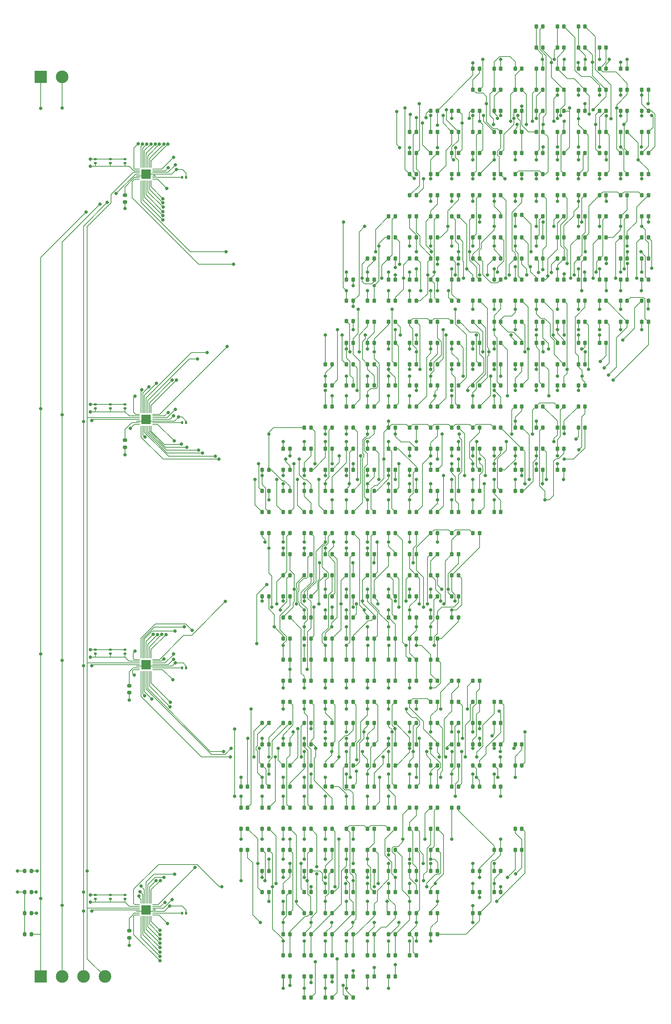
<source format=gtl>
G04 #@! TF.GenerationSoftware,KiCad,Pcbnew,7.0.9*
G04 #@! TF.CreationDate,2025-01-02T12:42:28+01:00*
G04 #@! TF.ProjectId,lightning-map,6c696768-746e-4696-9e67-2d6d61702e6b,rev?*
G04 #@! TF.SameCoordinates,Original*
G04 #@! TF.FileFunction,Copper,L1,Top*
G04 #@! TF.FilePolarity,Positive*
%FSLAX46Y46*%
G04 Gerber Fmt 4.6, Leading zero omitted, Abs format (unit mm)*
G04 Created by KiCad (PCBNEW 7.0.9) date 2025-01-02 12:42:28*
%MOMM*%
%LPD*%
G01*
G04 APERTURE LIST*
G04 Aperture macros list*
%AMRoundRect*
0 Rectangle with rounded corners*
0 $1 Rounding radius*
0 $2 $3 $4 $5 $6 $7 $8 $9 X,Y pos of 4 corners*
0 Add a 4 corners polygon primitive as box body*
4,1,4,$2,$3,$4,$5,$6,$7,$8,$9,$2,$3,0*
0 Add four circle primitives for the rounded corners*
1,1,$1+$1,$2,$3*
1,1,$1+$1,$4,$5*
1,1,$1+$1,$6,$7*
1,1,$1+$1,$8,$9*
0 Add four rect primitives between the rounded corners*
20,1,$1+$1,$2,$3,$4,$5,0*
20,1,$1+$1,$4,$5,$6,$7,0*
20,1,$1+$1,$6,$7,$8,$9,0*
20,1,$1+$1,$8,$9,$2,$3,0*%
G04 Aperture macros list end*
G04 #@! TA.AperFunction,SMDPad,CuDef*
%ADD10RoundRect,0.218750X-0.218750X-0.256250X0.218750X-0.256250X0.218750X0.256250X-0.218750X0.256250X0*%
G04 #@! TD*
G04 #@! TA.AperFunction,SMDPad,CuDef*
%ADD11RoundRect,0.140000X-0.140000X-0.170000X0.140000X-0.170000X0.140000X0.170000X-0.140000X0.170000X0*%
G04 #@! TD*
G04 #@! TA.AperFunction,ComponentPad*
%ADD12R,3.000000X3.000000*%
G04 #@! TD*
G04 #@! TA.AperFunction,ComponentPad*
%ADD13C,3.000000*%
G04 #@! TD*
G04 #@! TA.AperFunction,SMDPad,CuDef*
%ADD14RoundRect,0.200000X-0.200000X-0.275000X0.200000X-0.275000X0.200000X0.275000X-0.200000X0.275000X0*%
G04 #@! TD*
G04 #@! TA.AperFunction,SMDPad,CuDef*
%ADD15RoundRect,0.200000X0.275000X-0.200000X0.275000X0.200000X-0.275000X0.200000X-0.275000X-0.200000X0*%
G04 #@! TD*
G04 #@! TA.AperFunction,SMDPad,CuDef*
%ADD16RoundRect,0.140000X-0.170000X0.140000X-0.170000X-0.140000X0.170000X-0.140000X0.170000X0.140000X0*%
G04 #@! TD*
G04 #@! TA.AperFunction,SMDPad,CuDef*
%ADD17RoundRect,0.050000X-0.362500X-0.050000X0.362500X-0.050000X0.362500X0.050000X-0.362500X0.050000X0*%
G04 #@! TD*
G04 #@! TA.AperFunction,SMDPad,CuDef*
%ADD18RoundRect,0.050000X-0.050000X-0.362500X0.050000X-0.362500X0.050000X0.362500X-0.050000X0.362500X0*%
G04 #@! TD*
G04 #@! TA.AperFunction,SMDPad,CuDef*
%ADD19R,2.300000X2.300000*%
G04 #@! TD*
G04 #@! TA.AperFunction,SMDPad,CuDef*
%ADD20RoundRect,0.200000X0.200000X0.275000X-0.200000X0.275000X-0.200000X-0.275000X0.200000X-0.275000X0*%
G04 #@! TD*
G04 #@! TA.AperFunction,ViaPad*
%ADD21C,0.800000*%
G04 #@! TD*
G04 #@! TA.AperFunction,Conductor*
%ADD22C,0.200000*%
G04 #@! TD*
G04 #@! TA.AperFunction,Conductor*
%ADD23C,0.250000*%
G04 #@! TD*
G04 APERTURE END LIST*
D10*
X337500000Y-145000000D03*
X339075000Y-145000000D03*
X312500000Y-175000000D03*
X314075000Y-175000000D03*
X287500000Y-255000000D03*
X289075000Y-255000000D03*
X307500000Y-155000000D03*
X309075000Y-155000000D03*
X362500000Y-140000000D03*
X364075000Y-140000000D03*
X317500000Y-130000000D03*
X319075000Y-130000000D03*
X332500000Y-300000000D03*
X334075000Y-300000000D03*
D11*
X258520000Y-246950000D03*
X259480000Y-246950000D03*
D10*
X302500000Y-285000000D03*
X304075000Y-285000000D03*
X297500000Y-155000000D03*
X299075000Y-155000000D03*
X307500000Y-265000000D03*
X309075000Y-265000000D03*
X322500000Y-265000000D03*
X324075000Y-265000000D03*
X322500000Y-130000000D03*
X324075000Y-130000000D03*
X297500000Y-280000000D03*
X299075000Y-280000000D03*
X292500000Y-290000000D03*
X294075000Y-290000000D03*
X282500000Y-285000000D03*
X284075000Y-285000000D03*
X332500000Y-205000000D03*
X334075000Y-205000000D03*
X297500000Y-250000000D03*
X299075000Y-250000000D03*
X292500000Y-305000000D03*
X294075000Y-305000000D03*
X337500000Y-290000000D03*
X339075000Y-290000000D03*
X307500000Y-300000000D03*
X309075000Y-300000000D03*
X332500000Y-130000000D03*
X334075000Y-130000000D03*
X347500000Y-135000000D03*
X349075000Y-135000000D03*
X347500000Y-180000000D03*
X349075000Y-180000000D03*
D12*
X225000000Y-107000000D03*
D13*
X230080000Y-107000000D03*
D10*
X287500000Y-285000000D03*
X289075000Y-285000000D03*
X337500000Y-190000000D03*
X339075000Y-190000000D03*
X342500000Y-95000000D03*
X344075000Y-95000000D03*
X322500000Y-155000000D03*
X324075000Y-155000000D03*
X287500000Y-265000000D03*
X289075000Y-265000000D03*
X327500000Y-275000000D03*
X329075000Y-275000000D03*
X302500000Y-165000000D03*
X304075000Y-165000000D03*
X302500000Y-205000000D03*
X304075000Y-205000000D03*
X347500000Y-185000000D03*
X349075000Y-185000000D03*
X342500000Y-150000000D03*
X344075000Y-150000000D03*
X297500000Y-215000000D03*
X299075000Y-215000000D03*
X332500000Y-270000000D03*
X334075000Y-270000000D03*
X282500000Y-220000000D03*
X284075000Y-220000000D03*
X347500000Y-155000000D03*
X349075000Y-155000000D03*
X312500000Y-185000000D03*
X314075000Y-185000000D03*
X347500000Y-140000000D03*
X349075000Y-140000000D03*
X287500000Y-310000000D03*
X289075000Y-310000000D03*
X312500000Y-270000000D03*
X314075000Y-270000000D03*
X292500000Y-230000000D03*
X294075000Y-230000000D03*
X337500000Y-265000000D03*
X339075000Y-265000000D03*
D14*
X221175000Y-305000000D03*
X222825000Y-305000000D03*
D10*
X367500000Y-115000000D03*
X369075000Y-115000000D03*
X272500000Y-285000000D03*
X274075000Y-285000000D03*
X292500000Y-285000000D03*
X294075000Y-285000000D03*
X327500000Y-300000000D03*
X329075000Y-300000000D03*
X342500000Y-110000000D03*
X344075000Y-110000000D03*
X287500000Y-240000000D03*
X289075000Y-240000000D03*
D11*
X258520000Y-188850000D03*
X259480000Y-188850000D03*
D10*
X327500000Y-205000000D03*
X329075000Y-205000000D03*
X307500000Y-180000000D03*
X309075000Y-180000000D03*
X282500000Y-305000000D03*
X284075000Y-305000000D03*
X312500000Y-255000000D03*
X314075000Y-255000000D03*
X302500000Y-280000000D03*
X304075000Y-280000000D03*
X347500000Y-115000000D03*
X349075000Y-115000000D03*
X317500000Y-280000000D03*
X319075000Y-280000000D03*
X357500000Y-145000000D03*
X359075000Y-145000000D03*
X317500000Y-290000000D03*
X319075000Y-290000000D03*
X292500000Y-325000000D03*
X294075000Y-325000000D03*
X357500000Y-135000000D03*
X359075000Y-135000000D03*
X317500000Y-305000000D03*
X319075000Y-305000000D03*
X322500000Y-200000000D03*
X324075000Y-200000000D03*
X302500000Y-195000000D03*
X304075000Y-195000000D03*
X312500000Y-245000000D03*
X314075000Y-245000000D03*
X287500000Y-195000000D03*
X289075000Y-195000000D03*
X292500000Y-215000000D03*
X294075000Y-215000000D03*
X342500000Y-130000000D03*
X344075000Y-130000000D03*
X307500000Y-305000000D03*
X309075000Y-305000000D03*
X347500000Y-160000000D03*
X349075000Y-160000000D03*
X317500000Y-235000000D03*
X319075000Y-235000000D03*
X337500000Y-139640000D03*
X339075000Y-139640000D03*
X297500000Y-300000000D03*
X299075000Y-300000000D03*
X367500000Y-160000000D03*
X369075000Y-160000000D03*
X292500000Y-240000000D03*
X294075000Y-240000000D03*
X327500000Y-210000000D03*
X329075000Y-210000000D03*
X322500000Y-170000000D03*
X324075000Y-170000000D03*
X307500000Y-210000000D03*
X309075000Y-210000000D03*
X317500000Y-265000000D03*
X319075000Y-265000000D03*
X282500000Y-250000000D03*
X284075000Y-250000000D03*
X287500000Y-280000000D03*
X289075000Y-280000000D03*
X337500000Y-180000000D03*
X339075000Y-180000000D03*
X307500000Y-160000000D03*
X309075000Y-160000000D03*
X337500000Y-175000000D03*
X339075000Y-175000000D03*
X322500000Y-160000000D03*
X324075000Y-160000000D03*
X347500000Y-170000000D03*
X349075000Y-170000000D03*
X322500000Y-175000000D03*
X324075000Y-175000000D03*
X277500000Y-285000000D03*
X279075000Y-285000000D03*
X307500000Y-215000000D03*
X309075000Y-215000000D03*
X307500000Y-235000000D03*
X309075000Y-235000000D03*
X277500000Y-260000000D03*
X279075000Y-260000000D03*
X312500000Y-295000000D03*
X314075000Y-295000000D03*
X322500000Y-255000000D03*
X324075000Y-255000000D03*
X307500000Y-230000000D03*
X309075000Y-230000000D03*
X362500000Y-130000000D03*
X364075000Y-130000000D03*
X317500000Y-170000000D03*
X319075000Y-170000000D03*
X302500000Y-150000000D03*
X304075000Y-150000000D03*
X352500000Y-125000000D03*
X354075000Y-125000000D03*
X332500000Y-165000000D03*
X334075000Y-165000000D03*
X332500000Y-210000000D03*
X334075000Y-210000000D03*
X312500000Y-260000000D03*
X314075000Y-260000000D03*
X297500000Y-315000000D03*
X299075000Y-315000000D03*
X292500000Y-265000000D03*
X294075000Y-265000000D03*
X282500000Y-310000000D03*
X284075000Y-310000000D03*
X332500000Y-120000000D03*
X334075000Y-120000000D03*
X357500000Y-105000000D03*
X359075000Y-105000000D03*
X332500000Y-190000000D03*
X334075000Y-190000000D03*
X292500000Y-235000000D03*
X294075000Y-235000000D03*
X307500000Y-275000000D03*
X309075000Y-275000000D03*
X307500000Y-225000000D03*
X309075000Y-225000000D03*
X352500000Y-160000000D03*
X354075000Y-160000000D03*
X347500000Y-145000000D03*
X349075000Y-145000000D03*
X302500000Y-300000000D03*
X304075000Y-300000000D03*
X307500000Y-140000000D03*
X309075000Y-140000000D03*
X362500000Y-105000000D03*
X364075000Y-105000000D03*
X312500000Y-290000000D03*
X314075000Y-290000000D03*
X327500000Y-140000000D03*
X329075000Y-140000000D03*
X287500000Y-295000000D03*
X289075000Y-295000000D03*
X357500000Y-140000000D03*
X359075000Y-140000000D03*
X342500000Y-190000000D03*
X344075000Y-190000000D03*
X312500000Y-170000000D03*
X314075000Y-170000000D03*
X307500000Y-260000000D03*
X309075000Y-260000000D03*
X282500000Y-280000000D03*
X284075000Y-280000000D03*
X297500000Y-225000000D03*
X299075000Y-225000000D03*
X302500000Y-305000000D03*
X304075000Y-305000000D03*
D15*
X246000000Y-310825000D03*
X246000000Y-309175000D03*
X245000000Y-194675000D03*
X245000000Y-193025000D03*
D10*
X342500000Y-155000000D03*
X344075000Y-155000000D03*
X317500000Y-145000000D03*
X319075000Y-145000000D03*
X322500000Y-260000000D03*
X324075000Y-260000000D03*
X347500000Y-130000000D03*
X349075000Y-130000000D03*
X317500000Y-175000000D03*
X319075000Y-175000000D03*
X317500000Y-180000000D03*
X319075000Y-180000000D03*
X317500000Y-205000000D03*
X319075000Y-205000000D03*
X317500000Y-120000000D03*
X319075000Y-120000000D03*
X342500000Y-180000000D03*
X344075000Y-180000000D03*
X277500000Y-265000000D03*
X279075000Y-265000000D03*
X307500000Y-250000000D03*
X309075000Y-250000000D03*
X362500000Y-155000000D03*
X364075000Y-155000000D03*
X342500000Y-105000000D03*
X344075000Y-105000000D03*
X312500000Y-280000000D03*
X314075000Y-280000000D03*
X312500000Y-235000000D03*
X314075000Y-235000000D03*
X327500000Y-145000000D03*
X329075000Y-145000000D03*
X352500000Y-175000000D03*
X354075000Y-175000000D03*
X357500000Y-110000000D03*
X359075000Y-110000000D03*
X277500000Y-200000000D03*
X279075000Y-200000000D03*
X317500000Y-150000000D03*
X319075000Y-150000000D03*
X347500000Y-190000000D03*
X349075000Y-190000000D03*
X322500000Y-205000000D03*
X324075000Y-205000000D03*
X312500000Y-145000000D03*
X314075000Y-145000000D03*
X292500000Y-210000000D03*
X294075000Y-210000000D03*
X322500000Y-120000000D03*
X324075000Y-120000000D03*
X307500000Y-240000000D03*
X309075000Y-240000000D03*
X327500000Y-185000000D03*
X329075000Y-185000000D03*
X302500000Y-225000000D03*
X304075000Y-225000000D03*
X327500000Y-260000000D03*
X329075000Y-260000000D03*
X287500000Y-320000000D03*
X289075000Y-320000000D03*
X282500000Y-265000000D03*
X284075000Y-265000000D03*
X302500000Y-315000000D03*
X304075000Y-315000000D03*
X337500000Y-160000000D03*
X339075000Y-160000000D03*
X312500000Y-165000000D03*
X314075000Y-165000000D03*
X282500000Y-205000000D03*
X284075000Y-205000000D03*
X332500000Y-260000000D03*
X334075000Y-260000000D03*
X332500000Y-110000000D03*
X334075000Y-110000000D03*
X322500000Y-275000000D03*
X324075000Y-275000000D03*
D16*
X241500000Y-300653334D03*
X241500000Y-301613334D03*
D10*
X297500000Y-310000000D03*
X299075000Y-310000000D03*
X352500000Y-100000000D03*
X354075000Y-100000000D03*
X302500000Y-160000000D03*
X304075000Y-160000000D03*
X297500000Y-235000000D03*
X299075000Y-235000000D03*
X317500000Y-240000000D03*
X319075000Y-240000000D03*
X282500000Y-270000000D03*
X284075000Y-270000000D03*
X312500000Y-215000000D03*
X314075000Y-215000000D03*
X307500000Y-270000000D03*
X309075000Y-270000000D03*
X307500000Y-245000000D03*
X309075000Y-245000000D03*
X322500000Y-115000000D03*
X324075000Y-115000000D03*
X322500000Y-215000000D03*
X324075000Y-215000000D03*
X337500000Y-110000000D03*
X339075000Y-110000000D03*
X292500000Y-250000000D03*
X294075000Y-250000000D03*
D15*
X246000000Y-252775000D03*
X246000000Y-251125000D03*
D10*
X322500000Y-180000000D03*
X324075000Y-180000000D03*
D16*
X238000000Y-126453334D03*
X238000000Y-127413334D03*
D10*
X292500000Y-180000000D03*
X294075000Y-180000000D03*
X327500000Y-150000000D03*
X329075000Y-150000000D03*
X312500000Y-130000000D03*
X314075000Y-130000000D03*
X297500000Y-325000000D03*
X299075000Y-325000000D03*
X297500000Y-175000000D03*
X299075000Y-175000000D03*
X327500000Y-130000000D03*
X329075000Y-130000000D03*
X332500000Y-125000000D03*
X334075000Y-125000000D03*
X327500000Y-265000000D03*
X329075000Y-265000000D03*
X327500000Y-270000000D03*
X329075000Y-270000000D03*
X347500000Y-110000000D03*
X349075000Y-110000000D03*
X352500000Y-140000000D03*
X354075000Y-140000000D03*
X347500000Y-100000000D03*
X349075000Y-100000000D03*
X282500000Y-245000000D03*
X284075000Y-245000000D03*
X352500000Y-170000000D03*
X354075000Y-170000000D03*
X322500000Y-210000000D03*
X324075000Y-210000000D03*
X357500000Y-165000000D03*
X359075000Y-165000000D03*
D11*
X258520000Y-130800000D03*
X259480000Y-130800000D03*
D10*
X287500000Y-300000000D03*
X289075000Y-300000000D03*
X307500000Y-255000000D03*
X309075000Y-255000000D03*
X342500000Y-200000000D03*
X344075000Y-200000000D03*
X272500000Y-290000000D03*
X274075000Y-290000000D03*
X317500000Y-245000000D03*
X319075000Y-245000000D03*
X282500000Y-320000000D03*
X284075000Y-320000000D03*
X322500000Y-165000000D03*
X324075000Y-165000000D03*
X302500000Y-175000000D03*
X304075000Y-175000000D03*
X282500000Y-200000000D03*
X284075000Y-200000000D03*
X367500000Y-110000000D03*
X369075000Y-110000000D03*
X292500000Y-175000000D03*
X294075000Y-175000000D03*
X287500000Y-230000000D03*
X289075000Y-230000000D03*
X297500000Y-270000000D03*
X299075000Y-270000000D03*
X357500000Y-130000000D03*
X359075000Y-130000000D03*
X362500000Y-150000000D03*
X364075000Y-150000000D03*
X332500000Y-105000000D03*
X334075000Y-105000000D03*
X327500000Y-200000000D03*
X329075000Y-200000000D03*
X302500000Y-270000000D03*
X304075000Y-270000000D03*
X317500000Y-300000000D03*
X319075000Y-300000000D03*
X282500000Y-290000000D03*
X284075000Y-290000000D03*
X362500000Y-115000000D03*
X364075000Y-115000000D03*
X327500000Y-180000000D03*
X329075000Y-180000000D03*
X332500000Y-275000000D03*
X334075000Y-275000000D03*
X327500000Y-165000000D03*
X329075000Y-165000000D03*
X337500000Y-130000000D03*
X339075000Y-130000000D03*
X292500000Y-245000000D03*
X294075000Y-245000000D03*
X297500000Y-285000000D03*
X299075000Y-285000000D03*
X297500000Y-164820000D03*
X299075000Y-164820000D03*
X327500000Y-175000000D03*
X329075000Y-175000000D03*
X332500000Y-200000000D03*
X334075000Y-200000000D03*
X312500000Y-150000000D03*
X314075000Y-150000000D03*
X317500000Y-135000000D03*
X319075000Y-135000000D03*
X312500000Y-135000000D03*
X314075000Y-135000000D03*
X342500000Y-120000000D03*
X344075000Y-120000000D03*
D11*
X258520000Y-305000000D03*
X259480000Y-305000000D03*
D10*
X332500000Y-160000000D03*
X334075000Y-160000000D03*
X277500000Y-280000000D03*
X279075000Y-280000000D03*
X292500000Y-255000000D03*
X294075000Y-255000000D03*
X347500000Y-175000000D03*
X349075000Y-175000000D03*
X367500000Y-155000000D03*
X369075000Y-155000000D03*
X342500000Y-170000000D03*
X344075000Y-170000000D03*
X282500000Y-260000000D03*
X284075000Y-260000000D03*
X302500000Y-240000000D03*
X304075000Y-240000000D03*
X332500000Y-175000000D03*
X334075000Y-175000000D03*
X317500000Y-250000000D03*
X319075000Y-250000000D03*
X292500000Y-270000000D03*
X294075000Y-270000000D03*
X302500000Y-260000000D03*
X304075000Y-260000000D03*
X327500000Y-190000000D03*
X329075000Y-190000000D03*
X337500000Y-135000000D03*
X339075000Y-135000000D03*
D16*
X245000000Y-300653334D03*
X245000000Y-301613334D03*
D10*
X337500000Y-165000000D03*
X339075000Y-165000000D03*
D17*
X248062500Y-128800000D03*
X248062500Y-129200000D03*
X248062500Y-129600000D03*
X248062500Y-130000000D03*
X248062500Y-130400000D03*
X248062500Y-130800000D03*
X248062500Y-131200000D03*
D18*
X248800000Y-131937500D03*
X249200000Y-131937500D03*
X249600000Y-131937500D03*
X250000000Y-131937500D03*
X250400000Y-131937500D03*
X250800000Y-131937500D03*
X251200000Y-131937500D03*
D17*
X251937500Y-131200000D03*
X251937500Y-130800000D03*
X251937500Y-130400000D03*
X251937500Y-130000000D03*
X251937500Y-129600000D03*
X251937500Y-129200000D03*
X251937500Y-128800000D03*
D18*
X251200000Y-128062500D03*
X250800000Y-128062500D03*
X250400000Y-128062500D03*
X250000000Y-128062500D03*
X249600000Y-128062500D03*
X249200000Y-128062500D03*
X248800000Y-128062500D03*
D19*
X250000000Y-130000000D03*
D10*
X287500000Y-200000000D03*
X289075000Y-200000000D03*
X322500000Y-145000000D03*
X324075000Y-145000000D03*
X312500000Y-210000000D03*
X314075000Y-210000000D03*
X312500000Y-310000000D03*
X314075000Y-310000000D03*
X332500000Y-290000000D03*
X334075000Y-290000000D03*
X302500000Y-310000000D03*
X304075000Y-310000000D03*
X292500000Y-260000000D03*
X294075000Y-260000000D03*
X292500000Y-275000000D03*
X294075000Y-275000000D03*
X337500000Y-200000000D03*
X339075000Y-200000000D03*
X287500000Y-220000000D03*
X289075000Y-220000000D03*
X337500000Y-185000000D03*
X339075000Y-185000000D03*
X287500000Y-270000000D03*
X289075000Y-270000000D03*
X277500000Y-210000000D03*
X279075000Y-210000000D03*
X322500000Y-230000000D03*
X324075000Y-230000000D03*
X317500000Y-260000000D03*
X319075000Y-260000000D03*
X362500000Y-135000000D03*
X364075000Y-135000000D03*
X367500000Y-165000000D03*
X369075000Y-165000000D03*
X317500000Y-155000000D03*
X319075000Y-155000000D03*
X352500000Y-145000000D03*
X354075000Y-145000000D03*
X297500000Y-230000000D03*
X299075000Y-230000000D03*
X292500000Y-300000000D03*
X294075000Y-300000000D03*
X292500000Y-220000000D03*
X294075000Y-220000000D03*
X337500000Y-170000000D03*
X339075000Y-170000000D03*
X297500000Y-255000000D03*
X299075000Y-255000000D03*
X332500000Y-115000000D03*
X334075000Y-115000000D03*
X317500000Y-270000000D03*
X319075000Y-270000000D03*
X292500000Y-280000000D03*
X294075000Y-280000000D03*
X327500000Y-215000000D03*
X329075000Y-215000000D03*
X352500000Y-190000000D03*
X354075000Y-190000000D03*
X327500000Y-250000000D03*
X329075000Y-250000000D03*
D14*
X221175000Y-310000000D03*
X222825000Y-310000000D03*
D10*
X282500000Y-300000000D03*
X284075000Y-300000000D03*
X357500000Y-155000000D03*
X359075000Y-155000000D03*
X342500000Y-140000000D03*
X344075000Y-140000000D03*
X307500000Y-290000000D03*
X309075000Y-290000000D03*
X287500000Y-215000000D03*
X289075000Y-215000000D03*
X352500000Y-150000000D03*
X354075000Y-150000000D03*
X307500000Y-295000000D03*
X309075000Y-295000000D03*
X297500000Y-200000000D03*
X299075000Y-200000000D03*
X312500000Y-140000000D03*
X314075000Y-140000000D03*
X322500000Y-235000000D03*
X324075000Y-235000000D03*
X322500000Y-250000000D03*
X324075000Y-250000000D03*
X337500000Y-155000000D03*
X339075000Y-155000000D03*
X292500000Y-195000000D03*
X294075000Y-195000000D03*
X297500000Y-265000000D03*
X299075000Y-265000000D03*
X367500000Y-135000000D03*
X369075000Y-135000000D03*
X297500000Y-160000000D03*
X299075000Y-160000000D03*
X307500000Y-150000000D03*
X309075000Y-150000000D03*
X292500000Y-315000000D03*
X294075000Y-315000000D03*
D16*
X241500000Y-242586666D03*
X241500000Y-243546666D03*
D15*
X245000000Y-136625000D03*
X245000000Y-134975000D03*
D10*
X302500000Y-235000000D03*
X304075000Y-235000000D03*
D14*
X221175000Y-300000000D03*
X222825000Y-300000000D03*
D16*
X245000000Y-126453334D03*
X245000000Y-127413334D03*
D10*
X317500000Y-285000000D03*
X319075000Y-285000000D03*
X362500000Y-110000000D03*
X364075000Y-110000000D03*
X352500000Y-185000000D03*
X354075000Y-185000000D03*
X307500000Y-170000000D03*
X309075000Y-170000000D03*
X342500000Y-100000000D03*
X344075000Y-100000000D03*
X312500000Y-180000000D03*
X314075000Y-180000000D03*
X332500000Y-150000000D03*
X334075000Y-150000000D03*
X302500000Y-275000000D03*
X304075000Y-275000000D03*
X297500000Y-205000000D03*
X299075000Y-205000000D03*
D16*
X238000000Y-242586666D03*
X238000000Y-243546666D03*
D10*
X312500000Y-120000000D03*
X314075000Y-120000000D03*
X302500000Y-295000000D03*
X304075000Y-295000000D03*
X317500000Y-255000000D03*
X319075000Y-255000000D03*
X357500000Y-100000000D03*
X359075000Y-100000000D03*
X322500000Y-150000000D03*
X324075000Y-150000000D03*
D16*
X241500000Y-126453334D03*
X241500000Y-127413334D03*
D10*
X337500000Y-115000000D03*
X339075000Y-115000000D03*
X342500000Y-195000000D03*
X344075000Y-195000000D03*
X357500000Y-150000000D03*
X359075000Y-150000000D03*
X287500000Y-225000000D03*
X289075000Y-225000000D03*
X307500000Y-200000000D03*
X309075000Y-200000000D03*
X312500000Y-195000000D03*
X314075000Y-195000000D03*
X367500000Y-120000000D03*
X369075000Y-120000000D03*
X367500000Y-130000000D03*
X369075000Y-130000000D03*
X292500000Y-200000000D03*
X294075000Y-200000000D03*
X307500000Y-220000000D03*
X309075000Y-220000000D03*
X302500000Y-170000000D03*
X304075000Y-170000000D03*
X322500000Y-220000000D03*
X324075000Y-220000000D03*
X302500000Y-265000000D03*
X304075000Y-265000000D03*
X337500000Y-270000000D03*
X339075000Y-270000000D03*
X357500000Y-115000000D03*
X359075000Y-115000000D03*
X367500000Y-150000000D03*
X369075000Y-150000000D03*
X272500000Y-280000000D03*
X274075000Y-280000000D03*
X277500000Y-300000000D03*
X279075000Y-300000000D03*
X307500000Y-175000000D03*
X309075000Y-175000000D03*
X307500000Y-310000000D03*
X309075000Y-310000000D03*
X357500000Y-170000000D03*
X359075000Y-170000000D03*
X312500000Y-230000000D03*
X314075000Y-230000000D03*
X292500000Y-185000000D03*
X294075000Y-185000000D03*
X342500000Y-145000000D03*
X344075000Y-145000000D03*
D12*
X225000000Y-320000000D03*
D13*
X230080000Y-320000000D03*
X235160000Y-320000000D03*
X240240000Y-320000000D03*
D10*
X337500000Y-150000000D03*
X339075000Y-150000000D03*
X337500000Y-120000000D03*
X339075000Y-120000000D03*
X292500000Y-190000000D03*
X294075000Y-190000000D03*
X287500000Y-290000000D03*
X289075000Y-290000000D03*
X302500000Y-155000000D03*
X304075000Y-155000000D03*
X287500000Y-275000000D03*
X289075000Y-275000000D03*
X287500000Y-325000000D03*
X289075000Y-325000000D03*
X297500000Y-275000000D03*
X299075000Y-275000000D03*
X317500000Y-230000000D03*
X319075000Y-230000000D03*
X367500000Y-125000000D03*
X369075000Y-125000000D03*
X322500000Y-135000000D03*
X324075000Y-135000000D03*
X352500000Y-110000000D03*
X354075000Y-110000000D03*
X312500000Y-240000000D03*
X314075000Y-240000000D03*
X317500000Y-190000000D03*
X319075000Y-190000000D03*
X282500000Y-215000000D03*
X284075000Y-215000000D03*
X352500000Y-135000000D03*
X354075000Y-135000000D03*
X277500000Y-230000000D03*
X279075000Y-230000000D03*
X292500000Y-320000000D03*
X294075000Y-320000000D03*
X317500000Y-220000000D03*
X319075000Y-220000000D03*
X272500000Y-275000000D03*
X274075000Y-275000000D03*
X327500000Y-120000000D03*
X329075000Y-120000000D03*
X282500000Y-235000000D03*
X284075000Y-235000000D03*
X312500000Y-220000000D03*
X314075000Y-220000000D03*
X297500000Y-320000000D03*
X299075000Y-320000000D03*
X297500000Y-295000000D03*
X299075000Y-295000000D03*
X327500000Y-255000000D03*
X329075000Y-255000000D03*
X312500000Y-155000000D03*
X314075000Y-155000000D03*
D16*
X245000000Y-184520000D03*
X245000000Y-185480000D03*
D10*
X297500000Y-190000000D03*
X299075000Y-190000000D03*
X282500000Y-240000000D03*
X284075000Y-240000000D03*
X302500000Y-290000000D03*
X304075000Y-290000000D03*
X302500000Y-255000000D03*
X304075000Y-255000000D03*
X312500000Y-125000000D03*
X314075000Y-125000000D03*
X297500000Y-185000000D03*
X299075000Y-185000000D03*
X307500000Y-205000000D03*
X309075000Y-205000000D03*
X302500000Y-250000000D03*
X304075000Y-250000000D03*
X302500000Y-180000000D03*
X304075000Y-180000000D03*
X362500000Y-160000000D03*
X364075000Y-160000000D03*
X332500000Y-135000000D03*
X334075000Y-135000000D03*
X302500000Y-210000000D03*
X304075000Y-210000000D03*
X327500000Y-115000000D03*
X329075000Y-115000000D03*
X342500000Y-125000000D03*
X344075000Y-125000000D03*
X287500000Y-235000000D03*
X289075000Y-235000000D03*
X287500000Y-315000000D03*
X289075000Y-315000000D03*
X322500000Y-140000000D03*
X324075000Y-140000000D03*
X332500000Y-180000000D03*
X334075000Y-180000000D03*
X317500000Y-275000000D03*
X319075000Y-275000000D03*
X282500000Y-255000000D03*
X284075000Y-255000000D03*
X362500000Y-145000000D03*
X364075000Y-145000000D03*
X277500000Y-270000000D03*
X279075000Y-270000000D03*
X282500000Y-210000000D03*
X284075000Y-210000000D03*
X307500000Y-165000000D03*
X309075000Y-165000000D03*
X307500000Y-185000000D03*
X309075000Y-185000000D03*
X287500000Y-190000000D03*
X289075000Y-190000000D03*
X292500000Y-205000000D03*
X294075000Y-205000000D03*
X302500000Y-190000000D03*
X304075000Y-190000000D03*
X332500000Y-140000000D03*
X334075000Y-140000000D03*
X317500000Y-215000000D03*
X319075000Y-215000000D03*
X347500000Y-150000000D03*
X349075000Y-150000000D03*
X347500000Y-200000000D03*
X349075000Y-200000000D03*
X322500000Y-270000000D03*
X324075000Y-270000000D03*
X317500000Y-210000000D03*
X319075000Y-210000000D03*
X327500000Y-125000000D03*
X329075000Y-125000000D03*
X362500000Y-125000000D03*
X364075000Y-125000000D03*
D17*
X248062500Y-303000000D03*
X248062500Y-303400000D03*
X248062500Y-303800000D03*
X248062500Y-304200000D03*
X248062500Y-304600000D03*
X248062500Y-305000000D03*
X248062500Y-305400000D03*
D18*
X248800000Y-306137500D03*
X249200000Y-306137500D03*
X249600000Y-306137500D03*
X250000000Y-306137500D03*
X250400000Y-306137500D03*
X250800000Y-306137500D03*
X251200000Y-306137500D03*
D17*
X251937500Y-305400000D03*
X251937500Y-305000000D03*
X251937500Y-304600000D03*
X251937500Y-304200000D03*
X251937500Y-303800000D03*
X251937500Y-303400000D03*
X251937500Y-303000000D03*
D18*
X251200000Y-302262500D03*
X250800000Y-302262500D03*
X250400000Y-302262500D03*
X250000000Y-302262500D03*
X249600000Y-302262500D03*
X249200000Y-302262500D03*
X248800000Y-302262500D03*
D19*
X250000000Y-304200000D03*
D17*
X248062500Y-186866666D03*
X248062500Y-187266666D03*
X248062500Y-187666666D03*
X248062500Y-188066666D03*
X248062500Y-188466666D03*
X248062500Y-188866666D03*
X248062500Y-189266666D03*
D18*
X248800000Y-190004166D03*
X249200000Y-190004166D03*
X249600000Y-190004166D03*
X250000000Y-190004166D03*
X250400000Y-190004166D03*
X250800000Y-190004166D03*
X251200000Y-190004166D03*
D17*
X251937500Y-189266666D03*
X251937500Y-188866666D03*
X251937500Y-188466666D03*
X251937500Y-188066666D03*
X251937500Y-187666666D03*
X251937500Y-187266666D03*
X251937500Y-186866666D03*
D18*
X251200000Y-186129166D03*
X250800000Y-186129166D03*
X250400000Y-186129166D03*
X250000000Y-186129166D03*
X249600000Y-186129166D03*
X249200000Y-186129166D03*
X248800000Y-186129166D03*
D19*
X250000000Y-188066666D03*
D10*
X332500000Y-185000000D03*
X334075000Y-185000000D03*
X317500000Y-140000000D03*
X319075000Y-140000000D03*
X302500000Y-200000000D03*
X304075000Y-200000000D03*
X337500000Y-125000000D03*
X339075000Y-125000000D03*
X317500000Y-160000000D03*
X319075000Y-160000000D03*
X292500000Y-295000000D03*
X294075000Y-295000000D03*
X347500000Y-165000000D03*
X349075000Y-165000000D03*
X342500000Y-115000000D03*
X344075000Y-115000000D03*
X362500000Y-165000000D03*
X364075000Y-165000000D03*
X332500000Y-170000000D03*
X334075000Y-170000000D03*
X357500000Y-160000000D03*
X359075000Y-160000000D03*
X297500000Y-290000000D03*
X299075000Y-290000000D03*
X327500000Y-110000000D03*
X329075000Y-110000000D03*
X347500000Y-95000000D03*
X349075000Y-95000000D03*
X292500000Y-225000000D03*
X294075000Y-225000000D03*
X282500000Y-315000000D03*
X284075000Y-315000000D03*
X347500000Y-125000000D03*
X349075000Y-125000000D03*
X307500000Y-320000000D03*
X309075000Y-320000000D03*
X312500000Y-160000000D03*
X314075000Y-160000000D03*
X312500000Y-285000000D03*
X314075000Y-285000000D03*
X312500000Y-205000000D03*
X314075000Y-205000000D03*
X302500000Y-220000000D03*
X304075000Y-220000000D03*
X357500000Y-125000000D03*
X359075000Y-125000000D03*
X312500000Y-265000000D03*
X314075000Y-265000000D03*
X332500000Y-195000000D03*
X334075000Y-195000000D03*
X317500000Y-165000000D03*
X319075000Y-165000000D03*
X337500000Y-205000000D03*
X339075000Y-205000000D03*
X312500000Y-190000000D03*
X314075000Y-190000000D03*
X367500000Y-145000000D03*
X369075000Y-145000000D03*
X312500000Y-200000000D03*
X314075000Y-200000000D03*
X307500000Y-195000000D03*
X309075000Y-195000000D03*
X302500000Y-230000000D03*
X304075000Y-230000000D03*
X352500000Y-120000000D03*
X354075000Y-120000000D03*
X332500000Y-155000000D03*
X334075000Y-155000000D03*
X317500000Y-310000000D03*
X319075000Y-310000000D03*
D16*
X238000000Y-184520000D03*
X238000000Y-185480000D03*
D10*
X327500000Y-135000000D03*
X329075000Y-135000000D03*
X357500000Y-120000000D03*
X359075000Y-120000000D03*
X307500000Y-280000000D03*
X309075000Y-280000000D03*
X322500000Y-195000000D03*
X324075000Y-195000000D03*
X327500000Y-105000000D03*
X329075000Y-105000000D03*
X347500000Y-105000000D03*
X349075000Y-105000000D03*
X282500000Y-275000000D03*
X284075000Y-275000000D03*
X312500000Y-300000000D03*
X314075000Y-300000000D03*
X312500000Y-225000000D03*
X314075000Y-225000000D03*
X307500000Y-315000000D03*
X309075000Y-315000000D03*
X282500000Y-295000000D03*
X284075000Y-295000000D03*
X307500000Y-285000000D03*
X309075000Y-285000000D03*
D17*
X248062500Y-244933332D03*
X248062500Y-245333332D03*
X248062500Y-245733332D03*
X248062500Y-246133332D03*
X248062500Y-246533332D03*
X248062500Y-246933332D03*
X248062500Y-247333332D03*
D18*
X248800000Y-248070832D03*
X249200000Y-248070832D03*
X249600000Y-248070832D03*
X250000000Y-248070832D03*
X250400000Y-248070832D03*
X250800000Y-248070832D03*
X251200000Y-248070832D03*
D17*
X251937500Y-247333332D03*
X251937500Y-246933332D03*
X251937500Y-246533332D03*
X251937500Y-246133332D03*
X251937500Y-245733332D03*
X251937500Y-245333332D03*
X251937500Y-244933332D03*
D18*
X251200000Y-244195832D03*
X250800000Y-244195832D03*
X250400000Y-244195832D03*
X250000000Y-244195832D03*
X249600000Y-244195832D03*
X249200000Y-244195832D03*
X248800000Y-244195832D03*
D19*
X250000000Y-246133332D03*
D10*
X327500000Y-155000000D03*
X329075000Y-155000000D03*
X287500000Y-245000000D03*
X289075000Y-245000000D03*
X367500000Y-140000000D03*
X369075000Y-140000000D03*
X317500000Y-295000000D03*
X319075000Y-295000000D03*
X297500000Y-210000000D03*
X299075000Y-210000000D03*
X292500000Y-310000000D03*
X294075000Y-310000000D03*
X302500000Y-215000000D03*
X304075000Y-215000000D03*
X302500000Y-320000000D03*
X304075000Y-320000000D03*
X342500000Y-185000000D03*
X344075000Y-185000000D03*
X297500000Y-195000000D03*
X299075000Y-195000000D03*
X277500000Y-290000000D03*
X279075000Y-290000000D03*
X327500000Y-295000000D03*
X329075000Y-295000000D03*
X297500000Y-170000000D03*
X299075000Y-170000000D03*
X332500000Y-255000000D03*
X334075000Y-255000000D03*
X352500000Y-165000000D03*
X354075000Y-165000000D03*
X312500000Y-275000000D03*
X314075000Y-275000000D03*
X322500000Y-225000000D03*
X324075000Y-225000000D03*
X322500000Y-190000000D03*
X324075000Y-190000000D03*
X337500000Y-285000000D03*
X339075000Y-285000000D03*
X317500000Y-195000000D03*
X319075000Y-195000000D03*
X322500000Y-125000000D03*
X324075000Y-125000000D03*
X342500000Y-175000000D03*
X344075000Y-175000000D03*
X297500000Y-240000000D03*
X299075000Y-240000000D03*
X287500000Y-260000000D03*
X289075000Y-260000000D03*
X342500000Y-165000000D03*
X344075000Y-165000000D03*
X317500000Y-225000000D03*
X319075000Y-225000000D03*
X322500000Y-280000000D03*
X324075000Y-280000000D03*
X342500000Y-160000000D03*
X344075000Y-160000000D03*
X327500000Y-305000000D03*
X329075000Y-305000000D03*
X332500000Y-145000000D03*
X334075000Y-145000000D03*
X277500000Y-275000000D03*
X279075000Y-275000000D03*
X347500000Y-195000000D03*
X349075000Y-195000000D03*
X322500000Y-185000000D03*
X324075000Y-185000000D03*
X352500000Y-155000000D03*
X354075000Y-155000000D03*
X317500000Y-200000000D03*
X319075000Y-200000000D03*
X297500000Y-180000000D03*
X299075000Y-180000000D03*
X297500000Y-245000000D03*
X299075000Y-245000000D03*
X347500000Y-120000000D03*
X349075000Y-120000000D03*
X297500000Y-305000000D03*
X299075000Y-305000000D03*
X317500000Y-125000000D03*
X319075000Y-125000000D03*
X327500000Y-195000000D03*
X329075000Y-195000000D03*
X362500000Y-120000000D03*
X364075000Y-120000000D03*
X282500000Y-230000000D03*
X284075000Y-230000000D03*
X337500000Y-195000000D03*
X339075000Y-195000000D03*
D16*
X245000000Y-242586666D03*
X245000000Y-243546666D03*
X238000000Y-300653334D03*
X238000000Y-301613334D03*
D10*
X277500000Y-215000000D03*
X279075000Y-215000000D03*
X352500000Y-115000000D03*
X354075000Y-115000000D03*
X297500000Y-220000000D03*
X299075000Y-220000000D03*
X287500000Y-205000000D03*
X289075000Y-205000000D03*
X317500000Y-185000000D03*
X319075000Y-185000000D03*
X312500000Y-305000000D03*
X314075000Y-305000000D03*
X282500000Y-225000000D03*
X284075000Y-225000000D03*
X317500000Y-115000000D03*
X319075000Y-115000000D03*
X337500000Y-105000000D03*
X339075000Y-105000000D03*
X287500000Y-305000000D03*
X289075000Y-305000000D03*
X352500000Y-95000000D03*
X354075000Y-95000000D03*
X277500000Y-205000000D03*
X279075000Y-205000000D03*
X327500000Y-160000000D03*
X329075000Y-160000000D03*
X287500000Y-250000000D03*
X289075000Y-250000000D03*
X307500000Y-145000000D03*
X309075000Y-145000000D03*
X282500000Y-195000000D03*
X284075000Y-195000000D03*
X352500000Y-180000000D03*
X354075000Y-180000000D03*
X287500000Y-210000000D03*
X289075000Y-210000000D03*
D16*
X241500000Y-184520000D03*
X241500000Y-185480000D03*
D10*
X352500000Y-105000000D03*
X354075000Y-105000000D03*
X352500000Y-130000000D03*
X354075000Y-130000000D03*
X302500000Y-245000000D03*
X304075000Y-245000000D03*
X277500000Y-295000000D03*
X279075000Y-295000000D03*
X312500000Y-250000000D03*
X314075000Y-250000000D03*
X327500000Y-170000000D03*
X329075000Y-170000000D03*
D20*
X222825000Y-295000000D03*
X221175000Y-295000000D03*
D10*
X332500000Y-265000000D03*
X334075000Y-265000000D03*
X297500000Y-260000000D03*
X299075000Y-260000000D03*
X307500000Y-190000000D03*
X309075000Y-190000000D03*
X312500000Y-315000000D03*
X314075000Y-315000000D03*
X332500000Y-295000000D03*
X334075000Y-295000000D03*
X302500000Y-185000000D03*
X304075000Y-185000000D03*
X342500000Y-135000000D03*
X344075000Y-135000000D03*
D21*
X245000000Y-196500000D03*
X257700000Y-187500000D03*
X230100000Y-114350000D03*
X219550000Y-295000000D03*
X246000000Y-312650000D03*
X236750000Y-242600000D03*
X256955937Y-245763357D03*
X236750000Y-300650000D03*
X236750000Y-184500000D03*
X236750000Y-126450000D03*
X245000000Y-138150000D03*
X246000000Y-254500000D03*
X255544622Y-303344622D03*
X257150000Y-128900000D03*
X236750000Y-244400000D03*
X225000000Y-114400000D03*
X236750000Y-186265166D03*
X256550000Y-187200000D03*
X219550000Y-300000000D03*
X236750000Y-302400000D03*
X236750000Y-128150000D03*
X357500000Y-102800000D03*
X319075000Y-118399500D03*
X344000000Y-102800000D03*
X327500000Y-103700000D03*
X359800000Y-102800000D03*
X346800000Y-102800000D03*
X329800000Y-102800000D03*
X354100000Y-102800000D03*
X364000000Y-102800000D03*
X349100000Y-102800000D03*
X334100000Y-102800000D03*
X256500000Y-126000000D03*
X356600000Y-118200000D03*
X338000000Y-118200000D03*
X363300000Y-118200000D03*
X324900000Y-117900000D03*
X340200000Y-118200000D03*
X315512000Y-117900000D03*
X255179380Y-122912014D03*
X332400000Y-118200000D03*
X344100000Y-118200000D03*
X367500000Y-111300000D03*
X254180378Y-122880378D03*
X352500000Y-111300000D03*
X347500000Y-111300000D03*
X346700000Y-117500000D03*
X329100000Y-117500000D03*
X362500000Y-111300000D03*
X341600000Y-117500000D03*
X357500000Y-111300000D03*
X349100000Y-117500000D03*
X336400000Y-117500000D03*
X322500000Y-116799500D03*
X352500000Y-116899500D03*
X326600000Y-116800000D03*
X316400000Y-116600000D03*
X347500000Y-116800000D03*
X333300000Y-116800000D03*
X360200000Y-116899500D03*
X342500000Y-116800000D03*
X314100000Y-116600000D03*
X253151860Y-122919653D03*
X337200000Y-116800000D03*
X359100000Y-116200000D03*
X317500000Y-116100000D03*
X338100000Y-116100000D03*
X330000500Y-116100000D03*
X346100000Y-103600000D03*
X320400000Y-116100000D03*
X327500000Y-116100000D03*
X334075000Y-116100000D03*
X312638004Y-115882612D03*
X352400000Y-103600000D03*
X362500000Y-116200000D03*
X252150000Y-122900000D03*
X348300000Y-116100000D03*
X367500000Y-116200000D03*
X352500000Y-123600000D03*
X319100000Y-123700000D03*
X323400000Y-123700000D03*
X310100000Y-123700000D03*
X344100000Y-123600000D03*
X309400000Y-115141153D03*
X357500000Y-123600000D03*
X367400000Y-123600000D03*
X312500000Y-123700000D03*
X362500000Y-123600000D03*
X347500000Y-123600000D03*
X355100000Y-115800000D03*
X339100000Y-113899500D03*
X251150497Y-122900000D03*
X355800000Y-103500000D03*
X347500000Y-126600000D03*
X337500000Y-126600000D03*
X356000000Y-114741153D03*
X322900000Y-126600000D03*
X352500000Y-126600000D03*
X362500000Y-103500000D03*
X342500000Y-126600000D03*
X332500000Y-126600000D03*
X359100000Y-126600000D03*
X366700000Y-126600000D03*
X327500000Y-126600000D03*
X250150994Y-122900000D03*
X321200000Y-114741153D03*
X322500000Y-131100000D03*
X317500000Y-131100000D03*
X332500000Y-131100000D03*
X311400000Y-114341153D03*
X327500000Y-131100000D03*
X315800000Y-131100000D03*
X313538521Y-131014940D03*
X369900000Y-116100000D03*
X361566751Y-114340769D03*
X350400000Y-114341153D03*
X249151491Y-122900000D03*
X352500000Y-131100000D03*
X369000000Y-113342153D03*
X357500000Y-131100000D03*
X248157463Y-122795529D03*
X354075000Y-113342153D03*
X342500000Y-131100000D03*
X339100000Y-131100000D03*
X362500000Y-131100000D03*
X330700000Y-113342153D03*
X335100000Y-131100000D03*
X314800000Y-113342153D03*
X347500000Y-131100000D03*
X367500000Y-131100000D03*
X364100000Y-148400000D03*
X268950000Y-148400000D03*
X354100000Y-148400000D03*
X317600000Y-148400000D03*
X326700000Y-148400000D03*
X324100000Y-148400000D03*
X304400000Y-148400000D03*
X314100000Y-148400000D03*
X367300000Y-148400000D03*
X341300000Y-148400000D03*
X342500000Y-136400000D03*
X327500000Y-136400000D03*
X349800000Y-151200000D03*
X317500000Y-136400000D03*
X324000000Y-151300000D03*
X310100000Y-151300000D03*
X359100000Y-136400000D03*
X337500000Y-136400000D03*
X319100000Y-151300000D03*
X347500000Y-136400000D03*
X352500000Y-136400000D03*
X322500000Y-136400000D03*
X359100000Y-151200000D03*
X332500000Y-136400000D03*
X364100000Y-151200000D03*
X270750000Y-151300000D03*
X346700000Y-142400000D03*
X362500000Y-142400000D03*
X342500000Y-142400000D03*
X332500000Y-142400000D03*
X337500000Y-142400000D03*
X299100000Y-161300000D03*
X352500000Y-142400000D03*
X301800000Y-142400000D03*
X357500000Y-142400000D03*
X321500000Y-142400000D03*
X253955095Y-140847997D03*
X367500000Y-142400000D03*
X254000000Y-139849503D03*
X304100000Y-156400000D03*
X332500000Y-147000000D03*
X364037000Y-147000000D03*
X299100000Y-156400000D03*
X317500000Y-147000000D03*
X305200000Y-147000000D03*
X337500000Y-147000000D03*
X322500000Y-147000000D03*
X342500000Y-147000000D03*
X312500000Y-147000000D03*
X327500000Y-147000000D03*
X254000000Y-138850000D03*
X311000000Y-154600000D03*
X366300000Y-154599500D03*
X305900000Y-154599500D03*
X325300000Y-154600000D03*
X340204443Y-153899500D03*
X345200000Y-154100000D03*
X350700000Y-154606755D03*
X335232188Y-154599500D03*
X356000000Y-154606755D03*
X301200000Y-154599500D03*
X361300000Y-154606755D03*
X336100000Y-153900000D03*
X351500000Y-153900000D03*
X254030692Y-137819438D03*
X323300000Y-153900000D03*
X346100000Y-153300000D03*
X309100000Y-153900000D03*
X316800000Y-153900000D03*
X330900000Y-153900000D03*
X369900000Y-152300000D03*
X329109358Y-153900921D03*
X349100000Y-153600000D03*
X343000000Y-153299500D03*
X307500000Y-153200000D03*
X354000000Y-153200000D03*
X356700000Y-153200000D03*
X344075000Y-152599500D03*
X333300000Y-153200000D03*
X297500000Y-153200000D03*
X362500000Y-153200000D03*
X312500000Y-153200000D03*
X302500000Y-153200000D03*
X254000000Y-136799503D03*
X318300000Y-153200000D03*
X367500000Y-153200000D03*
X322500000Y-152400000D03*
X309075000Y-152100000D03*
X332500000Y-152400000D03*
X325999500Y-152400000D03*
X314100000Y-152400000D03*
X352500000Y-152400000D03*
X337500000Y-151900000D03*
X341100000Y-151900000D03*
X363400000Y-152400000D03*
X347500000Y-152400000D03*
X254000000Y-135800000D03*
X357500000Y-152400000D03*
X297500000Y-157600000D03*
X312500000Y-157600000D03*
X317500000Y-157600000D03*
X353300000Y-141300000D03*
X307500000Y-157600000D03*
X344100000Y-141300000D03*
X254900000Y-133400000D03*
X315100000Y-157600000D03*
X319100000Y-157600000D03*
X329100000Y-141300000D03*
X359100000Y-157600000D03*
X296800000Y-141300000D03*
X367400000Y-157600000D03*
X369100000Y-141300000D03*
X353300000Y-157600000D03*
X321700000Y-157600000D03*
X302500000Y-157600000D03*
X362500000Y-157600000D03*
X314100000Y-172100000D03*
X339800000Y-172100000D03*
X298300000Y-172100000D03*
X329800000Y-172100000D03*
X304100000Y-172100000D03*
X331300000Y-172100000D03*
X354100000Y-172100000D03*
X363000000Y-169300000D03*
X257225000Y-178775000D03*
X300500000Y-172100000D03*
X344100000Y-172100000D03*
X332500000Y-162000000D03*
X342500000Y-162000000D03*
X362500000Y-162000000D03*
X357500000Y-162000000D03*
X352500000Y-162000000D03*
X337500000Y-162000000D03*
X269250000Y-170800500D03*
X369000000Y-161900000D03*
X300300000Y-162000000D03*
X327500000Y-162000000D03*
X347500000Y-162000000D03*
X308300000Y-162000000D03*
X323300000Y-162000000D03*
X357500000Y-166800000D03*
X367500000Y-166800000D03*
X337500000Y-166800000D03*
X347500000Y-166800000D03*
X332500000Y-166800000D03*
X299100000Y-166800000D03*
X342500000Y-166800000D03*
X320400000Y-166800000D03*
X352500000Y-166800000D03*
X256205025Y-178805025D03*
X309100000Y-166800000D03*
X295400000Y-166800000D03*
X362500000Y-166800000D03*
X322500000Y-171400500D03*
X307500000Y-171400500D03*
X302500000Y-171400500D03*
X353300000Y-171400500D03*
X317500000Y-171400500D03*
X345400000Y-171400500D03*
X327500000Y-171400500D03*
X312500000Y-171400500D03*
X262200000Y-173800000D03*
X297500000Y-171400500D03*
X332500000Y-171400500D03*
X340600000Y-171400500D03*
X328300000Y-168100000D03*
X352500000Y-168100000D03*
X310300000Y-168100000D03*
X357500000Y-168100000D03*
X342500000Y-168100000D03*
X336500000Y-168100000D03*
X349100000Y-168100000D03*
X264450000Y-172250000D03*
X321100000Y-168100000D03*
X296500000Y-168100000D03*
X292500000Y-168100000D03*
X314100000Y-168100000D03*
X346500000Y-168100000D03*
X302000000Y-168100000D03*
X342500000Y-176200000D03*
X349800000Y-176200000D03*
X314900000Y-176200000D03*
X307500000Y-176200000D03*
X354900000Y-176200000D03*
X317500000Y-176200000D03*
X357700000Y-174400000D03*
X322500000Y-176200000D03*
X312500000Y-176200000D03*
X337500000Y-176200000D03*
X332500000Y-176200000D03*
X327500000Y-176200000D03*
X252455378Y-179555378D03*
X302500000Y-177800000D03*
X353400000Y-177800000D03*
X307500000Y-177800000D03*
X347500000Y-177800000D03*
X331700000Y-177800000D03*
X250686109Y-180336109D03*
X334100000Y-177800000D03*
X297500000Y-177800000D03*
X358600000Y-175900000D03*
X317500000Y-177800000D03*
X292500000Y-177800000D03*
X325200000Y-177800000D03*
X312500000Y-177800000D03*
X332500000Y-181200000D03*
X347500000Y-181200000D03*
X314100000Y-181200000D03*
X337500000Y-181200000D03*
X292500000Y-181200000D03*
X322500000Y-181200000D03*
X352500000Y-181200000D03*
X300000000Y-181200000D03*
X326300000Y-181200000D03*
X342500000Y-181200000D03*
X359600000Y-177600000D03*
X248966487Y-181066487D03*
X360700000Y-178800000D03*
X318500000Y-182500000D03*
X327500000Y-182500000D03*
X322500000Y-182500000D03*
X335700000Y-182500000D03*
X297500000Y-182500000D03*
X332500000Y-182500000D03*
X302500000Y-182500000D03*
X312500000Y-182500000D03*
X307500000Y-182500000D03*
X247325000Y-182575000D03*
X294100000Y-182500000D03*
X345500000Y-182500000D03*
X349100000Y-197514024D03*
X283100000Y-197514024D03*
X267250000Y-197500000D03*
X307500000Y-188500000D03*
X337500000Y-188500000D03*
X319100000Y-197514024D03*
X329100000Y-197514024D03*
X324100000Y-197514024D03*
X286300000Y-197514024D03*
X306400000Y-197514024D03*
X342500000Y-188500000D03*
X309100000Y-191522285D03*
X341600000Y-191522285D03*
X336700000Y-191522285D03*
X349100000Y-191500000D03*
X246250000Y-190200000D03*
X297500000Y-191522285D03*
X320200000Y-191522285D03*
X292500000Y-191522285D03*
X302500000Y-191522285D03*
X324200000Y-191522285D03*
X279100000Y-191522285D03*
X249730482Y-192219518D03*
X335400000Y-193300000D03*
X297500000Y-193300000D03*
X346700000Y-193300000D03*
X314100000Y-193300000D03*
X282500000Y-193300000D03*
X324100000Y-193300000D03*
X328400000Y-193300000D03*
X307500000Y-193300000D03*
X302500000Y-193300000D03*
X292500000Y-193300000D03*
X287500000Y-193300000D03*
X351900000Y-192700000D03*
X295800000Y-196672285D03*
X332500000Y-196672285D03*
X327500000Y-196672285D03*
X337500000Y-196672285D03*
X284100000Y-196672285D03*
X347500000Y-196700000D03*
X300900000Y-196672285D03*
X266450000Y-196800000D03*
X342500000Y-196672285D03*
X312500000Y-196672285D03*
X317500000Y-196672285D03*
X322500000Y-196672285D03*
X307500000Y-201400000D03*
X282500000Y-201400000D03*
X287500000Y-201400000D03*
X339100000Y-201400000D03*
X312500000Y-201400000D03*
X292500000Y-201400000D03*
X297500000Y-201400000D03*
X330400000Y-201400000D03*
X277500000Y-201400000D03*
X302500000Y-201400000D03*
X320500000Y-201400000D03*
X325500000Y-201400000D03*
X352600000Y-195300000D03*
X263350000Y-196050000D03*
X294100000Y-198600000D03*
X276700000Y-198600000D03*
X285000000Y-198600000D03*
X342500000Y-198600000D03*
X322500000Y-198600000D03*
X290000000Y-198600000D03*
X299100000Y-198600000D03*
X317500000Y-198600000D03*
X262450000Y-195350000D03*
X309900000Y-198600000D03*
X327500000Y-198600000D03*
X347500000Y-198600000D03*
X332500000Y-198600000D03*
X337500000Y-198600000D03*
X339800000Y-203300000D03*
X292500000Y-203300000D03*
X317500000Y-203300000D03*
X287500000Y-203300000D03*
X344000000Y-203300000D03*
X312500000Y-203300000D03*
X282500000Y-203300000D03*
X259600000Y-194645067D03*
X302500000Y-203300000D03*
X298200000Y-203300000D03*
X307500000Y-203300000D03*
X330200000Y-203300000D03*
X327500000Y-202300000D03*
X285900000Y-202300000D03*
X291000000Y-202300000D03*
X314100000Y-202300000D03*
X322500000Y-202300000D03*
X349000000Y-202300000D03*
X332500000Y-202300000D03*
X300100000Y-202300000D03*
X309100000Y-202300000D03*
X281000000Y-202300000D03*
X275800000Y-202300000D03*
X344900000Y-202300000D03*
X340800000Y-202300000D03*
X337500000Y-202300000D03*
X305200000Y-202300000D03*
X258384811Y-193945567D03*
X256650000Y-193200000D03*
X322500000Y-207100000D03*
X297500000Y-207100000D03*
X279100000Y-207100000D03*
X344600000Y-207100000D03*
X327500000Y-207100000D03*
X307500000Y-207100000D03*
X302500000Y-207100000D03*
X319100000Y-207100000D03*
X312500000Y-207100000D03*
X294100000Y-207100000D03*
X332500000Y-207100000D03*
X279800000Y-232500000D03*
X294075000Y-232500000D03*
X299100000Y-232500000D03*
X292500000Y-218600000D03*
X279075000Y-218600000D03*
X297500000Y-218600000D03*
X287500000Y-218600000D03*
X289812500Y-232500000D03*
X309900000Y-232500000D03*
X254700000Y-239050000D03*
X302500000Y-218600000D03*
X315800000Y-232492745D03*
X282500000Y-218600000D03*
X282500000Y-217100000D03*
X287500000Y-217100000D03*
X307500000Y-217100000D03*
X297500000Y-217100000D03*
X292500000Y-217100000D03*
X319100000Y-217100000D03*
X278200000Y-217100000D03*
X312500000Y-217100000D03*
X284100000Y-247300000D03*
X302500000Y-217100000D03*
X304800000Y-217100000D03*
X268800000Y-231200000D03*
X288200000Y-247300000D03*
X294400000Y-217100000D03*
X304900000Y-231792745D03*
X253701879Y-238997467D03*
X314800000Y-231793245D03*
X291000000Y-231793245D03*
X316700000Y-231793245D03*
X320600000Y-231792745D03*
X281000000Y-231793245D03*
X285594622Y-231794622D03*
X296200000Y-231793245D03*
X299900000Y-231793245D03*
X301300000Y-231093245D03*
X323193245Y-231093245D03*
X287500000Y-231093245D03*
X319800000Y-231093245D03*
X277500000Y-231093245D03*
X311600000Y-231093245D03*
X252702405Y-239005071D03*
X282500000Y-231093245D03*
X309100000Y-231093245D03*
X251700000Y-238950000D03*
X302500000Y-228300000D03*
X320100000Y-228300000D03*
X292500000Y-228300000D03*
X317500000Y-228300000D03*
X312500000Y-228300000D03*
X307500000Y-228300000D03*
X285100000Y-228300000D03*
X321600000Y-228300000D03*
X297500000Y-228300000D03*
X307500000Y-233200000D03*
X256850000Y-238200000D03*
X312500000Y-233200000D03*
X317500000Y-233200000D03*
X287500000Y-233200000D03*
X322500000Y-233200000D03*
X281800000Y-233200000D03*
X301700000Y-233200000D03*
X297500000Y-233200000D03*
X292500000Y-233200000D03*
X297500000Y-237224006D03*
X302500000Y-237224006D03*
X307500000Y-237224006D03*
X259025994Y-237224006D03*
X314100000Y-237224006D03*
X317500000Y-237224006D03*
X287500000Y-237224006D03*
X280400000Y-237224006D03*
X294000000Y-237224006D03*
X292500000Y-241600000D03*
X302600000Y-241600000D03*
X297500000Y-241600000D03*
X287500000Y-241600000D03*
X307600000Y-241600000D03*
X260900000Y-238050000D03*
X318300000Y-241600000D03*
X314100000Y-241600000D03*
X282500000Y-241600000D03*
X311600000Y-241600000D03*
X313300000Y-222000000D03*
X291100000Y-222000000D03*
X299000000Y-222000000D03*
X292500000Y-251700000D03*
X287500000Y-251700000D03*
X302500000Y-251700000D03*
X247400000Y-242900000D03*
X276200000Y-241199500D03*
X307500000Y-251700000D03*
X317500000Y-251700000D03*
X282500000Y-251700000D03*
X297500000Y-251700000D03*
X278600000Y-227200000D03*
X304037000Y-222000000D03*
X312500000Y-251700000D03*
X286800000Y-268000000D03*
X279100000Y-268000000D03*
X280600000Y-268000000D03*
X325700000Y-268000000D03*
X328400000Y-268000000D03*
X270000000Y-268000000D03*
X321000000Y-268000000D03*
X319500000Y-268000000D03*
X275600000Y-268000000D03*
X306200000Y-268000000D03*
X295700000Y-268000000D03*
X334000000Y-268000000D03*
X292500000Y-256700000D03*
X314100000Y-256700000D03*
X319800000Y-256700000D03*
X326200000Y-256700000D03*
X282500000Y-256700000D03*
X274900000Y-256700000D03*
X302500000Y-256700000D03*
X307500000Y-256700000D03*
X297500000Y-256700000D03*
X299900500Y-268700000D03*
X299900000Y-271400500D03*
X311700000Y-256700000D03*
X247200000Y-248600000D03*
X287500000Y-256700000D03*
X333700000Y-257200000D03*
X322500000Y-262100000D03*
X284900000Y-262100000D03*
X324100000Y-262100000D03*
X297500000Y-262100000D03*
X317500000Y-262100000D03*
X308300000Y-262100000D03*
X327500000Y-262100000D03*
X339800000Y-262100000D03*
X312500000Y-262100000D03*
X292500000Y-262100000D03*
X301600000Y-262100000D03*
X249659065Y-253550000D03*
X274100000Y-263600000D03*
X297500000Y-263600000D03*
X287500000Y-263600000D03*
X282500000Y-263600000D03*
X277500000Y-263600000D03*
X302500000Y-263600000D03*
X251349154Y-254250846D03*
X325000000Y-263600000D03*
X292500000Y-263600000D03*
X307500000Y-263600000D03*
X314800000Y-263600000D03*
X329100000Y-263600000D03*
X332000000Y-263000000D03*
X290200000Y-266000000D03*
X332500000Y-266000000D03*
X327500000Y-266000000D03*
X321400000Y-266000000D03*
X281300000Y-266000000D03*
X337200000Y-266000000D03*
X312500000Y-266000000D03*
X270150000Y-266000000D03*
X276800000Y-266000000D03*
X317500000Y-266000000D03*
X297500000Y-266700000D03*
X324800000Y-266700000D03*
X287500000Y-266700000D03*
X313300000Y-266700000D03*
X307500000Y-266700000D03*
X301300000Y-266700000D03*
X294000000Y-266700000D03*
X316500000Y-266699500D03*
X268389244Y-266700000D03*
X322538000Y-266700000D03*
X334000000Y-266700000D03*
X333400000Y-272806755D03*
X292500000Y-272806755D03*
X272500000Y-272806755D03*
X305400000Y-272806755D03*
X287500000Y-272806755D03*
X328300000Y-272806755D03*
X314100000Y-272806755D03*
X319800000Y-272806755D03*
X282500000Y-272806755D03*
X277500000Y-272806755D03*
X255675000Y-256125000D03*
X337500000Y-272800000D03*
X298400000Y-272806755D03*
X297500000Y-272100000D03*
X327500000Y-272100000D03*
X289100000Y-272100000D03*
X332500000Y-272100000D03*
X317500000Y-272100000D03*
X302500000Y-272100000D03*
X322500000Y-272100000D03*
X307500000Y-272100000D03*
X279100000Y-272100000D03*
X312500000Y-272100000D03*
X255750000Y-255050000D03*
X297500000Y-277300000D03*
X282500000Y-277300000D03*
X334100000Y-277300000D03*
X272500000Y-277300000D03*
X292500000Y-277300000D03*
X323300000Y-277300000D03*
X256300000Y-249750000D03*
X309000000Y-261300000D03*
X286000000Y-261300000D03*
X287500000Y-277300000D03*
X329037000Y-261300000D03*
X307500000Y-277300000D03*
X302500000Y-277300000D03*
X270950000Y-261400000D03*
X277500000Y-277300000D03*
X270950000Y-277300000D03*
X289100000Y-261300000D03*
X278200000Y-297300000D03*
X299100000Y-297300000D03*
X288200000Y-297300000D03*
X314100000Y-297300000D03*
X337600000Y-295700000D03*
X272500000Y-297300000D03*
X253350000Y-297300000D03*
X315800000Y-297300000D03*
X287500000Y-287500000D03*
X261625000Y-294150500D03*
X272500000Y-287500000D03*
X322500000Y-287500000D03*
X277500000Y-287500000D03*
X334100000Y-287500000D03*
X284100000Y-287500000D03*
X295700000Y-287500000D03*
X310900000Y-287500000D03*
X292500000Y-287500000D03*
X282500000Y-287500000D03*
X299100000Y-287500000D03*
X316100000Y-287500000D03*
X252350000Y-297300000D03*
X292500000Y-292200000D03*
X287500000Y-292200000D03*
X282500000Y-292200000D03*
X317500000Y-292200000D03*
X312500000Y-292200000D03*
X297500000Y-292200000D03*
X302500000Y-292200000D03*
X307500000Y-291200000D03*
X279100000Y-292200000D03*
X254250000Y-296500000D03*
X309100000Y-296500000D03*
X277500000Y-296500000D03*
X297500000Y-296500000D03*
X335700000Y-296500000D03*
X282500000Y-296500000D03*
X292500000Y-296500000D03*
X287500000Y-296500000D03*
X302500000Y-296500000D03*
X329100000Y-296500000D03*
X284100000Y-293200000D03*
X317500000Y-293200000D03*
X312500000Y-293200000D03*
X332500000Y-293200000D03*
X256800000Y-295750000D03*
X307500000Y-293200000D03*
X315700000Y-293200000D03*
X286700000Y-293200000D03*
X327500000Y-293200000D03*
X299100000Y-293200000D03*
X276500000Y-293200000D03*
X280800000Y-298000000D03*
X318600000Y-298000000D03*
X297300000Y-298000000D03*
X305000000Y-298000000D03*
X248800000Y-298600000D03*
X332500000Y-298000000D03*
X302500000Y-298000000D03*
X307500000Y-298000000D03*
X312500000Y-298000000D03*
X292500000Y-298000000D03*
X327500000Y-298000000D03*
X292500000Y-302200000D03*
X248550000Y-299950000D03*
X285600000Y-302200000D03*
X282500000Y-302200000D03*
X307100000Y-302200000D03*
X297500000Y-302200000D03*
X279100000Y-302200000D03*
X312500000Y-302200000D03*
X302500000Y-302200000D03*
X319100000Y-302200000D03*
X333100000Y-302200000D03*
X327500000Y-303200000D03*
X289100000Y-307200000D03*
X277100000Y-307200000D03*
X294000000Y-307200000D03*
X314100000Y-307200000D03*
X290500000Y-295700000D03*
X282500000Y-307200000D03*
X290500000Y-294000000D03*
X327500000Y-307200000D03*
X329100000Y-301300000D03*
X304100000Y-307200000D03*
X299000000Y-307200000D03*
X248295633Y-300916593D03*
X309900000Y-307200000D03*
X316500000Y-298699500D03*
X289100000Y-298699500D03*
X297500000Y-311594622D03*
X307500000Y-311594622D03*
X280000000Y-298699500D03*
X267950000Y-298699000D03*
X317500000Y-311600000D03*
X294800000Y-298699500D03*
X312500000Y-311594622D03*
X287500000Y-311594622D03*
X282500000Y-311594622D03*
X314100000Y-311594622D03*
X304100000Y-298699500D03*
X334100000Y-298700000D03*
X292500000Y-311594622D03*
X302500000Y-311594622D03*
X292500000Y-322800000D03*
X297500000Y-322800000D03*
X307500000Y-322800000D03*
X282500000Y-322800000D03*
X287500000Y-322800000D03*
X253250000Y-316300000D03*
X302500000Y-322800000D03*
X225000000Y-301500000D03*
X235800000Y-138950000D03*
X225000000Y-243650000D03*
X256950000Y-185700000D03*
X256150000Y-301750000D03*
X256500000Y-243650000D03*
X256900000Y-127800000D03*
X225000000Y-185550000D03*
X254244622Y-244844622D03*
X254450000Y-302450000D03*
X255250000Y-128500000D03*
X230080000Y-245150000D03*
X239050000Y-137150000D03*
X230080000Y-187000000D03*
X256550000Y-244850000D03*
X255250000Y-186450000D03*
X230080000Y-303100000D03*
X224000000Y-305000000D03*
X237100000Y-246432832D03*
X240800000Y-136700000D03*
X235160000Y-300000000D03*
X235160000Y-188550000D03*
X237100000Y-304499500D03*
X235160000Y-304500000D03*
X237100000Y-188366166D03*
X242900000Y-134600000D03*
X223950000Y-300000000D03*
X235160000Y-246450000D03*
X236050000Y-295000000D03*
X224150000Y-295000000D03*
X253300000Y-315250000D03*
X284100000Y-322100000D03*
X296732162Y-322100500D03*
X253300000Y-314200000D03*
X289100000Y-321400000D03*
X294100000Y-321300000D03*
X253300000Y-313150000D03*
X253300000Y-312150000D03*
X299100000Y-318600000D03*
X304100000Y-317900000D03*
X253300000Y-311100000D03*
X309100000Y-317200000D03*
X253300000Y-310050000D03*
X253300000Y-309050000D03*
X290100000Y-316500500D03*
X255100000Y-307500000D03*
X295300000Y-315800000D03*
D22*
X236750000Y-242600000D02*
X237986666Y-242600000D01*
X251937500Y-304600000D02*
X254289244Y-304600000D01*
X241500000Y-184520000D02*
X238000000Y-184520000D01*
X246000000Y-310825000D02*
X246000000Y-312650000D01*
X251937500Y-246533332D02*
X250400000Y-246533332D01*
X236750000Y-300650000D02*
X237996666Y-300650000D01*
X245000000Y-194675000D02*
X245000000Y-196500000D01*
X257700000Y-187500000D02*
X258500000Y-187500000D01*
X256955937Y-245763357D02*
X258763357Y-245763357D01*
X230080000Y-107000000D02*
X230080000Y-114330000D01*
X258650000Y-128900000D02*
X257150000Y-128900000D01*
X258500000Y-187500000D02*
X259480000Y-188480000D01*
X258763357Y-245763357D02*
X259480000Y-246480000D01*
X236753334Y-126453334D02*
X236750000Y-126450000D01*
X256050000Y-130000000D02*
X257150000Y-128900000D01*
X259480000Y-304280000D02*
X259480000Y-305000000D01*
X259480000Y-129730000D02*
X258650000Y-128900000D01*
X256185962Y-246533332D02*
X256955937Y-245763357D01*
X251937500Y-304600000D02*
X250400000Y-304600000D01*
X259480000Y-130800000D02*
X259480000Y-129730000D01*
X248062500Y-188466666D02*
X249600000Y-188466666D01*
X245000000Y-136625000D02*
X245000000Y-138150000D01*
X238000000Y-126453334D02*
X236753334Y-126453334D01*
X236770000Y-184520000D02*
X236750000Y-184500000D01*
X241500000Y-242586666D02*
X238000000Y-242586666D01*
X241500000Y-300653334D02*
X238000000Y-300653334D01*
X248062500Y-246533332D02*
X249600000Y-246533332D01*
X246000000Y-252775000D02*
X246000000Y-254500000D01*
X238000000Y-184520000D02*
X236770000Y-184520000D01*
X255544622Y-303344622D02*
X258544622Y-303344622D01*
X230080000Y-114330000D02*
X230100000Y-114350000D01*
X251937500Y-130000000D02*
X256050000Y-130000000D01*
X259480000Y-188480000D02*
X259480000Y-188850000D01*
X248062500Y-304600000D02*
X249600000Y-304600000D01*
X245000000Y-184520000D02*
X241500000Y-184520000D01*
X251937500Y-130400000D02*
X251937500Y-130000000D01*
X221175000Y-295000000D02*
X219550000Y-295000000D01*
X258544622Y-303344622D02*
X259480000Y-304280000D01*
X251937500Y-130000000D02*
X250000000Y-130000000D01*
X248062500Y-130400000D02*
X249600000Y-130400000D01*
X245000000Y-126453334D02*
X241500000Y-126453334D01*
X257700000Y-187500000D02*
X256733334Y-188466666D01*
X254289244Y-304600000D02*
X255544622Y-303344622D01*
X251937500Y-246533332D02*
X256185962Y-246533332D01*
X245000000Y-300653334D02*
X241500000Y-300653334D01*
X245000000Y-242586666D02*
X241500000Y-242586666D01*
X256733334Y-188466666D02*
X251937500Y-188466666D01*
X251937500Y-188466666D02*
X250400000Y-188466666D01*
X259480000Y-246480000D02*
X259480000Y-246950000D01*
X241500000Y-126453334D02*
X238000000Y-126453334D01*
X238000000Y-186300000D02*
X241500000Y-186300000D01*
X241500000Y-127413334D02*
X241500000Y-128150000D01*
X248062500Y-245333332D02*
X245933332Y-245333332D01*
X245933332Y-245333332D02*
X245000000Y-244400000D01*
X238000000Y-302400000D02*
X236750000Y-302400000D01*
X238000000Y-244400000D02*
X241500000Y-244400000D01*
X251937500Y-188066666D02*
X255683334Y-188066666D01*
X241500000Y-302400000D02*
X238000000Y-302400000D01*
X236750000Y-128150000D02*
X238000000Y-128150000D01*
X245000000Y-301613334D02*
X245000000Y-302400000D01*
X221175000Y-300000000D02*
X221175000Y-305000000D01*
X236784834Y-186300000D02*
X238000000Y-186300000D01*
X246000000Y-187266666D02*
X248062500Y-187266666D01*
X245033334Y-186300000D02*
X246000000Y-187266666D01*
X241500000Y-243546666D02*
X241500000Y-244400000D01*
X246050000Y-128150000D02*
X245000000Y-128150000D01*
X219550000Y-300000000D02*
X221175000Y-300000000D01*
X247100000Y-129200000D02*
X246050000Y-128150000D01*
X238000000Y-185480000D02*
X238000000Y-186300000D01*
X241500000Y-301613334D02*
X241500000Y-302400000D01*
X238000000Y-127413334D02*
X238000000Y-128150000D01*
X238000000Y-128150000D02*
X241500000Y-128150000D01*
X241500000Y-128150000D02*
X245000000Y-128150000D01*
X248062500Y-303400000D02*
X246000000Y-303400000D01*
X248062500Y-129200000D02*
X247100000Y-129200000D01*
X236750000Y-186265166D02*
X236784834Y-186300000D01*
X245000000Y-127413334D02*
X245000000Y-128150000D01*
X221175000Y-305000000D02*
X221175000Y-310000000D01*
X238000000Y-244400000D02*
X236750000Y-244400000D01*
X245000000Y-243546666D02*
X245000000Y-244400000D01*
X255683334Y-188066666D02*
X256550000Y-187200000D01*
X245000000Y-244400000D02*
X241500000Y-244400000D01*
X245000000Y-185480000D02*
X245000000Y-186266666D01*
X245000000Y-186266666D02*
X245033334Y-186300000D01*
X246000000Y-303400000D02*
X245000000Y-302400000D01*
X241500000Y-185480000D02*
X241500000Y-186300000D01*
X238000000Y-243546666D02*
X238000000Y-244400000D01*
X225000000Y-107000000D02*
X225000000Y-114400000D01*
X241500000Y-186300000D02*
X245033334Y-186300000D01*
X245000000Y-302400000D02*
X241500000Y-302400000D01*
X238000000Y-301613334D02*
X238000000Y-302400000D01*
X251937500Y-188866666D02*
X258503334Y-188866666D01*
X251937500Y-305000000D02*
X258520000Y-305000000D01*
X251937500Y-130800000D02*
X258520000Y-130800000D01*
X251937500Y-246933332D02*
X258503332Y-246933332D01*
X342500000Y-95000000D02*
X342500000Y-100000000D01*
X251937500Y-128800000D02*
X253700000Y-128800000D01*
X327500000Y-105000000D02*
X327500000Y-103700000D01*
X253700000Y-128800000D02*
X256500000Y-126000000D01*
X327500000Y-106575000D02*
X319075000Y-115000000D01*
X329075000Y-110000000D02*
X329812500Y-109262500D01*
X327500000Y-105000000D02*
X327500000Y-106575000D01*
X354075000Y-102825000D02*
X354075000Y-105000000D01*
X334075000Y-105000000D02*
X334075000Y-102825000D01*
X352500000Y-100000000D02*
X352500000Y-95000000D01*
X347500000Y-95000000D02*
X347500000Y-100000000D01*
X329812500Y-102812500D02*
X329800000Y-102800000D01*
X329812500Y-109262500D02*
X329812500Y-102812500D01*
X349075000Y-102825000D02*
X349100000Y-102800000D01*
X359075000Y-105000000D02*
X359075000Y-103990686D01*
X346800000Y-100700000D02*
X346800000Y-102800000D01*
X344075000Y-102875000D02*
X344000000Y-102800000D01*
X354100000Y-102800000D02*
X354100000Y-101900000D01*
X334075000Y-102825000D02*
X334100000Y-102800000D01*
X349075000Y-105000000D02*
X349075000Y-102825000D01*
X364000000Y-102800000D02*
X364075000Y-102875000D01*
X344000000Y-101705372D02*
X344000000Y-102800000D01*
X344075000Y-105000000D02*
X344075000Y-102875000D01*
X359075000Y-103990686D02*
X359800000Y-103265686D01*
X354100000Y-102800000D02*
X354075000Y-102825000D01*
X354100000Y-101900000D02*
X352500000Y-100300000D01*
X347500000Y-100000000D02*
X346800000Y-100700000D01*
X364075000Y-102875000D02*
X364075000Y-105000000D01*
X359800000Y-103265686D02*
X359800000Y-102800000D01*
X342500000Y-100205372D02*
X344000000Y-101705372D01*
X319075000Y-118399500D02*
X319075000Y-115000000D01*
X357500000Y-100000000D02*
X357500000Y-102800000D01*
X345300000Y-121225000D02*
X345300000Y-129400000D01*
X315512000Y-117900000D02*
X315521932Y-117909932D01*
X357500000Y-125000000D02*
X356600000Y-124100000D01*
X324900000Y-117900000D02*
X324900000Y-115825000D01*
X363300000Y-118200000D02*
X364075000Y-117425000D01*
X337500000Y-130000000D02*
X338275000Y-129225000D01*
X251200000Y-126850000D02*
X251200000Y-128062500D01*
X343337500Y-95737500D02*
X344075000Y-95000000D01*
X340200000Y-111125000D02*
X340200000Y-118200000D01*
X356600000Y-124100000D02*
X356600000Y-118200000D01*
X364075000Y-124609314D02*
X364075000Y-125000000D01*
X338000000Y-118900000D02*
X338000000Y-118200000D01*
X344075000Y-120000000D02*
X345300000Y-121225000D01*
X337500000Y-103300000D02*
X336300000Y-102100000D01*
X344812500Y-101952186D02*
X343337500Y-100477186D01*
X344100000Y-116500000D02*
X344812500Y-115787500D01*
X332500000Y-110000000D02*
X331500000Y-111000000D01*
X364075000Y-117425000D02*
X364075000Y-115000000D01*
X363337500Y-118237500D02*
X363337500Y-123871814D01*
X356600000Y-115900000D02*
X356600000Y-118200000D01*
X332500000Y-103400000D02*
X332500000Y-105000000D01*
X337500000Y-120000000D02*
X337500000Y-119400000D01*
X315521932Y-123021932D02*
X317500000Y-125000000D01*
X255179380Y-122912014D02*
X255137986Y-122912014D01*
X357500000Y-115000000D02*
X356600000Y-115900000D01*
X344075000Y-120000000D02*
X344075000Y-118225000D01*
X344100000Y-118200000D02*
X344100000Y-116500000D01*
X331500000Y-111000000D02*
X331500000Y-116100000D01*
X343337500Y-100477186D02*
X343337500Y-95737500D01*
X324900000Y-124175000D02*
X324900000Y-117900000D01*
X336300000Y-102100000D02*
X333800000Y-102100000D01*
X344700000Y-130000000D02*
X344075000Y-130000000D01*
X333800000Y-102100000D02*
X332500000Y-103400000D01*
X315521932Y-117909932D02*
X315521932Y-123021932D01*
X338275000Y-129225000D02*
X343300000Y-129225000D01*
X339075000Y-110000000D02*
X340200000Y-111125000D01*
X337500000Y-105000000D02*
X337500000Y-103300000D01*
X344812500Y-115787500D02*
X344812500Y-101952186D01*
X255137986Y-122912014D02*
X251200000Y-126850000D01*
X324900000Y-115825000D02*
X324075000Y-115000000D01*
X363300000Y-118200000D02*
X363337500Y-118237500D01*
X345300000Y-129400000D02*
X344700000Y-130000000D01*
X337500000Y-119400000D02*
X338000000Y-118900000D01*
X344075000Y-118225000D02*
X344100000Y-118200000D01*
X363337500Y-123871814D02*
X364075000Y-124609314D01*
X332500000Y-105000000D02*
X332500000Y-110000000D01*
X343300000Y-129225000D02*
X344075000Y-130000000D01*
X331500000Y-116100000D02*
X332400000Y-117000000D01*
X324075000Y-125000000D02*
X324900000Y-124175000D01*
X332400000Y-117000000D02*
X332400000Y-118200000D01*
X357500000Y-108990686D02*
X355400000Y-106890685D01*
X341600000Y-110900000D02*
X341600000Y-117500000D01*
X369789950Y-115000000D02*
X370600000Y-115810050D01*
X369075000Y-115000000D02*
X369789950Y-115000000D01*
X367500000Y-111300000D02*
X367500000Y-110000000D01*
X346700000Y-117500000D02*
X346700000Y-112100000D01*
X357500000Y-110000000D02*
X357500000Y-111300000D01*
X329075000Y-115000000D02*
X329075000Y-117475000D01*
X362500000Y-110000000D02*
X362500000Y-111300000D01*
X336400000Y-111100000D02*
X336400000Y-117500000D01*
X329812500Y-118212500D02*
X329812500Y-124262500D01*
X337500000Y-106575000D02*
X339075000Y-105000000D01*
X367500000Y-111300000D02*
X367500000Y-113425000D01*
X348337500Y-129262500D02*
X348337500Y-120737500D01*
X250800000Y-128062500D02*
X250800000Y-126260756D01*
X355400000Y-106890685D02*
X353175999Y-106890685D01*
X342500000Y-110000000D02*
X342500000Y-105000000D01*
X353175999Y-106890685D02*
X351700000Y-105414686D01*
X367500000Y-113425000D02*
X369075000Y-115000000D01*
X357500000Y-110000000D02*
X357500000Y-108990686D01*
X329812500Y-124262500D02*
X329075000Y-125000000D01*
X351700000Y-105414686D02*
X351700000Y-97625000D01*
X370600000Y-115810050D02*
X370600000Y-123475000D01*
X349075000Y-120000000D02*
X349075000Y-117525000D01*
X337500000Y-110000000D02*
X337500000Y-106575000D01*
X329100000Y-117500000D02*
X329812500Y-118212500D01*
X351700000Y-97625000D02*
X349075000Y-95000000D01*
X342500000Y-110000000D02*
X341600000Y-110900000D01*
X329075000Y-117475000D02*
X329100000Y-117500000D01*
X352500000Y-110000000D02*
X352500000Y-111300000D01*
X347500000Y-110000000D02*
X347500000Y-111300000D01*
X337500000Y-110000000D02*
X336400000Y-111100000D01*
X349075000Y-117525000D02*
X349100000Y-117500000D01*
X348337500Y-120737500D02*
X349075000Y-120000000D01*
X250800000Y-126260756D02*
X254180378Y-122880378D01*
X370600000Y-123475000D02*
X369075000Y-125000000D01*
X349075000Y-130000000D02*
X348337500Y-129262500D01*
X346700000Y-112100000D02*
X347500000Y-111300000D01*
X354812500Y-120737500D02*
X354812500Y-129262500D01*
X342500000Y-111575000D02*
X344075000Y-110000000D01*
X250400000Y-125671513D02*
X253151860Y-122919653D01*
X352500000Y-116899500D02*
X352500000Y-118300000D01*
X250400000Y-128062500D02*
X250400000Y-125671513D01*
X352500000Y-118300000D02*
X354075000Y-119875000D01*
X352500000Y-115000000D02*
X352500000Y-116899500D01*
X314100000Y-116600000D02*
X314075000Y-116625000D01*
X313337500Y-120737500D02*
X313337500Y-129262500D01*
X316400000Y-115662501D02*
X316400000Y-116600000D01*
X354812500Y-129262500D02*
X354075000Y-130000000D01*
X360200000Y-116899500D02*
X360200000Y-108914686D01*
X356500000Y-97425000D02*
X354075000Y-95000000D01*
X334812500Y-120587500D02*
X337200000Y-118200000D01*
X313337500Y-129262500D02*
X314075000Y-130000000D01*
X354075000Y-120000000D02*
X354812500Y-120737500D01*
X322500000Y-115000000D02*
X322500000Y-116799500D01*
X333300000Y-116300000D02*
X333300000Y-116800000D01*
X314075000Y-120000000D02*
X313337500Y-120737500D01*
X360200000Y-108914686D02*
X356500000Y-105214686D01*
X326600000Y-115462501D02*
X326600000Y-116800000D01*
X337200000Y-115300000D02*
X337200000Y-116800000D01*
X342500000Y-115000000D02*
X342500000Y-116800000D01*
X327062501Y-115000000D02*
X326600000Y-115462501D01*
X356500000Y-105214686D02*
X356500000Y-97425000D01*
X342500000Y-115000000D02*
X342500000Y-111575000D01*
X332500000Y-111575000D02*
X334075000Y-110000000D01*
X332500000Y-115000000D02*
X332500000Y-115500000D01*
X334075000Y-125000000D02*
X334812500Y-124262500D01*
X334812500Y-124262500D02*
X334812500Y-120587500D01*
X317500000Y-115000000D02*
X317062501Y-115000000D01*
X314075000Y-116625000D02*
X314075000Y-120000000D01*
X347500000Y-115000000D02*
X347500000Y-116800000D01*
X332500000Y-115500000D02*
X333300000Y-116300000D01*
X327500000Y-115000000D02*
X327062501Y-115000000D01*
X332500000Y-115000000D02*
X332500000Y-111575000D01*
X337200000Y-118200000D02*
X337200000Y-116800000D01*
X317062501Y-115000000D02*
X316400000Y-115662501D01*
X320400000Y-117900000D02*
X322500000Y-120000000D01*
X321100000Y-124400000D02*
X322500000Y-123000000D01*
X320400000Y-116100000D02*
X320400000Y-117900000D01*
X338700000Y-119625000D02*
X339075000Y-120000000D01*
X321100000Y-127975000D02*
X321100000Y-124400000D01*
X352500000Y-103700000D02*
X352400000Y-103600000D01*
X312638004Y-115882612D02*
X312600000Y-115920616D01*
X317500000Y-120000000D02*
X317500000Y-116100000D01*
X319075000Y-130000000D02*
X321100000Y-127975000D01*
X359812500Y-120737500D02*
X359812500Y-129262500D01*
X346100000Y-107025000D02*
X349075000Y-110000000D01*
X327500000Y-120000000D02*
X327500000Y-116100000D01*
X338100000Y-116100000D02*
X338100000Y-116800000D01*
X346100000Y-103600000D02*
X346100000Y-107025000D01*
X334075000Y-116100000D02*
X334075000Y-115000000D01*
X352500000Y-105000000D02*
X352500000Y-103700000D01*
X344075000Y-100649000D02*
X346100000Y-102674000D01*
X330000500Y-116100000D02*
X330000500Y-117500500D01*
X344075000Y-100000000D02*
X344075000Y-100649000D01*
X250000000Y-125050000D02*
X252150000Y-122900000D01*
X367500000Y-116200000D02*
X367500000Y-115000000D01*
X312600000Y-115920616D02*
X312600000Y-119900000D01*
X250000000Y-128062500D02*
X250000000Y-125050000D01*
X359075000Y-120000000D02*
X359812500Y-120737500D01*
X362500000Y-115000000D02*
X362500000Y-116200000D01*
X349300000Y-113560314D02*
X349300000Y-110225000D01*
X339075000Y-120000000D02*
X339075000Y-125000000D01*
X338100000Y-116800000D02*
X338700000Y-117400000D01*
X348300000Y-116100000D02*
X348300000Y-114560314D01*
X348300000Y-114560314D02*
X349300000Y-113560314D01*
X346100000Y-102674000D02*
X346100000Y-103600000D01*
X330000500Y-117500500D02*
X332500000Y-120000000D01*
X359075000Y-116225000D02*
X359100000Y-116200000D01*
X322500000Y-123000000D02*
X322500000Y-120000000D01*
X338700000Y-117400000D02*
X338700000Y-119625000D01*
X359075000Y-120000000D02*
X359075000Y-116225000D01*
X359812500Y-129262500D02*
X359075000Y-130000000D01*
X354075000Y-110474999D02*
X354075000Y-110000000D01*
X340700000Y-120000000D02*
X342500000Y-120000000D01*
X319075000Y-123675000D02*
X319075000Y-120000000D01*
X363237500Y-129162500D02*
X364075000Y-130000000D01*
X351475000Y-107400000D02*
X349900000Y-107400000D01*
X344075000Y-125000000D02*
X344075000Y-123625000D01*
X362500000Y-120000000D02*
X362500000Y-123600000D01*
X359075000Y-115000000D02*
X357500000Y-116575000D01*
X352500000Y-120000000D02*
X352500000Y-123600000D01*
X339075000Y-118375000D02*
X340700000Y-120000000D01*
X355091232Y-115791232D02*
X355091232Y-111491231D01*
X249600000Y-128062500D02*
X249600000Y-124450497D01*
X339075000Y-113924500D02*
X339100000Y-113899500D01*
X344075000Y-123625000D02*
X344100000Y-123600000D01*
X323337500Y-123762500D02*
X323337500Y-126047550D01*
X347500000Y-102400000D02*
X349075000Y-100825000D01*
X323337500Y-126047550D02*
X324075000Y-126785050D01*
X309400000Y-115141153D02*
X309400000Y-123000000D01*
X363237500Y-124337500D02*
X363237500Y-129162500D01*
X355100000Y-115800000D02*
X355091232Y-115791232D01*
X312500000Y-125000000D02*
X312500000Y-123700000D01*
X357500000Y-120000000D02*
X357500000Y-123600000D01*
X347500000Y-105000000D02*
X347500000Y-102400000D01*
X362500000Y-123600000D02*
X363237500Y-124337500D01*
X339075000Y-115000000D02*
X339075000Y-118375000D01*
X339075000Y-115000000D02*
X339075000Y-113924500D01*
X349075000Y-100825000D02*
X349075000Y-100000000D01*
X323400000Y-123700000D02*
X323337500Y-123762500D01*
X324075000Y-126785050D02*
X324075000Y-130000000D01*
X347500000Y-120000000D02*
X347500000Y-123600000D01*
X309400000Y-123000000D02*
X310100000Y-123700000D01*
X367500000Y-120000000D02*
X367500000Y-123500000D01*
X367500000Y-123500000D02*
X367400000Y-123600000D01*
X357500000Y-116575000D02*
X357500000Y-120000000D01*
X319100000Y-123700000D02*
X319075000Y-123675000D01*
X355091232Y-111491231D02*
X354075000Y-110474999D01*
X349900000Y-107400000D02*
X347500000Y-105000000D01*
X249600000Y-124450497D02*
X251150497Y-122900000D01*
X354075000Y-110000000D02*
X351475000Y-107400000D01*
X352500000Y-125000000D02*
X352500000Y-126600000D01*
X332500000Y-126600000D02*
X332475000Y-126600000D01*
X321200000Y-117125000D02*
X321200000Y-114741153D01*
X249200000Y-123850994D02*
X250150994Y-122900000D01*
X332500000Y-125000000D02*
X332500000Y-126600000D01*
X355800000Y-106725000D02*
X355800000Y-103500000D01*
X322500000Y-125000000D02*
X322500000Y-126200000D01*
X362500000Y-105000000D02*
X362500000Y-103500000D01*
X322500000Y-126200000D02*
X322900000Y-126600000D01*
X343237500Y-124262500D02*
X342500000Y-125000000D01*
X337500000Y-125000000D02*
X337500000Y-126600000D01*
X366700000Y-126600000D02*
X366700000Y-122625000D01*
X355800000Y-101725000D02*
X354075000Y-100000000D01*
X369075000Y-128975000D02*
X369075000Y-130000000D01*
X322500000Y-125000000D02*
X322500000Y-123600000D01*
X324075000Y-120000000D02*
X321200000Y-117125000D01*
X366700000Y-126600000D02*
X369075000Y-128975000D01*
X342500000Y-125000000D02*
X342500000Y-126600000D01*
X356000000Y-114741153D02*
X359075000Y-111666153D01*
X355800000Y-103500000D02*
X355800000Y-101725000D01*
X332475000Y-126600000D02*
X329075000Y-130000000D01*
X359075000Y-125000000D02*
X359075000Y-126575000D01*
X359075000Y-111666153D02*
X359075000Y-110000000D01*
X343237500Y-115837500D02*
X343237500Y-124262500D01*
X327500000Y-125000000D02*
X327500000Y-126600000D01*
X347500000Y-125000000D02*
X347500000Y-126600000D01*
X322500000Y-123600000D02*
X324075000Y-122025000D01*
X359075000Y-126575000D02*
X359100000Y-126600000D01*
X344075000Y-115000000D02*
X343237500Y-115837500D01*
X249200000Y-128062500D02*
X249200000Y-123850994D01*
X324075000Y-122025000D02*
X324075000Y-120000000D01*
X359075000Y-110000000D02*
X355800000Y-106725000D01*
X366700000Y-122625000D02*
X364075000Y-120000000D01*
X248800000Y-128062500D02*
X248800000Y-123251491D01*
X313538521Y-131014940D02*
X313514940Y-131014940D01*
X361566751Y-113633249D02*
X364075000Y-111125000D01*
X328300000Y-120775000D02*
X329075000Y-120000000D01*
X361600000Y-114374018D02*
X361566751Y-114340769D01*
X313514940Y-131014940D02*
X312500000Y-130000000D01*
X361600000Y-124100000D02*
X361600000Y-114374018D01*
X350400000Y-115100000D02*
X350400000Y-123675000D01*
X369075000Y-123425000D02*
X367500000Y-125000000D01*
X312500000Y-130000000D02*
X311400000Y-128900000D01*
X315800000Y-133275000D02*
X315800000Y-131100000D01*
X357500000Y-105000000D02*
X359000000Y-103500000D01*
X369075000Y-120000000D02*
X369075000Y-123425000D01*
X364075000Y-108475000D02*
X361375000Y-105775000D01*
X322500000Y-130000000D02*
X322500000Y-131100000D01*
X350400000Y-123675000D02*
X349075000Y-125000000D01*
X370200000Y-116400000D02*
X370200000Y-118875000D01*
X364075000Y-110000000D02*
X364075000Y-108475000D01*
X314075000Y-135000000D02*
X315800000Y-133275000D01*
X327500000Y-130000000D02*
X328300000Y-129200000D01*
X350400000Y-114341153D02*
X350400000Y-115100000D01*
X311400000Y-128900000D02*
X311400000Y-114341153D01*
X361566751Y-114340769D02*
X361566751Y-113633249D01*
X327500000Y-130000000D02*
X327500000Y-131100000D01*
X317500000Y-126575000D02*
X319075000Y-125000000D01*
X362500000Y-125000000D02*
X361600000Y-124100000D01*
X361375000Y-105775000D02*
X358275000Y-105775000D01*
X332500000Y-130000000D02*
X332500000Y-131100000D01*
X317500000Y-130000000D02*
X317500000Y-126575000D01*
X317500000Y-130000000D02*
X317500000Y-131100000D01*
X364075000Y-111125000D02*
X364075000Y-110000000D01*
X350400000Y-115100000D02*
X349175000Y-115100000D01*
X248800000Y-123251491D02*
X249151491Y-122900000D01*
X370200000Y-118875000D02*
X369075000Y-120000000D01*
X359000000Y-103500000D02*
X359000000Y-100075000D01*
X358275000Y-105775000D02*
X357500000Y-105000000D01*
X328300000Y-129200000D02*
X328300000Y-120775000D01*
X369900000Y-116100000D02*
X370200000Y-116400000D01*
X339075000Y-131075000D02*
X339100000Y-131100000D01*
X332290686Y-119225000D02*
X333300000Y-119225000D01*
X333650000Y-124210314D02*
X333337500Y-124522814D01*
X334075000Y-130075000D02*
X335100000Y-131100000D01*
X352500000Y-130000000D02*
X353600000Y-128900000D01*
X333337500Y-125477186D02*
X333700000Y-125839686D01*
X330700000Y-113342153D02*
X330700000Y-117634314D01*
X334100000Y-120025000D02*
X334100000Y-123810314D01*
X333337500Y-124522814D02*
X333337500Y-125477186D01*
X314812500Y-132687500D02*
X314812500Y-129522814D01*
X352500000Y-130000000D02*
X352500000Y-131100000D01*
X330700000Y-111600000D02*
X329875000Y-110775000D01*
X330700000Y-117634314D02*
X332290686Y-119225000D01*
X369000000Y-113342153D02*
X369075000Y-113267153D01*
X347500000Y-130000000D02*
X347500000Y-131100000D01*
X342500000Y-130000000D02*
X342500000Y-131100000D01*
X333700000Y-124210314D02*
X333650000Y-124210314D01*
X362500000Y-130000000D02*
X362500000Y-131100000D01*
X329075000Y-106075000D02*
X327500000Y-107650000D01*
X353600000Y-128900000D02*
X353600000Y-125475000D01*
X314812500Y-124262500D02*
X314812500Y-113354653D01*
X330700000Y-113342153D02*
X330700000Y-111600000D01*
X329075000Y-105000000D02*
X329075000Y-106075000D01*
X353600000Y-125475000D02*
X354075000Y-125000000D01*
X333700000Y-129625000D02*
X334075000Y-130000000D01*
X247250000Y-128800000D02*
X248062500Y-128800000D01*
X333300000Y-119225000D02*
X334075000Y-120000000D01*
X367500000Y-131100000D02*
X367500000Y-130000000D01*
X333700000Y-125839686D02*
X333700000Y-129625000D01*
X339075000Y-130000000D02*
X339075000Y-131075000D01*
X327500000Y-107650000D02*
X327500000Y-110000000D01*
X328275000Y-110775000D02*
X327500000Y-110000000D01*
X357500000Y-130000000D02*
X357500000Y-131100000D01*
X329875000Y-110775000D02*
X328275000Y-110775000D01*
X247150000Y-128700000D02*
X247250000Y-128800000D01*
X354075000Y-113342153D02*
X354075000Y-115000000D01*
X247150000Y-123802992D02*
X247150000Y-128700000D01*
X314075000Y-125000000D02*
X314812500Y-124262500D01*
X334100000Y-123810314D02*
X333700000Y-124210314D01*
X314812500Y-113354653D02*
X314800000Y-113342153D01*
X314812500Y-129522814D02*
X314100000Y-128810314D01*
X312500000Y-135000000D02*
X314812500Y-132687500D01*
X314100000Y-128810314D02*
X314100000Y-125025000D01*
X369075000Y-113267153D02*
X369075000Y-110000000D01*
X248157463Y-122795529D02*
X247150000Y-123802992D01*
X368337500Y-154262500D02*
X369075000Y-155000000D01*
X314075000Y-145000000D02*
X314075000Y-144375000D01*
X319075000Y-135000000D02*
X319075000Y-137125000D01*
X354075000Y-145000000D02*
X354075000Y-148375000D01*
X358275000Y-134225000D02*
X357500000Y-135000000D01*
X323337500Y-145837500D02*
X324100000Y-146600000D01*
X366725000Y-134225000D02*
X367500000Y-135000000D01*
X268950000Y-148400000D02*
X260517148Y-148400000D01*
X260517148Y-148400000D02*
X248800000Y-136682852D01*
X307500000Y-140000000D02*
X304400000Y-143100000D01*
X317500000Y-138700000D02*
X317500000Y-140000000D01*
X327500000Y-140000000D02*
X326700000Y-140800000D01*
X324075000Y-150000000D02*
X324075000Y-148425000D01*
X316332843Y-146832843D02*
X317600000Y-148100000D01*
X328409358Y-154334358D02*
X328409358Y-152124044D01*
X314075000Y-145000000D02*
X314075000Y-148375000D01*
X328409358Y-152124044D02*
X326700000Y-150414686D01*
X341300000Y-141865000D02*
X341300000Y-148400000D01*
X314075000Y-144375000D02*
X312500000Y-142800000D01*
X324075000Y-148425000D02*
X324100000Y-148400000D01*
X339075000Y-139640000D02*
X341300000Y-141865000D01*
X312500000Y-142800000D02*
X312500000Y-140000000D01*
X355000000Y-144075000D02*
X354075000Y-145000000D01*
X367300000Y-148400000D02*
X368337500Y-149437500D01*
X364075000Y-148425000D02*
X364100000Y-148400000D01*
X317600000Y-148100000D02*
X317600000Y-148400000D01*
X368337500Y-149437500D02*
X368337500Y-154262500D01*
X364075000Y-150000000D02*
X364075000Y-148425000D01*
X319075000Y-137125000D02*
X317500000Y-138700000D01*
X316332843Y-141167157D02*
X316332843Y-146832843D01*
X326700000Y-150414686D02*
X326700000Y-148400000D01*
X322500000Y-140000000D02*
X323337500Y-140837500D01*
X314075000Y-148375000D02*
X314100000Y-148400000D01*
X326700000Y-140800000D02*
X326700000Y-148400000D01*
X248800000Y-136682852D02*
X248800000Y-131937500D01*
X362500000Y-135000000D02*
X361725000Y-134225000D01*
X317500000Y-140000000D02*
X316332843Y-141167157D01*
X324100000Y-146600000D02*
X324100000Y-148400000D01*
X354075000Y-148375000D02*
X354100000Y-148400000D01*
X362500000Y-135000000D02*
X363275000Y-134225000D01*
X304400000Y-143100000D02*
X304400000Y-148400000D01*
X357500000Y-135000000D02*
X355000000Y-137500000D01*
X329075000Y-155000000D02*
X328409358Y-154334358D01*
X363275000Y-134225000D02*
X366725000Y-134225000D01*
X361725000Y-134225000D02*
X358275000Y-134225000D01*
X323337500Y-140837500D02*
X323337500Y-145837500D01*
X355000000Y-137500000D02*
X355000000Y-144075000D01*
X337500000Y-135000000D02*
X337500000Y-136400000D01*
X332500000Y-135000000D02*
X332500000Y-136400000D01*
X349075000Y-145000000D02*
X349075000Y-142210314D01*
X310100000Y-146025000D02*
X310100000Y-151300000D01*
X332500000Y-137600000D02*
X332500000Y-136400000D01*
X324000000Y-151300000D02*
X324000000Y-154925000D01*
X352500000Y-137750000D02*
X352500000Y-136400000D01*
X317500000Y-135000000D02*
X317500000Y-136400000D01*
X349800000Y-151200000D02*
X349812500Y-151187500D01*
X248062500Y-131200000D02*
X247300000Y-131200000D01*
X309075000Y-145000000D02*
X310100000Y-146025000D01*
X359075000Y-136375000D02*
X359075000Y-135000000D01*
X359100000Y-136400000D02*
X359075000Y-136375000D01*
X246700000Y-135550000D02*
X262450000Y-151300000D01*
X334075000Y-139175000D02*
X332500000Y-137600000D01*
X342500000Y-135000000D02*
X342500000Y-136400000D01*
X349812500Y-147846814D02*
X349075000Y-147109314D01*
X351400000Y-139885314D02*
X351400000Y-138850000D01*
X364100000Y-151200000D02*
X364100000Y-154975000D01*
X351400000Y-138850000D02*
X352500000Y-137750000D01*
X322500000Y-135000000D02*
X322500000Y-136400000D01*
X352500000Y-135000000D02*
X352500000Y-136400000D01*
X349075000Y-147109314D02*
X349075000Y-145000000D01*
X349075000Y-142210314D02*
X351400000Y-139885314D01*
X349812500Y-151187500D02*
X349812500Y-147846814D01*
X327500000Y-135000000D02*
X327500000Y-136400000D01*
X347500000Y-135000000D02*
X347500000Y-136400000D01*
X246700000Y-131800000D02*
X246700000Y-135550000D01*
X319075000Y-151275000D02*
X319100000Y-151300000D01*
X359100000Y-151200000D02*
X359100000Y-150025000D01*
X319075000Y-150000000D02*
X319075000Y-151275000D01*
X262450000Y-151300000D02*
X270750000Y-151300000D01*
X334075000Y-140000000D02*
X334075000Y-139175000D01*
X247300000Y-131200000D02*
X246700000Y-131800000D01*
X329475000Y-146217657D02*
X329475000Y-147590686D01*
X300500000Y-158575000D02*
X300500000Y-143700000D01*
X362500000Y-140000000D02*
X362500000Y-142400000D01*
X329800000Y-153789950D02*
X331785050Y-155775000D01*
X321500000Y-138700000D02*
X321500000Y-142400000D01*
X299075000Y-161275000D02*
X299100000Y-161300000D01*
X362500000Y-143200000D02*
X362500000Y-142400000D01*
X352500000Y-140000000D02*
X352500000Y-142400000D01*
X368337500Y-145477186D02*
X368337500Y-143237500D01*
X347500000Y-140000000D02*
X346700000Y-140800000D01*
X369100000Y-146239686D02*
X368337500Y-145477186D01*
X368337500Y-143237500D02*
X367500000Y-142400000D01*
X299075000Y-160000000D02*
X300500000Y-158575000D01*
X367500000Y-142400000D02*
X367500000Y-140000000D01*
X346700000Y-140800000D02*
X346700000Y-142400000D01*
X329075000Y-150000000D02*
X329800000Y-150725000D01*
X364075000Y-135000000D02*
X364075000Y-138425000D01*
X331785050Y-155775000D02*
X333300000Y-155775000D01*
X369100000Y-149975000D02*
X369100000Y-146239686D01*
X359075000Y-145000000D02*
X360700000Y-145000000D01*
X321500000Y-143300000D02*
X319800000Y-145000000D01*
X329800000Y-150725000D02*
X329800000Y-153789950D01*
X249200000Y-131937500D02*
X249200000Y-136092902D01*
X319800000Y-145000000D02*
X319075000Y-145000000D01*
X332500000Y-142400000D02*
X332500000Y-143192657D01*
X329475000Y-147590686D02*
X329000000Y-148065686D01*
X332500000Y-140000000D02*
X332500000Y-142400000D01*
X364075000Y-138425000D02*
X362500000Y-140000000D01*
X357500000Y-140000000D02*
X357500000Y-142400000D01*
X360700000Y-145000000D02*
X362500000Y-143200000D01*
X249200000Y-136092902D02*
X253955095Y-140847997D01*
X342500000Y-140000000D02*
X342500000Y-142400000D01*
X337500000Y-139640000D02*
X337500000Y-142400000D01*
X332500000Y-143192657D02*
X329475000Y-146217657D01*
X329000000Y-148065686D02*
X329000000Y-149925000D01*
X333300000Y-155775000D02*
X334075000Y-155000000D01*
X299075000Y-160000000D02*
X299075000Y-161275000D01*
X300500000Y-143700000D02*
X301800000Y-142400000D01*
X324075000Y-136125000D02*
X321500000Y-138700000D01*
X324075000Y-135000000D02*
X324075000Y-136125000D01*
X321500000Y-142400000D02*
X321500000Y-143300000D01*
X344075000Y-140000000D02*
X343200000Y-140875000D01*
X304100000Y-156400000D02*
X305200000Y-155300000D01*
X249600000Y-131937500D02*
X249600000Y-135449503D01*
X366300000Y-141300000D02*
X366300000Y-137775000D01*
X364075000Y-145000000D02*
X364075000Y-143525000D01*
X305200000Y-146400000D02*
X306600000Y-145000000D01*
X364075000Y-143525000D02*
X366300000Y-141300000D01*
X322500000Y-145000000D02*
X322500000Y-147000000D01*
X364075000Y-146962000D02*
X364075000Y-145000000D01*
X343200000Y-140875000D02*
X343200000Y-144300000D01*
X364037000Y-147000000D02*
X364075000Y-146962000D01*
X305200000Y-147000000D02*
X305200000Y-146400000D01*
X337500000Y-148134314D02*
X337500000Y-147000000D01*
X366300000Y-137775000D02*
X369075000Y-135000000D01*
X332500000Y-147900000D02*
X332500000Y-147000000D01*
X334075000Y-150000000D02*
X334075000Y-149475000D01*
X304075000Y-156425000D02*
X304100000Y-156400000D01*
X332500000Y-145000000D02*
X332500000Y-147000000D01*
X299075000Y-156375000D02*
X299100000Y-156400000D01*
X312500000Y-145000000D02*
X312500000Y-147000000D01*
X299075000Y-155000000D02*
X299075000Y-156375000D01*
X334075000Y-149475000D02*
X332500000Y-147900000D01*
X342500000Y-145000000D02*
X342500000Y-147000000D01*
X304075000Y-160000000D02*
X304075000Y-156425000D01*
X317500000Y-145000000D02*
X317500000Y-147000000D01*
X305200000Y-155300000D02*
X305200000Y-147000000D01*
X337500000Y-145000000D02*
X337500000Y-147000000D01*
X343200000Y-144300000D02*
X342500000Y-145000000D01*
X249600000Y-135449503D02*
X254000000Y-139849503D01*
X339075000Y-155000000D02*
X338237500Y-154162500D01*
X338237500Y-154162500D02*
X338237500Y-148871814D01*
X338237500Y-148871814D02*
X337500000Y-148134314D01*
X327500000Y-145000000D02*
X328337500Y-144162500D01*
X306600000Y-145000000D02*
X307500000Y-145000000D01*
X328337500Y-144162500D02*
X328337500Y-135737500D01*
X327500000Y-145000000D02*
X327500000Y-147000000D01*
X328337500Y-135737500D02*
X329075000Y-135000000D01*
X357500000Y-145000000D02*
X356000000Y-146500000D01*
X308337500Y-140737500D02*
X308337500Y-149162500D01*
X311000000Y-151500000D02*
X311000000Y-154600000D01*
X301800000Y-156000000D02*
X301200000Y-155400000D01*
X347500000Y-147789686D02*
X347500000Y-145000000D01*
X335232188Y-154599500D02*
X335300000Y-154531688D01*
X366300000Y-146200000D02*
X367500000Y-145000000D01*
X325100000Y-150565685D02*
X325300000Y-150765685D01*
X352500000Y-145000000D02*
X350700000Y-146800000D01*
X340204443Y-152504443D02*
X339075000Y-151375000D01*
X347500000Y-145000000D02*
X347500000Y-141575000D01*
X312500000Y-150000000D02*
X311000000Y-151500000D01*
X304075000Y-155000000D02*
X304075000Y-155425000D01*
X335300000Y-154531688D02*
X335300000Y-136225000D01*
X311000000Y-157300000D02*
X311000000Y-154600000D01*
X356000000Y-146500000D02*
X356000000Y-154606755D01*
X309075000Y-160000000D02*
X309075000Y-159225000D01*
X301200000Y-155400000D02*
X301200000Y-154599500D01*
X362500000Y-145000000D02*
X361300000Y-146200000D01*
X345200000Y-150089686D02*
X347500000Y-147789686D01*
X366300000Y-154599500D02*
X366300000Y-146200000D01*
X344700000Y-155000000D02*
X344075000Y-155000000D01*
X325300000Y-150765685D02*
X325300000Y-154600000D01*
X339075000Y-151375000D02*
X339075000Y-150000000D01*
X250000000Y-131937500D02*
X250000000Y-134850000D01*
X303500000Y-156000000D02*
X301800000Y-156000000D01*
X324075000Y-145000000D02*
X325100000Y-146025000D01*
X250000000Y-134850000D02*
X254000000Y-138850000D01*
X345200000Y-154100000D02*
X345200000Y-154500000D01*
X347500000Y-141575000D02*
X349075000Y-140000000D01*
X305900000Y-151600000D02*
X307500000Y-150000000D01*
X345200000Y-154100000D02*
X345200000Y-150089686D01*
X325100000Y-146025000D02*
X325100000Y-150565685D01*
X345200000Y-154500000D02*
X344700000Y-155000000D01*
X309075000Y-140000000D02*
X308337500Y-140737500D01*
X361300000Y-146200000D02*
X361300000Y-154606755D01*
X305900000Y-154599500D02*
X305900000Y-151600000D01*
X304075000Y-155425000D02*
X303500000Y-156000000D01*
X308337500Y-149162500D02*
X307500000Y-150000000D01*
X309075000Y-159225000D02*
X311000000Y-157300000D01*
X350700000Y-146800000D02*
X350700000Y-154606755D01*
X335300000Y-136225000D02*
X334075000Y-135000000D01*
X301200000Y-151300000D02*
X302500000Y-150000000D01*
X301200000Y-154599500D02*
X301200000Y-151300000D01*
X340204443Y-153899500D02*
X340204443Y-152504443D01*
X369900000Y-152300000D02*
X369900000Y-145825000D01*
X346100000Y-153300000D02*
X346100000Y-151400000D01*
X317500000Y-149400000D02*
X317500000Y-150000000D01*
X330900000Y-151600000D02*
X330900000Y-153900000D01*
X337500000Y-150000000D02*
X337500000Y-148700000D01*
X343000000Y-150500000D02*
X342500000Y-150000000D01*
X353337500Y-144522814D02*
X353337500Y-149162500D01*
X354100000Y-140025000D02*
X354100000Y-143760314D01*
X314900000Y-144610314D02*
X314900000Y-146800000D01*
X317500000Y-150000000D02*
X316762500Y-150737500D01*
X250400000Y-131937500D02*
X250400000Y-134188746D01*
X250400000Y-134188746D02*
X254030692Y-137819438D01*
X316762500Y-150737500D02*
X316762500Y-153862500D01*
X349075000Y-153625000D02*
X349100000Y-153600000D01*
X336800000Y-148000000D02*
X336800000Y-145514686D01*
X369900000Y-145825000D02*
X369075000Y-145000000D01*
X336762500Y-139037500D02*
X339075000Y-136725000D01*
X351500000Y-151000000D02*
X351500000Y-153900000D01*
X353337500Y-149162500D02*
X352500000Y-150000000D01*
X314075000Y-140000000D02*
X314075000Y-143785314D01*
X309075000Y-155000000D02*
X309075000Y-153925000D01*
X337500000Y-148700000D02*
X336800000Y-148000000D01*
X336762500Y-145477186D02*
X336762500Y-139037500D01*
X329075000Y-147425000D02*
X327500000Y-149000000D01*
X316762500Y-158237500D02*
X316762500Y-153937500D01*
X349075000Y-155000000D02*
X349075000Y-153625000D01*
X322500000Y-150000000D02*
X323300000Y-150800000D01*
X336100000Y-151400000D02*
X336100000Y-153900000D01*
X315000000Y-160000000D02*
X316762500Y-158237500D01*
X336800000Y-145514686D02*
X336762500Y-145477186D01*
X343000000Y-153299500D02*
X343000000Y-150500000D01*
X316762500Y-153937500D02*
X316800000Y-153900000D01*
X339075000Y-136725000D02*
X339075000Y-135000000D01*
X332500000Y-150000000D02*
X330900000Y-151600000D01*
X346100000Y-151400000D02*
X347500000Y-150000000D01*
X354100000Y-143760314D02*
X353337500Y-144522814D01*
X337500000Y-150000000D02*
X336100000Y-151400000D01*
X352500000Y-150000000D02*
X351500000Y-151000000D01*
X327500000Y-149000000D02*
X327500000Y-150000000D01*
X314900000Y-146800000D02*
X317500000Y-149400000D01*
X309075000Y-153925000D02*
X309100000Y-153900000D01*
X314075000Y-143785314D02*
X314900000Y-144610314D01*
X316762500Y-153862500D02*
X316800000Y-153900000D01*
X329075000Y-145000000D02*
X329075000Y-147425000D01*
X323300000Y-150800000D02*
X323300000Y-153900000D01*
X314075000Y-160000000D02*
X315000000Y-160000000D01*
X329109358Y-151609358D02*
X327500000Y-150000000D01*
X329109358Y-153900921D02*
X329109358Y-151609358D01*
X312500000Y-155000000D02*
X312500000Y-153200000D01*
X318300000Y-140775000D02*
X318300000Y-153200000D01*
X358237500Y-140837500D02*
X359075000Y-140000000D01*
X367500000Y-153200000D02*
X367500000Y-150000000D01*
X304075000Y-150000000D02*
X304075000Y-150525000D01*
X344900000Y-135825000D02*
X344900000Y-147050000D01*
X357500000Y-150000000D02*
X356800000Y-150700000D01*
X319075000Y-140000000D02*
X318300000Y-140775000D01*
X318400000Y-159325000D02*
X319075000Y-160000000D01*
X318300000Y-153900000D02*
X317500000Y-154700000D01*
X250800000Y-131937500D02*
X250800000Y-133599503D01*
X307500000Y-155000000D02*
X307500000Y-153200000D01*
X334075000Y-145000000D02*
X334812500Y-145737500D01*
X357500000Y-150000000D02*
X358237500Y-149262500D01*
X317500000Y-155000000D02*
X318400000Y-155900000D01*
X318400000Y-155900000D02*
X318400000Y-159325000D01*
X358237500Y-149262500D02*
X358237500Y-140837500D01*
X354075000Y-155000000D02*
X354075000Y-153275000D01*
X344075000Y-152599500D02*
X344075000Y-150000000D01*
X250800000Y-133599503D02*
X254000000Y-136799503D01*
X344075000Y-147875000D02*
X344075000Y-150000000D01*
X344900000Y-147050000D02*
X344075000Y-147875000D01*
X302500000Y-152100000D02*
X302500000Y-153200000D01*
X334812500Y-145737500D02*
X334812500Y-150587500D01*
X362500000Y-150000000D02*
X362500000Y-153200000D01*
X333300000Y-152100000D02*
X333300000Y-153200000D01*
X304075000Y-150525000D02*
X302500000Y-152100000D01*
X354075000Y-153275000D02*
X354000000Y-153200000D01*
X356800000Y-153100000D02*
X356700000Y-153200000D01*
X297500000Y-155000000D02*
X297500000Y-153200000D01*
X302500000Y-155000000D02*
X302500000Y-153200000D01*
X318300000Y-153200000D02*
X318300000Y-153900000D01*
X356800000Y-150700000D02*
X356800000Y-153100000D01*
X344075000Y-135000000D02*
X344900000Y-135825000D01*
X334812500Y-150587500D02*
X333300000Y-152100000D01*
X314075000Y-155000000D02*
X314075000Y-152425000D01*
X337500000Y-155000000D02*
X337500000Y-151900000D01*
X340600000Y-151400000D02*
X340600000Y-146525000D01*
X348300000Y-141989686D02*
X349812500Y-140477186D01*
X340600000Y-146525000D02*
X339075000Y-145000000D01*
X363337500Y-140737500D02*
X364075000Y-140000000D01*
X352500000Y-155000000D02*
X352500000Y-152400000D01*
X327500000Y-153900500D02*
X327500000Y-155000000D01*
X251200000Y-133000000D02*
X254000000Y-135800000D01*
X349100000Y-147700000D02*
X348300000Y-146900000D01*
X347500000Y-151600000D02*
X349075000Y-150025000D01*
X342500000Y-154500000D02*
X342500000Y-155000000D01*
X341100000Y-151900000D02*
X340600000Y-151400000D01*
X347500000Y-155000000D02*
X347500000Y-152400000D01*
X348300000Y-146900000D02*
X348300000Y-141989686D01*
X322500000Y-155000000D02*
X322500000Y-152400000D01*
X322500000Y-158425000D02*
X324075000Y-160000000D01*
X332500000Y-155000000D02*
X332500000Y-152400000D01*
X325999500Y-152400000D02*
X327500000Y-153900500D01*
X314075000Y-152425000D02*
X314100000Y-152400000D01*
X325999500Y-152400000D02*
X326000000Y-152399500D01*
X341100000Y-153100000D02*
X342500000Y-154500000D01*
X309075000Y-152100000D02*
X309075000Y-150000000D01*
X322500000Y-155000000D02*
X322500000Y-158425000D01*
X347500000Y-152400000D02*
X347500000Y-151600000D01*
X341100000Y-151900000D02*
X341100000Y-153100000D01*
X251200000Y-131937500D02*
X251200000Y-133000000D01*
X349812500Y-140477186D02*
X349812500Y-135737500D01*
X363400000Y-152400000D02*
X363337500Y-152337500D01*
X349812500Y-135737500D02*
X349075000Y-135000000D01*
X326000000Y-152399500D02*
X326000000Y-141925000D01*
X357500000Y-155000000D02*
X357500000Y-152400000D01*
X349100000Y-149975000D02*
X349100000Y-147700000D01*
X363337500Y-152337500D02*
X363337500Y-140737500D01*
X326000000Y-141925000D02*
X324075000Y-140000000D01*
X353300000Y-135775000D02*
X354075000Y-135000000D01*
X312500000Y-160000000D02*
X312500000Y-157600000D01*
X319075000Y-157575000D02*
X319100000Y-157600000D01*
X302500000Y-160000000D02*
X302500000Y-157600000D01*
X359075000Y-155000000D02*
X359075000Y-157575000D01*
X344075000Y-141325000D02*
X344100000Y-141300000D01*
X359075000Y-157575000D02*
X359100000Y-157600000D01*
X369100000Y-141300000D02*
X369100000Y-140025000D01*
X344075000Y-145000000D02*
X344075000Y-141325000D01*
X367500000Y-155000000D02*
X367500000Y-157500000D01*
X307500000Y-160000000D02*
X307500000Y-157600000D01*
X353300000Y-141300000D02*
X353300000Y-135775000D01*
X296762500Y-156862500D02*
X296762500Y-141337500D01*
X329075000Y-141275000D02*
X329100000Y-141300000D01*
X322500000Y-160000000D02*
X321700000Y-159200000D01*
X297500000Y-160000000D02*
X297500000Y-157600000D01*
X315100000Y-151025000D02*
X315100000Y-157600000D01*
X329075000Y-140000000D02*
X329075000Y-141275000D01*
X317500000Y-160000000D02*
X317500000Y-157600000D01*
X296762500Y-141337500D02*
X296800000Y-141300000D01*
X354075000Y-150000000D02*
X353237500Y-150837500D01*
X297500000Y-157600000D02*
X296762500Y-156862500D01*
X321700000Y-159200000D02*
X321700000Y-157600000D01*
X319075000Y-155000000D02*
X319075000Y-157575000D01*
X362500000Y-155000000D02*
X362500000Y-157600000D01*
X353237500Y-157537500D02*
X353300000Y-157600000D01*
X314075000Y-150000000D02*
X315100000Y-151025000D01*
X251937500Y-131200000D02*
X252700000Y-131200000D01*
X252700000Y-131200000D02*
X254900000Y-133400000D01*
X353237500Y-150837500D02*
X353237500Y-157537500D01*
X367500000Y-157500000D02*
X367400000Y-157600000D01*
X331300000Y-172800000D02*
X330900000Y-173200000D01*
X304075000Y-170000000D02*
X304075000Y-172075000D01*
X330900000Y-173200000D02*
X330900000Y-178175000D01*
X304075000Y-185000000D02*
X305300000Y-183775000D01*
X305300000Y-174900000D02*
X304100000Y-173700000D01*
X314075000Y-175000000D02*
X314075000Y-172125000D01*
X313237500Y-170437500D02*
X314100000Y-171300000D01*
X339812500Y-172087500D02*
X339800000Y-172100000D01*
X314100000Y-171300000D02*
X314100000Y-172100000D01*
X304100000Y-173700000D02*
X304100000Y-172100000D01*
X365800000Y-166500000D02*
X365800000Y-161700000D01*
X354075000Y-175000000D02*
X354075000Y-172125000D01*
X251200000Y-184800000D02*
X251200000Y-186129166D01*
X344075000Y-172075000D02*
X344100000Y-172100000D01*
X316725000Y-164225000D02*
X313275000Y-164225000D01*
X331300000Y-172100000D02*
X331300000Y-172800000D01*
X329812500Y-167312500D02*
X329812500Y-172087500D01*
X305300000Y-183775000D02*
X305300000Y-174900000D01*
X314075000Y-172125000D02*
X314100000Y-172100000D01*
X302500000Y-166065685D02*
X300500000Y-168065685D01*
X330900000Y-171000000D02*
X330900000Y-161825000D01*
X312500000Y-165000000D02*
X312500000Y-165900000D01*
X339812500Y-165737500D02*
X339812500Y-172087500D01*
X365800000Y-161700000D02*
X367500000Y-160000000D01*
X363000000Y-169300000D02*
X365800000Y-166500000D01*
X330900000Y-178175000D02*
X329075000Y-180000000D01*
X354075000Y-172125000D02*
X354100000Y-172100000D01*
X312500000Y-165900000D02*
X313237500Y-166637500D01*
X298237500Y-172037500D02*
X298300000Y-172100000D01*
X307500000Y-165600000D02*
X304075000Y-169025000D01*
X322500000Y-165000000D02*
X321725000Y-164225000D01*
X302500000Y-165000000D02*
X302500000Y-166065685D01*
X317500000Y-165000000D02*
X316725000Y-164225000D01*
X339075000Y-165000000D02*
X339812500Y-165737500D01*
X304075000Y-172075000D02*
X304100000Y-172100000D01*
X329812500Y-172087500D02*
X329800000Y-172100000D01*
X327500000Y-165000000D02*
X329812500Y-167312500D01*
X257225000Y-178775000D02*
X251200000Y-184800000D01*
X313275000Y-164225000D02*
X312500000Y-165000000D01*
X330900000Y-161825000D02*
X329075000Y-160000000D01*
X318275000Y-164225000D02*
X317500000Y-165000000D01*
X313237500Y-166637500D02*
X313237500Y-170437500D01*
X297500000Y-164820000D02*
X298237500Y-165557500D01*
X321725000Y-164225000D02*
X318275000Y-164225000D01*
X331300000Y-171400000D02*
X330900000Y-171000000D01*
X331300000Y-172100000D02*
X331300000Y-171400000D01*
X298237500Y-165557500D02*
X298237500Y-172037500D01*
X300500000Y-168065685D02*
X300500000Y-172100000D01*
X304075000Y-169025000D02*
X304075000Y-170000000D01*
X307500000Y-165000000D02*
X307500000Y-165600000D01*
X344075000Y-170000000D02*
X344075000Y-172075000D01*
X269250000Y-170800500D02*
X269250000Y-170850000D01*
X339075000Y-169350000D02*
X337125000Y-167400000D01*
X334900000Y-163600000D02*
X336700000Y-163600000D01*
X299075000Y-168925000D02*
X300300000Y-167700000D01*
X327500000Y-160000000D02*
X327500000Y-162000000D01*
X324075000Y-180000000D02*
X325900000Y-178175000D01*
X352500000Y-160000000D02*
X352500000Y-162000000D01*
X362500000Y-160000000D02*
X362500000Y-162000000D01*
X346762500Y-172687500D02*
X346762500Y-169362500D01*
X342500000Y-160000000D02*
X342500000Y-162000000D01*
X308337500Y-162037500D02*
X308300000Y-162000000D01*
X349075000Y-175000000D02*
X346762500Y-172687500D01*
X337500000Y-162800000D02*
X337500000Y-162000000D01*
X325900000Y-178175000D02*
X325900000Y-168039686D01*
X347500000Y-160000000D02*
X347500000Y-162000000D01*
X342500000Y-163100000D02*
X342500000Y-162000000D01*
X345800000Y-165510314D02*
X344514686Y-164225000D01*
X332500000Y-160000000D02*
X332500000Y-162000000D01*
X253233334Y-186866666D02*
X251937500Y-186866666D01*
X309075000Y-175000000D02*
X308337500Y-174262500D01*
X300300000Y-167700000D02*
X300300000Y-162000000D01*
X334075000Y-165000000D02*
X334075000Y-164425000D01*
X308337500Y-174262500D02*
X308337500Y-162037500D01*
X334075000Y-164425000D02*
X334900000Y-163600000D01*
X369000000Y-161900000D02*
X369000000Y-160075000D01*
X336700000Y-163600000D02*
X337500000Y-162800000D01*
X346762500Y-169362500D02*
X345800000Y-168400000D01*
X299075000Y-170000000D02*
X299075000Y-168925000D01*
X337125000Y-167400000D02*
X335800000Y-167400000D01*
X343625000Y-164225000D02*
X342500000Y-163100000D01*
X339075000Y-170000000D02*
X339075000Y-169350000D01*
X357500000Y-160000000D02*
X357500000Y-162000000D01*
X345800000Y-168400000D02*
X345800000Y-165510314D01*
X299075000Y-185000000D02*
X300700000Y-183375000D01*
X325900000Y-168039686D02*
X323300000Y-165439686D01*
X337500000Y-162000000D02*
X337500000Y-160000000D01*
X299075000Y-172675000D02*
X299075000Y-170000000D01*
X300700000Y-174300000D02*
X299075000Y-172675000D01*
X335800000Y-167400000D02*
X334075000Y-165675000D01*
X344514686Y-164225000D02*
X343625000Y-164225000D01*
X269250000Y-170850000D02*
X253233334Y-186866666D01*
X300700000Y-183375000D02*
X300700000Y-174300000D01*
X334075000Y-165675000D02*
X334075000Y-165000000D01*
X323300000Y-165439686D02*
X323300000Y-162000000D01*
X349075000Y-170000000D02*
X349075000Y-169275000D01*
X319075000Y-175000000D02*
X320400000Y-173675000D01*
X333237500Y-168837500D02*
X333237500Y-179162500D01*
X320400000Y-173675000D02*
X320400000Y-166800000D01*
X250800000Y-184210756D02*
X250800000Y-186129166D01*
X309812500Y-184262500D02*
X309812500Y-170737500D01*
X332500000Y-168100000D02*
X333237500Y-168837500D01*
X347500000Y-165000000D02*
X347500000Y-166800000D01*
X256205025Y-178805025D02*
X256205025Y-178805731D01*
X332500000Y-166800000D02*
X332500000Y-168100000D01*
X332500000Y-163500000D02*
X332500000Y-165000000D01*
X332500000Y-165000000D02*
X332500000Y-166800000D01*
X309075000Y-170000000D02*
X309075000Y-166825000D01*
X367500000Y-166800000D02*
X367500000Y-165000000D01*
X334075000Y-160000000D02*
X334075000Y-161925000D01*
X256205025Y-178805731D02*
X250800000Y-184210756D01*
X337500000Y-165000000D02*
X337500000Y-166800000D01*
X349075000Y-169275000D02*
X347500000Y-167700000D01*
X309075000Y-185000000D02*
X309812500Y-184262500D01*
X357500000Y-165000000D02*
X357500000Y-166800000D01*
X295400000Y-178675000D02*
X295400000Y-166800000D01*
X334075000Y-161925000D02*
X332500000Y-163500000D01*
X309812500Y-170737500D02*
X309075000Y-170000000D01*
X342500000Y-165000000D02*
X342500000Y-166800000D01*
X333237500Y-179162500D02*
X334075000Y-180000000D01*
X309075000Y-166825000D02*
X309100000Y-166800000D01*
X362500000Y-165000000D02*
X362500000Y-166800000D01*
X347500000Y-167700000D02*
X347500000Y-166800000D01*
X299075000Y-164820000D02*
X299075000Y-166775000D01*
X299075000Y-166775000D02*
X299100000Y-166800000D01*
X352500000Y-165000000D02*
X352500000Y-166800000D01*
X294075000Y-180000000D02*
X295400000Y-178675000D01*
X353599500Y-171400500D02*
X354075000Y-170925000D01*
X299075000Y-178375000D02*
X299075000Y-180000000D01*
X312500000Y-170000000D02*
X312500000Y-171400500D01*
X340600000Y-161525000D02*
X340600000Y-171400500D01*
X354075000Y-170925000D02*
X354075000Y-170000000D01*
X339075000Y-160000000D02*
X340600000Y-161525000D01*
X250400000Y-183620806D02*
X250400000Y-186129166D01*
X339075000Y-180000000D02*
X340600000Y-178475000D01*
X322500000Y-172400000D02*
X322500000Y-171400500D01*
X332500000Y-170000000D02*
X332500000Y-171400500D01*
X324075000Y-175000000D02*
X324075000Y-173975000D01*
X304075000Y-167525000D02*
X304075000Y-165000000D01*
X344075000Y-168775000D02*
X345400000Y-170100000D01*
X317500000Y-170000000D02*
X317500000Y-171400500D01*
X340600000Y-178475000D02*
X340600000Y-171400500D01*
X298337500Y-177637500D02*
X299075000Y-178375000D01*
X316500000Y-173400000D02*
X317500000Y-172400000D01*
X322500000Y-170000000D02*
X322500000Y-171400500D01*
X327500000Y-170000000D02*
X327500000Y-171400500D01*
X316500000Y-182575000D02*
X316500000Y-173400000D01*
X297500000Y-170000000D02*
X297500000Y-171400500D01*
X262200000Y-173800000D02*
X260220806Y-173800000D01*
X297500000Y-173500000D02*
X298337500Y-174337500D01*
X344075000Y-165000000D02*
X344075000Y-168775000D01*
X298337500Y-174337500D02*
X298337500Y-177637500D01*
X302500000Y-170000000D02*
X302500000Y-171400500D01*
X353300000Y-171400500D02*
X353599500Y-171400500D01*
X260220806Y-173800000D02*
X250400000Y-183620806D01*
X324075000Y-173975000D02*
X322500000Y-172400000D01*
X317500000Y-172400000D02*
X317500000Y-171400500D01*
X297500000Y-171400500D02*
X297500000Y-173500000D01*
X302500000Y-169100000D02*
X304075000Y-167525000D01*
X307500000Y-170000000D02*
X307500000Y-171400500D01*
X345400000Y-170100000D02*
X345400000Y-171400500D01*
X314075000Y-185000000D02*
X316500000Y-182575000D01*
X302500000Y-170000000D02*
X302500000Y-169100000D01*
X343237500Y-179162500D02*
X343237500Y-171637500D01*
X337500000Y-170000000D02*
X337500000Y-169500000D01*
X343237500Y-171637500D02*
X342500000Y-170900000D01*
X310300000Y-166225000D02*
X310300000Y-168100000D01*
X347500000Y-170000000D02*
X347500000Y-169500000D01*
X344075000Y-180000000D02*
X343237500Y-179162500D01*
X301300000Y-173800000D02*
X302500000Y-175000000D01*
X250000000Y-183000000D02*
X250000000Y-186129166D01*
X336500000Y-168500000D02*
X336500000Y-168100000D01*
X297500000Y-175000000D02*
X296500000Y-174000000D01*
X357500000Y-168100000D02*
X357500000Y-170000000D01*
X264450000Y-172250000D02*
X260750000Y-172250000D01*
X304075000Y-180000000D02*
X304075000Y-177775000D01*
X301300000Y-169700000D02*
X301300000Y-173800000D01*
X342500000Y-170900000D02*
X342500000Y-170000000D01*
X347500000Y-169500000D02*
X346500000Y-168500000D01*
X314075000Y-170000000D02*
X314075000Y-168125000D01*
X349075000Y-168075000D02*
X349100000Y-168100000D01*
X260750000Y-172250000D02*
X250000000Y-183000000D01*
X328337500Y-168137500D02*
X328300000Y-168100000D01*
X352500000Y-170000000D02*
X352500000Y-168100000D01*
X296500000Y-174000000D02*
X296500000Y-168100000D01*
X319075000Y-185000000D02*
X321100000Y-182975000D01*
X309075000Y-165000000D02*
X310300000Y-166225000D01*
X349075000Y-165000000D02*
X349075000Y-168075000D01*
X321100000Y-182975000D02*
X321100000Y-168100000D01*
X344075000Y-160000000D02*
X346500000Y-162425000D01*
X342500000Y-170000000D02*
X342500000Y-168100000D01*
X292500000Y-175000000D02*
X292500000Y-168100000D01*
X304075000Y-177775000D02*
X302500000Y-176200000D01*
X346500000Y-168500000D02*
X346500000Y-168100000D01*
X314075000Y-168125000D02*
X314100000Y-168100000D01*
X337500000Y-169500000D02*
X336500000Y-168500000D01*
X328337500Y-174262500D02*
X328337500Y-168137500D01*
X302500000Y-176200000D02*
X302500000Y-175000000D01*
X329075000Y-175000000D02*
X328337500Y-174262500D01*
X302000000Y-168100000D02*
X302000000Y-169000000D01*
X346500000Y-162425000D02*
X346500000Y-168100000D01*
X302000000Y-169000000D02*
X301300000Y-169700000D01*
X327500000Y-175000000D02*
X327500000Y-176200000D01*
X317500000Y-174200000D02*
X319075000Y-172625000D01*
X323337500Y-184262500D02*
X323337500Y-178137500D01*
X314900000Y-165825000D02*
X314900000Y-176200000D01*
X312500000Y-175000000D02*
X312500000Y-176200000D01*
X252455378Y-179556084D02*
X249600000Y-182411462D01*
X349800000Y-176200000D02*
X349800000Y-177200000D01*
X322500000Y-175000000D02*
X322500000Y-176200000D01*
X309075000Y-180000000D02*
X309075000Y-178175000D01*
X314075000Y-165000000D02*
X314900000Y-165825000D01*
X309075000Y-178175000D02*
X307500000Y-176600000D01*
X354075000Y-165000000D02*
X354900000Y-165825000D01*
X342500000Y-175000000D02*
X342500000Y-176200000D01*
X337500000Y-175000000D02*
X337500000Y-176200000D01*
X324075000Y-185000000D02*
X323337500Y-184262500D01*
X357700000Y-174400000D02*
X359075000Y-173025000D01*
X349800000Y-176200000D02*
X349812500Y-176187500D01*
X349075000Y-177925000D02*
X349075000Y-180000000D01*
X249600000Y-182411462D02*
X249600000Y-186129166D01*
X317500000Y-175000000D02*
X317500000Y-176200000D01*
X322500000Y-177300000D02*
X322500000Y-176200000D01*
X349812500Y-176187500D02*
X349812500Y-160737500D01*
X317500000Y-175000000D02*
X317500000Y-174200000D01*
X332500000Y-175000000D02*
X332500000Y-176200000D01*
X349812500Y-160737500D02*
X349075000Y-160000000D01*
X349800000Y-177200000D02*
X349075000Y-177925000D01*
X323337500Y-178137500D02*
X322500000Y-177300000D01*
X307500000Y-176600000D02*
X307500000Y-176200000D01*
X307500000Y-175000000D02*
X307500000Y-176200000D01*
X354900000Y-165825000D02*
X354900000Y-176200000D01*
X252455378Y-179555378D02*
X252455378Y-179556084D01*
X359075000Y-173025000D02*
X359075000Y-170000000D01*
X319075000Y-172625000D02*
X319075000Y-170000000D01*
X353400000Y-176500000D02*
X352500000Y-175600000D01*
X292500000Y-180000000D02*
X292500000Y-177800000D01*
X354075000Y-179275000D02*
X354075000Y-180000000D01*
X351762500Y-172362500D02*
X352500000Y-173100000D01*
X353400000Y-177800000D02*
X353400000Y-176500000D01*
X352500000Y-175600000D02*
X352500000Y-175000000D01*
X352500000Y-173100000D02*
X352500000Y-175000000D01*
X307500000Y-180000000D02*
X307500000Y-177800000D01*
X331700000Y-182375000D02*
X329075000Y-185000000D01*
X359812500Y-174687500D02*
X359812500Y-165737500D01*
X318237500Y-176562500D02*
X317500000Y-177300000D01*
X302500000Y-180000000D02*
X302500000Y-177800000D01*
X320000000Y-169710314D02*
X320000000Y-172860314D01*
X354075000Y-160000000D02*
X354075000Y-161525000D01*
X353400000Y-177800000D02*
X353400000Y-178600000D01*
X319075000Y-165000000D02*
X319075000Y-168785314D01*
X347500000Y-175000000D02*
X347500000Y-177800000D01*
X358600000Y-175900000D02*
X359812500Y-174687500D01*
X292500000Y-177100000D02*
X292500000Y-177800000D01*
X351762500Y-163837500D02*
X351762500Y-172362500D01*
X324075000Y-170000000D02*
X325200000Y-171125000D01*
X312500000Y-180000000D02*
X312500000Y-177800000D01*
X331700000Y-177800000D02*
X331700000Y-182375000D01*
X320000000Y-172860314D02*
X318237500Y-174622814D01*
X250686109Y-180336109D02*
X249200000Y-181822218D01*
X334075000Y-175000000D02*
X334075000Y-177775000D01*
X354075000Y-161525000D02*
X351762500Y-163837500D01*
X359812500Y-165737500D02*
X359075000Y-165000000D01*
X297500000Y-180000000D02*
X297500000Y-177800000D01*
X294075000Y-175000000D02*
X294075000Y-175525000D01*
X318237500Y-174622814D02*
X318237500Y-176562500D01*
X319075000Y-168785314D02*
X320000000Y-169710314D01*
X294075000Y-175525000D02*
X292500000Y-177100000D01*
X249200000Y-181822218D02*
X249200000Y-186129166D01*
X325200000Y-171125000D02*
X325200000Y-177800000D01*
X317500000Y-180000000D02*
X317500000Y-177800000D01*
X334075000Y-177775000D02*
X334100000Y-177800000D01*
X353400000Y-178600000D02*
X354075000Y-179275000D01*
X317500000Y-177300000D02*
X317500000Y-177800000D01*
X329075000Y-167885050D02*
X329075000Y-170000000D01*
X329075000Y-170000000D02*
X329075000Y-172575000D01*
X330100000Y-176900000D02*
X327500000Y-179500000D01*
X324400000Y-165000000D02*
X326800000Y-167400000D01*
X334075000Y-185000000D02*
X334075000Y-182775000D01*
X327500000Y-179500000D02*
X327500000Y-180000000D01*
X326800000Y-167400000D02*
X328589950Y-167400000D01*
X330100000Y-173600000D02*
X330100000Y-176900000D01*
X359100000Y-160000000D02*
X364075000Y-164975000D01*
X361500000Y-168789950D02*
X364075000Y-166214950D01*
X339075000Y-176725000D02*
X337500000Y-178300000D01*
X352500000Y-180000000D02*
X352500000Y-181200000D01*
X326900000Y-180000000D02*
X326300000Y-180600000D01*
X337500000Y-178300000D02*
X337500000Y-180000000D01*
X248966487Y-181066487D02*
X248800000Y-181232974D01*
X299075000Y-175000000D02*
X300000000Y-175925000D01*
X314075000Y-180000000D02*
X314075000Y-181175000D01*
X314075000Y-181175000D02*
X314100000Y-181200000D01*
X359600000Y-177600000D02*
X361500000Y-175700000D01*
X329075000Y-172575000D02*
X330100000Y-173600000D01*
X334075000Y-182775000D02*
X332500000Y-181200000D01*
X328589950Y-167400000D02*
X329075000Y-167885050D01*
X361500000Y-175700000D02*
X361500000Y-168789950D01*
X327500000Y-180000000D02*
X326900000Y-180000000D01*
X364075000Y-166214950D02*
X364075000Y-165000000D01*
X300000000Y-175925000D02*
X300000000Y-181200000D01*
X337500000Y-180000000D02*
X337500000Y-181200000D01*
X342500000Y-180000000D02*
X342500000Y-181200000D01*
X322500000Y-180000000D02*
X322500000Y-181200000D01*
X248800000Y-181232974D02*
X248800000Y-186129166D01*
X339075000Y-175000000D02*
X339075000Y-176725000D01*
X292500000Y-185000000D02*
X292500000Y-181200000D01*
X326300000Y-180600000D02*
X326300000Y-181200000D01*
X347500000Y-180000000D02*
X347500000Y-181200000D01*
X332500000Y-180000000D02*
X332500000Y-181200000D01*
X303225000Y-180775000D02*
X302500000Y-181500000D01*
X302500000Y-181500000D02*
X302500000Y-182500000D01*
X368237500Y-164162500D02*
X368237500Y-159522814D01*
X294075000Y-182525000D02*
X294100000Y-182500000D01*
X247000000Y-186350000D02*
X247516666Y-186866666D01*
X334075000Y-170000000D02*
X335700000Y-171625000D01*
X345500000Y-176425000D02*
X345500000Y-182500000D01*
X327500000Y-181700000D02*
X327500000Y-182500000D01*
X319075000Y-180925000D02*
X318500000Y-181500000D01*
X304075000Y-175000000D02*
X304812500Y-175737500D01*
X328300000Y-180900000D02*
X327500000Y-181700000D01*
X302500000Y-185000000D02*
X302500000Y-182500000D01*
X332500000Y-185000000D02*
X332500000Y-182500000D01*
X247516666Y-186866666D02*
X248062500Y-186866666D01*
X312500000Y-185000000D02*
X312500000Y-182500000D01*
X369075000Y-170425000D02*
X369075000Y-165000000D01*
X360700000Y-178800000D02*
X369075000Y-170425000D01*
X344075000Y-175000000D02*
X345500000Y-176425000D01*
X322500000Y-185000000D02*
X322500000Y-182500000D01*
X317500000Y-184200000D02*
X318500000Y-183200000D01*
X364875000Y-159200000D02*
X364075000Y-160000000D01*
X327500000Y-185000000D02*
X327500000Y-182500000D01*
X304514686Y-180775000D02*
X303225000Y-180775000D01*
X297500000Y-185000000D02*
X297500000Y-182500000D01*
X317500000Y-185000000D02*
X317500000Y-184200000D01*
X318500000Y-183200000D02*
X318500000Y-182500000D01*
X369075000Y-165000000D02*
X368237500Y-164162500D01*
X304812500Y-175737500D02*
X304812500Y-180477186D01*
X319075000Y-180000000D02*
X319075000Y-180925000D01*
X330500000Y-166425000D02*
X330500000Y-177360314D01*
X329075000Y-165000000D02*
X330500000Y-166425000D01*
X318500000Y-181500000D02*
X318500000Y-182500000D01*
X335700000Y-171625000D02*
X335700000Y-182500000D01*
X328300000Y-179560314D02*
X328300000Y-180900000D01*
X330500000Y-177360314D02*
X328300000Y-179560314D01*
X247000000Y-182900000D02*
X247000000Y-186350000D01*
X304812500Y-180477186D02*
X304514686Y-180775000D01*
X368237500Y-159522814D02*
X367914686Y-159200000D01*
X294075000Y-185000000D02*
X294075000Y-182525000D01*
X247325000Y-182575000D02*
X247000000Y-182900000D01*
X367914686Y-159200000D02*
X364875000Y-159200000D01*
X307500000Y-185000000D02*
X307500000Y-182500000D01*
X317500000Y-190000000D02*
X318275000Y-189225000D01*
X304075000Y-210000000D02*
X303337500Y-209262500D01*
X318275000Y-189225000D02*
X321725000Y-189225000D01*
X351375926Y-197514024D02*
X354075000Y-194814950D01*
X324075000Y-200000000D02*
X324075000Y-197539024D01*
X337500000Y-190000000D02*
X337500000Y-188500000D01*
X283100000Y-198100000D02*
X283100000Y-197514024D01*
X337500000Y-188500000D02*
X337500000Y-187600000D01*
X339075000Y-186025000D02*
X339075000Y-185000000D01*
X328275000Y-189225000D02*
X331725000Y-189225000D01*
X286300000Y-201189950D02*
X286300000Y-197514024D01*
X342500000Y-188500000D02*
X342500000Y-190000000D01*
X329100000Y-198400000D02*
X329100000Y-197514024D01*
X331725000Y-189225000D02*
X332500000Y-190000000D01*
X316725000Y-189225000D02*
X317500000Y-190000000D01*
X287510050Y-202400000D02*
X286300000Y-201189950D01*
X312500000Y-190000000D02*
X313275000Y-189225000D01*
X319075000Y-197489024D02*
X319100000Y-197514024D01*
X349100000Y-197514024D02*
X351375926Y-197514024D01*
X329812500Y-200477186D02*
X329812500Y-199112500D01*
X308275000Y-189225000D02*
X307500000Y-190000000D01*
X337500000Y-187600000D02*
X339075000Y-186025000D01*
X284075000Y-199075000D02*
X283100000Y-198100000D01*
X329075000Y-205000000D02*
X329075000Y-201214686D01*
X319075000Y-195000000D02*
X319075000Y-197489024D01*
X306400000Y-191100000D02*
X307500000Y-190000000D01*
X267250000Y-197500000D02*
X254021014Y-197500000D01*
X322500000Y-190000000D02*
X323275000Y-189225000D01*
X324075000Y-197539024D02*
X324100000Y-197514024D01*
X303337500Y-204522814D02*
X304160314Y-203700000D01*
X323275000Y-189225000D02*
X326725000Y-189225000D01*
X284075000Y-200000000D02*
X284075000Y-199075000D01*
X313275000Y-189225000D02*
X316725000Y-189225000D01*
X288100000Y-202400000D02*
X287510050Y-202400000D01*
X326725000Y-189225000D02*
X327500000Y-190000000D01*
X289075000Y-203375000D02*
X288100000Y-202400000D01*
X254021014Y-197500000D02*
X248800000Y-192278986D01*
X307500000Y-190000000D02*
X307500000Y-188500000D01*
X327500000Y-190000000D02*
X328275000Y-189225000D01*
X321725000Y-189225000D02*
X322500000Y-190000000D01*
X306400000Y-197514024D02*
X306400000Y-191100000D01*
X312500000Y-190000000D02*
X311725000Y-189225000D01*
X311725000Y-189225000D02*
X308275000Y-189225000D01*
X354075000Y-194814950D02*
X354075000Y-190000000D01*
X306400000Y-202089950D02*
X306400000Y-197514024D01*
X248800000Y-190004166D02*
X248800000Y-192278986D01*
X329812500Y-199112500D02*
X329100000Y-198400000D01*
X304160314Y-203700000D02*
X304789950Y-203700000D01*
X329075000Y-201214686D02*
X329812500Y-200477186D01*
X304789950Y-203700000D02*
X306400000Y-202089950D01*
X289075000Y-205000000D02*
X289075000Y-203375000D01*
X303337500Y-209262500D02*
X303337500Y-204522814D01*
X302500000Y-191900000D02*
X302500000Y-191522285D01*
X336700000Y-185800000D02*
X336700000Y-191522285D01*
X337500000Y-185000000D02*
X336700000Y-185800000D01*
X279100000Y-191522285D02*
X279075000Y-191547285D01*
X309100000Y-192100000D02*
X310400000Y-193400000D01*
X310400000Y-193400000D02*
X312475000Y-193400000D01*
X292500000Y-190000000D02*
X292500000Y-191522285D01*
X301300000Y-197262235D02*
X301600000Y-196962235D01*
X282300000Y-202600000D02*
X279700000Y-200000000D01*
X309100000Y-191522285D02*
X309100000Y-192100000D01*
X349075000Y-190000000D02*
X349075000Y-188425000D01*
X342500000Y-185000000D02*
X341600000Y-185900000D01*
X301362500Y-192881864D02*
X302044364Y-192200000D01*
X282789950Y-202600000D02*
X282300000Y-202600000D01*
X284075000Y-203885050D02*
X282789950Y-202600000D01*
X324075000Y-201214686D02*
X324812500Y-200477186D01*
X324812500Y-200477186D02*
X324812500Y-192912500D01*
X320200000Y-198875000D02*
X320200000Y-191522285D01*
X319075000Y-200000000D02*
X320200000Y-198875000D01*
X346725000Y-184225000D02*
X343275000Y-184225000D01*
X301600000Y-196382335D02*
X301362500Y-196144835D01*
X302200000Y-192200000D02*
X302500000Y-191900000D01*
X341600000Y-185900000D02*
X341600000Y-191522285D01*
X302500000Y-190000000D02*
X302500000Y-191522285D01*
X279075000Y-191547285D02*
X279075000Y-200000000D01*
X279100000Y-191100000D02*
X280200000Y-190000000D01*
X347500000Y-185000000D02*
X346725000Y-184225000D01*
X297500000Y-190000000D02*
X297500000Y-191522285D01*
X280200000Y-190000000D02*
X287500000Y-190000000D01*
X301362500Y-196144835D02*
X301362500Y-192881864D01*
X349100000Y-191500000D02*
X349100000Y-190025000D01*
X279700000Y-200000000D02*
X279075000Y-200000000D01*
X248062500Y-189266666D02*
X247183334Y-189266666D01*
X343275000Y-184225000D02*
X342500000Y-185000000D01*
X312475000Y-193400000D02*
X314075000Y-195000000D01*
X301600000Y-196962235D02*
X301600000Y-196382335D01*
X284075000Y-205000000D02*
X284075000Y-203885050D01*
X247183334Y-189266666D02*
X246250000Y-190200000D01*
X324812500Y-192912500D02*
X324200000Y-192300000D01*
X301300000Y-207775000D02*
X301300000Y-197262235D01*
X349075000Y-188425000D02*
X352500000Y-185000000D01*
X309100000Y-191522285D02*
X309100000Y-190365000D01*
X324200000Y-192300000D02*
X324200000Y-191522285D01*
X299075000Y-210000000D02*
X301300000Y-207775000D01*
X324075000Y-205000000D02*
X324075000Y-201214686D01*
X302044364Y-192200000D02*
X302200000Y-192200000D01*
X279100000Y-191522285D02*
X279100000Y-191100000D01*
X352500000Y-192100000D02*
X352500000Y-190000000D01*
X334075000Y-205000000D02*
X333337500Y-204262500D01*
X328337500Y-193362500D02*
X328400000Y-193300000D01*
X297500000Y-198300000D02*
X294075000Y-201725000D01*
X294075000Y-201725000D02*
X294075000Y-205000000D01*
X307500000Y-195000000D02*
X307500000Y-193300000D01*
X292500000Y-195000000D02*
X292500000Y-193300000D01*
X347500000Y-190000000D02*
X347500000Y-191800000D01*
X347500000Y-190000000D02*
X347500000Y-188425000D01*
X314075000Y-193275000D02*
X314100000Y-193300000D01*
X324075000Y-193325000D02*
X324100000Y-193300000D01*
X287500000Y-195000000D02*
X287500000Y-193300000D01*
X314075000Y-190000000D02*
X314075000Y-193275000D01*
X249200000Y-191689036D02*
X249730482Y-192219518D01*
X249200000Y-190004166D02*
X249200000Y-191689036D01*
X347500000Y-191800000D02*
X346700000Y-192600000D01*
X335400000Y-195365686D02*
X335400000Y-193300000D01*
X308237500Y-209162500D02*
X309075000Y-210000000D01*
X329075000Y-200000000D02*
X328337500Y-199262500D01*
X333337500Y-197428186D02*
X335400000Y-195365686D01*
X292500000Y-197089950D02*
X292500000Y-195000000D01*
X297500000Y-195000000D02*
X297500000Y-193300000D01*
X351900000Y-192700000D02*
X352500000Y-192100000D01*
X307500000Y-195000000D02*
X308237500Y-195737500D01*
X346700000Y-192600000D02*
X346700000Y-193300000D01*
X333337500Y-204262500D02*
X333337500Y-197428186D01*
X289589950Y-200000000D02*
X292500000Y-197089950D01*
X324075000Y-195000000D02*
X324075000Y-193325000D01*
X302500000Y-195000000D02*
X302500000Y-193300000D01*
X347500000Y-188425000D02*
X344075000Y-185000000D01*
X328337500Y-199262500D02*
X328337500Y-193362500D01*
X297500000Y-195000000D02*
X297500000Y-198300000D01*
X308237500Y-195737500D02*
X308237500Y-209162500D01*
X282500000Y-195000000D02*
X282500000Y-193300000D01*
X289075000Y-200000000D02*
X289589950Y-200000000D01*
X339512499Y-205000000D02*
X341762500Y-202749999D01*
X342500000Y-197500000D02*
X342500000Y-196672285D01*
X341762500Y-198237500D02*
X342500000Y-197500000D01*
X284100000Y-196672285D02*
X284075000Y-196647285D01*
X342500000Y-195000000D02*
X342500000Y-196672285D01*
X300900000Y-196672285D02*
X300900000Y-203175000D01*
X315500000Y-208575000D02*
X315500000Y-198672285D01*
X341762500Y-202749999D02*
X341762500Y-198237500D01*
X348237500Y-185837500D02*
X349075000Y-185000000D01*
X317500000Y-193600000D02*
X317500000Y-195000000D01*
X337500000Y-197610050D02*
X337500000Y-196672285D01*
X335110050Y-200000000D02*
X337500000Y-197610050D01*
X332500000Y-195000000D02*
X332500000Y-196672285D01*
X348237500Y-192162500D02*
X348237500Y-185837500D01*
X319075000Y-190000000D02*
X319075000Y-192025000D01*
X315500000Y-198672285D02*
X317500000Y-196672285D01*
X284075000Y-196647285D02*
X284075000Y-195000000D01*
X294075000Y-200000000D02*
X295800000Y-198275000D01*
X339075000Y-205000000D02*
X339512499Y-205000000D01*
X347500000Y-196700000D02*
X347500000Y-195000000D01*
X334075000Y-200000000D02*
X335110050Y-200000000D01*
X249600000Y-191099792D02*
X249600000Y-190004166D01*
X266450000Y-196800000D02*
X255300208Y-196800000D01*
X327500000Y-195000000D02*
X327500000Y-196672285D01*
X300900000Y-203175000D02*
X299075000Y-205000000D01*
X322500000Y-195000000D02*
X322500000Y-196672285D01*
X295800000Y-198275000D02*
X295800000Y-196672285D01*
X347500000Y-192900000D02*
X348237500Y-192162500D01*
X347500000Y-195000000D02*
X347500000Y-192900000D01*
X319075000Y-192025000D02*
X317500000Y-193600000D01*
X317500000Y-195000000D02*
X317500000Y-196672285D01*
X255300208Y-196800000D02*
X249600000Y-191099792D01*
X314075000Y-210000000D02*
X315500000Y-208575000D01*
X312500000Y-195000000D02*
X312500000Y-196672285D01*
X337500000Y-195000000D02*
X337500000Y-196672285D01*
X312500000Y-200000000D02*
X312500000Y-201400000D01*
X279075000Y-210000000D02*
X278337500Y-209262500D01*
X304650000Y-205000000D02*
X307500000Y-202150000D01*
X330400000Y-197500000D02*
X330400000Y-201400000D01*
X354075000Y-186725000D02*
X354075000Y-185000000D01*
X324075000Y-190000000D02*
X325500000Y-191425000D01*
X255012656Y-196050000D02*
X250000000Y-191037344D01*
X339075000Y-201375000D02*
X339100000Y-201400000D01*
X278337500Y-209262500D02*
X278337500Y-204337500D01*
X339075000Y-200000000D02*
X339075000Y-201375000D01*
X289075000Y-195000000D02*
X289075000Y-196725000D01*
X263350000Y-196050000D02*
X255012656Y-196050000D01*
X292500000Y-200000000D02*
X292500000Y-201400000D01*
X353300000Y-194600000D02*
X353300000Y-187500000D01*
X277500000Y-203500000D02*
X277500000Y-201400000D01*
X282500000Y-200000000D02*
X282500000Y-201400000D01*
X352600000Y-195300000D02*
X353300000Y-194600000D01*
X297500000Y-200000000D02*
X297500000Y-201400000D01*
X250000000Y-191037344D02*
X250000000Y-190004166D01*
X320500000Y-208575000D02*
X320500000Y-201400000D01*
X329075000Y-196175000D02*
X330400000Y-197500000D01*
X325500000Y-191425000D02*
X325500000Y-201400000D01*
X353300000Y-187500000D02*
X354075000Y-186725000D01*
X307500000Y-202150000D02*
X307500000Y-201400000D01*
X307500000Y-200000000D02*
X307500000Y-201400000D01*
X302500000Y-200000000D02*
X302500000Y-201400000D01*
X304075000Y-205000000D02*
X304650000Y-205000000D01*
X287500000Y-198300000D02*
X287500000Y-200000000D01*
X278337500Y-204337500D02*
X277500000Y-203500000D01*
X319075000Y-210000000D02*
X320500000Y-208575000D01*
X289075000Y-196725000D02*
X287500000Y-198300000D01*
X287500000Y-200000000D02*
X287500000Y-201400000D01*
X277500000Y-200000000D02*
X277500000Y-201400000D01*
X329075000Y-195000000D02*
X329075000Y-196175000D01*
X250400000Y-190974896D02*
X254775104Y-195350000D01*
X250400000Y-190004166D02*
X250400000Y-190974896D01*
X276762500Y-198662500D02*
X276700000Y-198600000D01*
X299075000Y-198625000D02*
X299100000Y-198600000D01*
X332500000Y-200000000D02*
X332500000Y-198600000D01*
X309900000Y-204175000D02*
X309900000Y-198600000D01*
X334075000Y-196125000D02*
X334075000Y-195000000D01*
X309075000Y-205000000D02*
X309900000Y-204175000D01*
X294075000Y-198575000D02*
X294100000Y-198600000D01*
X332500000Y-198600000D02*
X332500000Y-197700000D01*
X285000000Y-209075000D02*
X285000000Y-198600000D01*
X290000000Y-190925000D02*
X290000000Y-198600000D01*
X324075000Y-210000000D02*
X324075000Y-208075000D01*
X323337500Y-207337500D02*
X323337500Y-201637500D01*
X326700000Y-193500000D02*
X329075000Y-191125000D01*
X317500000Y-200000000D02*
X317500000Y-198600000D01*
X324075000Y-208075000D02*
X323337500Y-207337500D01*
X284075000Y-210000000D02*
X285000000Y-209075000D01*
X332500000Y-197700000D02*
X334075000Y-196125000D01*
X276762500Y-204262500D02*
X276762500Y-198662500D01*
X299075000Y-200000000D02*
X299075000Y-198625000D01*
X323337500Y-201637500D02*
X322500000Y-200800000D01*
X277500000Y-205000000D02*
X276762500Y-204262500D01*
X326700000Y-197200000D02*
X326700000Y-193500000D01*
X329075000Y-191125000D02*
X329075000Y-190000000D01*
X347500000Y-198600000D02*
X347500000Y-200000000D01*
X254775104Y-195350000D02*
X262450000Y-195350000D01*
X327500000Y-198000000D02*
X326700000Y-197200000D01*
X289075000Y-190000000D02*
X290000000Y-190925000D01*
X327500000Y-198600000D02*
X327500000Y-198000000D01*
X322500000Y-200000000D02*
X322500000Y-198600000D01*
X294075000Y-195000000D02*
X294075000Y-198575000D01*
X337500000Y-200000000D02*
X337500000Y-198600000D01*
X327500000Y-200000000D02*
X327500000Y-198600000D01*
X342500000Y-200000000D02*
X342500000Y-198600000D01*
X322500000Y-200800000D02*
X322500000Y-200000000D01*
X292500000Y-202600000D02*
X292500000Y-203300000D01*
X312500000Y-205000000D02*
X312500000Y-203300000D01*
X329075000Y-210000000D02*
X330200000Y-208875000D01*
X307500000Y-205000000D02*
X307500000Y-203300000D01*
X282500000Y-205000000D02*
X282500000Y-203300000D01*
X298237500Y-195837500D02*
X298237500Y-203262500D01*
X289075000Y-210000000D02*
X289075000Y-207875000D01*
X339075000Y-195000000D02*
X339812500Y-195737500D01*
X294075000Y-190000000D02*
X293337500Y-190737500D01*
X259595067Y-194650000D02*
X254537552Y-194650000D01*
X289075000Y-207875000D02*
X287500000Y-206300000D01*
X339812500Y-203287500D02*
X339800000Y-203300000D01*
X298200000Y-203900000D02*
X298200000Y-203300000D01*
X298237500Y-203262500D02*
X298200000Y-203300000D01*
X293337500Y-201762500D02*
X292500000Y-202600000D01*
X302500000Y-205000000D02*
X302500000Y-203300000D01*
X317500000Y-205000000D02*
X317500000Y-203300000D01*
X344000000Y-203300000D02*
X344075000Y-203225000D01*
X254537552Y-194650000D02*
X250800000Y-190912448D01*
X287500000Y-206300000D02*
X287500000Y-205000000D01*
X250800000Y-190912448D02*
X250800000Y-190004166D01*
X297500000Y-205000000D02*
X297500000Y-204600000D01*
X292500000Y-205000000D02*
X292500000Y-203300000D01*
X293337500Y-190737500D02*
X293337500Y-201762500D01*
X297500000Y-204600000D02*
X298200000Y-203900000D01*
X304075000Y-201725000D02*
X302500000Y-203300000D01*
X299075000Y-195000000D02*
X298237500Y-195837500D01*
X339812500Y-195737500D02*
X339812500Y-203287500D01*
X330200000Y-208875000D02*
X330200000Y-203300000D01*
X287500000Y-205000000D02*
X287500000Y-203300000D01*
X344075000Y-203225000D02*
X344075000Y-200000000D01*
X334075000Y-190000000D02*
X339075000Y-195000000D01*
X259600000Y-194645067D02*
X259595067Y-194650000D01*
X304075000Y-200000000D02*
X304075000Y-201725000D01*
X337500000Y-205000000D02*
X337500000Y-202300000D01*
X258384811Y-193945567D02*
X258350000Y-193980378D01*
X309075000Y-200000000D02*
X309075000Y-202275000D01*
X251200000Y-190850000D02*
X251200000Y-190004166D01*
X285900000Y-208400000D02*
X285900000Y-202300000D01*
X314075000Y-202325000D02*
X314100000Y-202300000D01*
X349075000Y-202225000D02*
X349075000Y-200000000D01*
X299075000Y-190000000D02*
X300100000Y-191025000D01*
X287500000Y-210000000D02*
X285900000Y-208400000D01*
X300100000Y-191025000D02*
X300100000Y-202300000D01*
X334075000Y-207275000D02*
X334075000Y-210000000D01*
X340800000Y-191725000D02*
X340800000Y-202300000D01*
X291000000Y-208500000D02*
X291000000Y-202300000D01*
X275800000Y-208300000D02*
X275800000Y-202300000D01*
X304075000Y-195000000D02*
X305200000Y-196125000D01*
X327500000Y-205000000D02*
X327500000Y-202300000D01*
X277500000Y-210000000D02*
X275800000Y-208300000D01*
X332500000Y-205700000D02*
X334075000Y-207275000D01*
X305200000Y-196125000D02*
X305200000Y-202300000D01*
X322500000Y-205000000D02*
X322500000Y-202300000D01*
X281000000Y-208500000D02*
X281000000Y-202300000D01*
X314075000Y-205000000D02*
X314075000Y-202325000D01*
X339075000Y-190000000D02*
X340800000Y-191725000D01*
X332500000Y-205000000D02*
X332500000Y-205700000D01*
X309075000Y-202275000D02*
X309100000Y-202300000D01*
X258350000Y-193980378D02*
X254330378Y-193980378D01*
X344900000Y-195825000D02*
X344900000Y-202300000D01*
X292500000Y-210000000D02*
X291000000Y-208500000D01*
X349000000Y-202300000D02*
X349075000Y-202225000D01*
X332500000Y-205000000D02*
X332500000Y-202300000D01*
X282500000Y-210000000D02*
X281000000Y-208500000D01*
X254330378Y-193980378D02*
X251200000Y-190850000D01*
X344075000Y-195000000D02*
X344900000Y-195825000D01*
X313337500Y-205562500D02*
X312500000Y-206400000D01*
X301762500Y-193047550D02*
X301762500Y-195477186D01*
X294075000Y-210000000D02*
X294075000Y-207125000D01*
X343300000Y-203800000D02*
X344600000Y-205100000D01*
X302500000Y-198785314D02*
X301762500Y-199522814D01*
X346600000Y-198000000D02*
X347200000Y-197400000D01*
X304075000Y-190000000D02*
X304075000Y-191425000D01*
X327500000Y-210000000D02*
X327500000Y-207100000D01*
X302500000Y-196214686D02*
X302500000Y-198785314D01*
X297500000Y-210000000D02*
X297500000Y-207100000D01*
X344075000Y-190000000D02*
X343300000Y-190775000D01*
X317500000Y-210000000D02*
X317500000Y-209550000D01*
X344600000Y-205100000D02*
X344600000Y-207100000D01*
X301762500Y-206362500D02*
X302500000Y-207100000D01*
X309800000Y-195000000D02*
X314075000Y-199275000D01*
X317500000Y-209550000D02*
X319100000Y-207950000D01*
X314075000Y-200000000D02*
X313337500Y-200737500D01*
X312500000Y-210000000D02*
X312500000Y-207100000D01*
X309075000Y-195000000D02*
X309800000Y-195000000D01*
X312500000Y-206400000D02*
X312500000Y-207100000D01*
X251937500Y-189266666D02*
X252700000Y-189266666D01*
X314075000Y-199275000D02*
X314075000Y-200000000D01*
X345600000Y-207100000D02*
X346600000Y-206100000D01*
X301762500Y-199522814D02*
X301762500Y-206362500D01*
X294075000Y-207125000D02*
X294100000Y-207100000D01*
X304075000Y-191425000D02*
X302900000Y-192600000D01*
X322500000Y-210000000D02*
X322500000Y-207100000D01*
X319075000Y-207075000D02*
X319100000Y-207100000D01*
X347200000Y-197400000D02*
X347789950Y-197400000D01*
X279075000Y-207075000D02*
X279100000Y-207100000D01*
X301762500Y-195477186D02*
X302500000Y-196214686D01*
X302500000Y-210000000D02*
X302500000Y-207100000D01*
X332500000Y-210000000D02*
X332500000Y-207100000D01*
X346600000Y-206100000D02*
X346600000Y-198000000D01*
X343300000Y-190775000D02*
X343300000Y-203800000D01*
X302900000Y-192600000D02*
X302210050Y-192600000D01*
X307500000Y-210000000D02*
X307500000Y-207100000D01*
X313337500Y-200737500D02*
X313337500Y-205562500D01*
X344600000Y-207100000D02*
X345600000Y-207100000D01*
X252716666Y-189266666D02*
X256650000Y-193200000D01*
X319075000Y-205000000D02*
X319075000Y-207075000D01*
X347789950Y-197400000D02*
X349075000Y-196114950D01*
X319100000Y-207950000D02*
X319100000Y-207100000D01*
X349075000Y-196114950D02*
X349075000Y-195000000D01*
X302210050Y-192600000D02*
X301762500Y-193047550D01*
X279075000Y-205000000D02*
X279075000Y-207075000D01*
X252700000Y-189266666D02*
X252716666Y-189266666D01*
X309900000Y-225825000D02*
X309075000Y-225000000D01*
X314100000Y-223810314D02*
X315800000Y-225510314D01*
X282500000Y-218600000D02*
X282500000Y-220000000D01*
X326725000Y-214225000D02*
X327500000Y-215000000D01*
X314075000Y-218425000D02*
X317500000Y-215000000D01*
X279075000Y-215000000D02*
X279075000Y-218600000D01*
X279812500Y-232487500D02*
X279800000Y-232500000D01*
X289812500Y-239262500D02*
X289075000Y-240000000D01*
X289812500Y-232500000D02*
X289812500Y-239262500D01*
X299100000Y-232500000D02*
X299075000Y-232475000D01*
X317500000Y-215000000D02*
X318275000Y-214225000D01*
X287500000Y-220000000D02*
X287500000Y-218600000D01*
X302500000Y-218600000D02*
X302500000Y-220000000D01*
X279812500Y-225187500D02*
X279075000Y-224450000D01*
X314100000Y-220025000D02*
X314100000Y-223810314D01*
X251200000Y-242550000D02*
X254700000Y-239050000D01*
X297500000Y-220000000D02*
X297500000Y-218600000D01*
X318275000Y-214225000D02*
X321725000Y-214225000D01*
X299075000Y-232475000D02*
X299075000Y-230000000D01*
X289075000Y-245000000D02*
X289075000Y-250000000D01*
X322500000Y-215000000D02*
X323275000Y-214225000D01*
X294075000Y-232500000D02*
X294075000Y-235000000D01*
X251200000Y-244195832D02*
X251200000Y-242550000D01*
X321725000Y-214225000D02*
X322500000Y-215000000D01*
X323275000Y-214225000D02*
X326725000Y-214225000D01*
X314075000Y-220000000D02*
X314075000Y-218425000D01*
X309900000Y-232500000D02*
X309900000Y-225825000D01*
X279812500Y-225187500D02*
X279812500Y-232487500D01*
X279075000Y-218600000D02*
X279075000Y-224450000D01*
X289075000Y-240000000D02*
X289075000Y-245000000D01*
X315800000Y-225510314D02*
X315800000Y-232492745D01*
X292500000Y-220000000D02*
X292500000Y-218600000D01*
X302500000Y-215000000D02*
X302500000Y-217100000D01*
X293300000Y-219300000D02*
X294400000Y-218200000D01*
X288200000Y-247300000D02*
X288237500Y-247262500D01*
X319075000Y-217075000D02*
X319075000Y-215000000D01*
X293300000Y-220439686D02*
X293300000Y-219300000D01*
X292327000Y-217573000D02*
X292500000Y-217400000D01*
X253166668Y-244933332D02*
X258900000Y-239200000D01*
X284075000Y-247325000D02*
X284075000Y-250000000D01*
X319100000Y-217100000D02*
X319075000Y-217075000D01*
X289075000Y-235000000D02*
X289075000Y-231214686D01*
X260800000Y-239200000D02*
X268800000Y-231200000D01*
X290300000Y-219337552D02*
X292064552Y-217573000D01*
X294812500Y-229262500D02*
X294812500Y-221952186D01*
X287500000Y-215000000D02*
X287500000Y-217100000D01*
X294812500Y-221952186D02*
X293300000Y-220439686D01*
X292500000Y-215000000D02*
X292500000Y-217100000D01*
X294075000Y-230000000D02*
X294812500Y-229262500D01*
X294400000Y-218200000D02*
X294400000Y-217100000D01*
X289075000Y-237525000D02*
X289075000Y-235000000D01*
X288237500Y-247262500D02*
X288237500Y-238362500D01*
X309075000Y-219675000D02*
X307500000Y-218100000D01*
X307500000Y-218100000D02*
X307500000Y-217100000D01*
X307500000Y-215000000D02*
X307500000Y-217100000D01*
X277500000Y-215850000D02*
X278200000Y-216550000D01*
X284075000Y-245000000D02*
X284075000Y-240000000D01*
X312500000Y-215000000D02*
X312500000Y-217100000D01*
X282500000Y-215000000D02*
X282500000Y-217100000D01*
X278200000Y-216550000D02*
X278200000Y-217100000D01*
X288300000Y-230439686D02*
X288300000Y-228562448D01*
X288300000Y-228562448D02*
X290300000Y-226562448D01*
X288237500Y-238362500D02*
X289075000Y-237525000D01*
X304812500Y-217112500D02*
X304800000Y-217100000D01*
X284100000Y-247300000D02*
X284075000Y-247325000D01*
X304075000Y-225000000D02*
X304812500Y-224262500D01*
X292500000Y-217400000D02*
X292500000Y-217100000D01*
X289075000Y-231214686D02*
X288300000Y-230439686D01*
X304812500Y-224262500D02*
X304812500Y-217112500D01*
X284075000Y-247275000D02*
X284100000Y-247300000D01*
X277500000Y-215000000D02*
X277500000Y-215850000D01*
X290300000Y-226562448D02*
X290300000Y-219337552D01*
X258900000Y-239200000D02*
X260800000Y-239200000D01*
X297500000Y-215000000D02*
X297500000Y-217100000D01*
X284075000Y-245000000D02*
X284075000Y-247275000D01*
X292064552Y-217573000D02*
X292327000Y-217573000D01*
X251937500Y-244933332D02*
X253166668Y-244933332D01*
X250800000Y-241899346D02*
X253701879Y-238997467D01*
X285600000Y-226900000D02*
X287500000Y-225000000D01*
X294075000Y-245000000D02*
X294075000Y-250000000D01*
X314075000Y-225000000D02*
X314812500Y-225737500D01*
X304075000Y-226214686D02*
X304075000Y-230000000D01*
X282500000Y-225000000D02*
X281000000Y-226500000D01*
X320600000Y-231792745D02*
X320900000Y-231492745D01*
X316700000Y-231793245D02*
X316700000Y-220800000D01*
X312500000Y-220000000D02*
X312500000Y-223425000D01*
X285800000Y-228589950D02*
X285800000Y-228010050D01*
X283337500Y-224162500D02*
X283337500Y-215737500D01*
X296200000Y-231793245D02*
X296200000Y-226300000D01*
X282500000Y-225000000D02*
X283337500Y-224162500D01*
X299075000Y-235000000D02*
X299900000Y-234175000D01*
X316700000Y-220800000D02*
X317500000Y-220000000D01*
X285600000Y-231789244D02*
X285600000Y-228789950D01*
X304900000Y-231100000D02*
X304075000Y-230275000D01*
X294075000Y-240000000D02*
X294075000Y-245000000D01*
X292500000Y-225000000D02*
X291000000Y-226500000D01*
X322500000Y-220000000D02*
X322500000Y-216575000D01*
X285600000Y-227810050D02*
X285600000Y-226900000D01*
X320900000Y-221600000D02*
X322500000Y-220000000D01*
X291000000Y-226500000D02*
X291000000Y-231793245D01*
X314812500Y-231780745D02*
X314800000Y-231793245D01*
X283337500Y-215737500D02*
X284075000Y-215000000D01*
X299900000Y-234175000D02*
X299900000Y-231793245D01*
X250800000Y-244195832D02*
X250800000Y-241899346D01*
X312500000Y-223425000D02*
X314075000Y-225000000D01*
X296200000Y-226300000D02*
X297500000Y-225000000D01*
X281000000Y-226500000D02*
X281000000Y-231793245D01*
X294075000Y-240000000D02*
X296200000Y-237875000D01*
X307500000Y-220000000D02*
X307500000Y-222789686D01*
X285800000Y-228010050D02*
X285600000Y-227810050D01*
X296200000Y-237875000D02*
X296200000Y-231793245D01*
X304900000Y-231792745D02*
X304900000Y-231100000D01*
X285594622Y-231794622D02*
X285600000Y-231789244D01*
X307500000Y-222789686D02*
X304075000Y-226214686D01*
X314812500Y-225737500D02*
X314812500Y-231780745D01*
X322500000Y-216575000D02*
X324075000Y-215000000D01*
X320900000Y-231492745D02*
X320900000Y-221600000D01*
X285600000Y-228789950D02*
X285800000Y-228589950D01*
X303300000Y-235775000D02*
X304075000Y-235000000D01*
X308600000Y-229525000D02*
X309075000Y-230000000D01*
X319075000Y-220000000D02*
X317500000Y-221575000D01*
X301300000Y-231600000D02*
X304075000Y-234375000D01*
X250400000Y-241307476D02*
X252702405Y-239005071D01*
X299075000Y-240000000D02*
X299075000Y-245000000D01*
X322500000Y-225000000D02*
X329075000Y-218425000D01*
X312500000Y-225000000D02*
X311600000Y-225900000D01*
X319812500Y-231080745D02*
X319800000Y-231093245D01*
X322500000Y-225000000D02*
X322500000Y-228785314D01*
X302500000Y-225000000D02*
X301300000Y-226200000D01*
X323237500Y-229522814D02*
X323237500Y-231048990D01*
X299075000Y-245000000D02*
X299075000Y-250000000D01*
X307500000Y-225000000D02*
X308600000Y-226100000D01*
X323237500Y-231048990D02*
X323193245Y-231093245D01*
X322500000Y-228785314D02*
X323237500Y-229522814D01*
X277500000Y-230000000D02*
X277500000Y-231093245D01*
X319812500Y-229522814D02*
X319812500Y-231080745D01*
X311600000Y-225900000D02*
X311600000Y-231093245D01*
X304075000Y-234375000D02*
X304075000Y-235000000D01*
X299075000Y-239325000D02*
X302625000Y-235775000D01*
X289812500Y-215737500D02*
X289812500Y-226587500D01*
X287500000Y-230000000D02*
X287500000Y-231093245D01*
X282500000Y-230000000D02*
X282500000Y-231093245D01*
X289812500Y-226587500D02*
X287500000Y-228900000D01*
X250400000Y-244195832D02*
X250400000Y-241307476D01*
X289075000Y-215000000D02*
X289812500Y-215737500D01*
X309075000Y-231068245D02*
X309100000Y-231093245D01*
X301300000Y-231093245D02*
X301300000Y-231600000D01*
X317500000Y-225000000D02*
X318675000Y-226175000D01*
X287500000Y-228900000D02*
X287500000Y-230000000D01*
X329075000Y-218425000D02*
X329075000Y-215000000D01*
X309075000Y-230000000D02*
X309075000Y-231068245D01*
X301300000Y-226200000D02*
X301300000Y-231093245D01*
X317500000Y-221575000D02*
X317500000Y-225000000D01*
X318675000Y-228385314D02*
X319812500Y-229522814D01*
X299075000Y-240000000D02*
X299075000Y-239325000D01*
X318675000Y-226175000D02*
X318675000Y-228385314D01*
X302625000Y-235775000D02*
X303300000Y-235775000D01*
X308600000Y-226100000D02*
X308600000Y-229525000D01*
X284894622Y-232505378D02*
X284894622Y-231504672D01*
X317500000Y-230000000D02*
X317500000Y-228300000D01*
X308300000Y-234225000D02*
X308300000Y-230800000D01*
X304075000Y-240000000D02*
X304075000Y-245000000D01*
X285100000Y-231299294D02*
X285100000Y-228300000D01*
X304812500Y-239262500D02*
X304812500Y-233512500D01*
X308300000Y-230800000D02*
X307500000Y-230000000D01*
X319075000Y-227275000D02*
X320100000Y-228300000D01*
X291800000Y-221710050D02*
X291800000Y-222289950D01*
X293200000Y-215875000D02*
X293200000Y-217389950D01*
X285100000Y-224810314D02*
X285100000Y-228300000D01*
X304812500Y-233512500D02*
X302500000Y-231200000D01*
X250000000Y-244195832D02*
X250000000Y-240650000D01*
X250000000Y-240650000D02*
X251700000Y-238950000D01*
X321600000Y-224685314D02*
X324075000Y-222210314D01*
X293200000Y-217389950D02*
X292689950Y-217900000D01*
X291762500Y-221672550D02*
X291800000Y-221710050D01*
X302500000Y-230000000D02*
X302500000Y-228300000D01*
X292500000Y-226214686D02*
X292500000Y-228300000D01*
X284100000Y-223810314D02*
X285100000Y-224810314D01*
X294075000Y-215000000D02*
X293200000Y-215875000D01*
X291800000Y-222289950D02*
X291762500Y-222327450D01*
X302500000Y-231200000D02*
X302500000Y-230000000D01*
X319075000Y-225000000D02*
X319075000Y-227275000D01*
X292200000Y-217900000D02*
X291762500Y-218337500D01*
X284894622Y-231504672D02*
X285100000Y-231299294D01*
X291762500Y-218337500D02*
X291762500Y-221672550D01*
X312500000Y-230000000D02*
X312500000Y-228300000D01*
X284100000Y-220025000D02*
X284100000Y-223810314D01*
X321600000Y-229100000D02*
X321600000Y-228300000D01*
X282500000Y-234900000D02*
X284894622Y-232505378D01*
X309075000Y-235000000D02*
X308300000Y-234225000D01*
X291762500Y-223047814D02*
X293237500Y-224522814D01*
X293237500Y-225477186D02*
X292500000Y-226214686D01*
X291762500Y-222327450D02*
X291762500Y-223047814D01*
X322500000Y-230000000D02*
X321600000Y-229100000D01*
X292500000Y-230000000D02*
X292500000Y-228300000D01*
X293237500Y-224522814D02*
X293237500Y-225477186D01*
X304075000Y-240000000D02*
X304812500Y-239262500D01*
X321600000Y-228300000D02*
X321600000Y-224685314D01*
X324075000Y-222210314D02*
X324075000Y-220000000D01*
X307500000Y-230000000D02*
X307500000Y-228300000D01*
X304075000Y-245000000D02*
X304075000Y-250000000D01*
X292689950Y-217900000D02*
X292200000Y-217900000D01*
X297500000Y-230000000D02*
X297500000Y-228300000D01*
X314075000Y-230000000D02*
X314075000Y-230725000D01*
X286200000Y-228755636D02*
X286000000Y-228955636D01*
X309075000Y-240000000D02*
X309075000Y-236575000D01*
X299075000Y-215000000D02*
X300600000Y-216525000D01*
X286294622Y-231994622D02*
X287500000Y-233200000D01*
X287939686Y-225775000D02*
X287290686Y-225775000D01*
X324812500Y-231987500D02*
X323600000Y-233200000D01*
X297500000Y-235000000D02*
X297500000Y-233200000D01*
X288337500Y-220737500D02*
X288337500Y-225377186D01*
X324812500Y-225737500D02*
X324812500Y-231987500D01*
X312500000Y-232300000D02*
X312500000Y-233200000D01*
X284075000Y-225000000D02*
X283337500Y-225737500D01*
X300600000Y-216525000D02*
X300600000Y-232100000D01*
X287290686Y-225775000D02*
X286200000Y-226865686D01*
X289075000Y-220000000D02*
X288337500Y-220737500D01*
X317500000Y-235000000D02*
X317500000Y-233200000D01*
X286000000Y-231210050D02*
X286294622Y-231504672D01*
X309075000Y-240000000D02*
X309075000Y-245000000D01*
X286000000Y-228955636D02*
X286000000Y-231210050D01*
X312500000Y-235000000D02*
X312500000Y-233200000D01*
X301700000Y-233700000D02*
X301700000Y-233200000D01*
X302500000Y-234500000D02*
X301700000Y-233700000D01*
X307500000Y-235000000D02*
X307500000Y-233200000D01*
X287500000Y-235000000D02*
X287500000Y-233200000D01*
X288337500Y-225377186D02*
X287939686Y-225775000D01*
X314075000Y-230725000D02*
X312500000Y-232300000D01*
X309075000Y-236575000D02*
X307500000Y-235000000D01*
X302500000Y-235000000D02*
X302500000Y-234500000D01*
X251460050Y-238200000D02*
X256850000Y-238200000D01*
X300600000Y-232100000D02*
X301700000Y-233200000D01*
X323600000Y-233200000D02*
X322500000Y-233200000D01*
X322500000Y-233200000D02*
X322500000Y-235000000D01*
X286294622Y-231504672D02*
X286294622Y-231994622D01*
X309075000Y-245000000D02*
X309075000Y-250000000D01*
X281800000Y-232800000D02*
X281800000Y-233200000D01*
X249600000Y-240060050D02*
X251460050Y-238200000D01*
X249600000Y-244195832D02*
X249600000Y-240060050D01*
X292500000Y-235000000D02*
X292500000Y-233200000D01*
X283337500Y-231262500D02*
X281800000Y-232800000D01*
X324075000Y-225000000D02*
X324812500Y-225737500D01*
X286200000Y-226865686D02*
X286200000Y-228755636D01*
X283337500Y-225737500D02*
X283337500Y-231262500D01*
X287500000Y-240000000D02*
X287500000Y-237224006D01*
X259025994Y-237224006D02*
X259000000Y-237250000D01*
X305212500Y-233927186D02*
X307060314Y-235775000D01*
X314075000Y-237199006D02*
X314100000Y-237224006D01*
X318237500Y-235662500D02*
X317500000Y-236400000D01*
X317500000Y-237224006D02*
X317500000Y-240000000D01*
X282500000Y-239324006D02*
X280400000Y-237224006D01*
X286762500Y-231472550D02*
X288237500Y-232947550D01*
X289075000Y-226759314D02*
X286762500Y-229071814D01*
X305212500Y-233346815D02*
X305212500Y-233927186D01*
X317500000Y-236400000D02*
X317500000Y-237224006D01*
X287500000Y-236300000D02*
X287500000Y-237224006D01*
X314075000Y-245000000D02*
X314075000Y-250000000D01*
X259000000Y-237250000D02*
X251947602Y-237250000D01*
X249200000Y-239997602D02*
X249200000Y-244195832D01*
X251947602Y-237250000D02*
X249200000Y-239997602D01*
X289075000Y-225000000D02*
X289075000Y-226759314D01*
X302500000Y-240000000D02*
X302500000Y-237224006D01*
X303337500Y-231471814D02*
X305212500Y-233346815D01*
X307500000Y-236200000D02*
X307500000Y-237224006D01*
X314075000Y-235000000D02*
X314075000Y-237199006D01*
X312500000Y-243425000D02*
X314075000Y-245000000D01*
X288237500Y-235562500D02*
X287500000Y-236300000D01*
X288237500Y-232947550D02*
X288237500Y-235562500D01*
X307500000Y-240000000D02*
X307500000Y-237224006D01*
X280400000Y-234300000D02*
X279075000Y-232975000D01*
X312500000Y-240000000D02*
X312500000Y-243425000D01*
X312500000Y-239600000D02*
X314100000Y-238000000D01*
X304075000Y-215000000D02*
X303337500Y-215737500D01*
X314100000Y-238000000D02*
X314100000Y-237224006D01*
X319075000Y-230000000D02*
X318237500Y-230837500D01*
X318237500Y-230837500D02*
X318237500Y-235662500D01*
X295300000Y-221225000D02*
X294075000Y-220000000D01*
X279075000Y-232975000D02*
X279075000Y-230000000D01*
X307075000Y-235775000D02*
X307500000Y-236200000D01*
X280400000Y-237224006D02*
X280400000Y-234300000D01*
X297500000Y-240000000D02*
X297500000Y-237224006D01*
X292500000Y-240000000D02*
X292500000Y-238724006D01*
X292500000Y-238724006D02*
X294000000Y-237224006D01*
X286762500Y-229071814D02*
X286762500Y-231472550D01*
X303337500Y-215737500D02*
X303337500Y-231471814D01*
X295300000Y-234989686D02*
X295300000Y-221225000D01*
X294000000Y-236289686D02*
X295300000Y-234989686D01*
X312500000Y-240000000D02*
X312500000Y-239600000D01*
X282500000Y-240000000D02*
X282500000Y-239324006D01*
X307060314Y-235775000D02*
X307075000Y-235775000D01*
X294000000Y-237224006D02*
X294000000Y-236289686D01*
X298300000Y-220775000D02*
X298300000Y-240800000D01*
X248800000Y-239935154D02*
X252211148Y-236524006D01*
X291762500Y-240862500D02*
X292500000Y-241600000D01*
X282500000Y-241200000D02*
X282500000Y-241600000D01*
X311600000Y-244100000D02*
X311600000Y-241600000D01*
X315300000Y-241600000D02*
X314100000Y-241600000D01*
X293237500Y-229622814D02*
X293237500Y-237420820D01*
X283237500Y-239495820D02*
X283237500Y-240477186D01*
X281700000Y-234585314D02*
X281700000Y-237958320D01*
X310800000Y-216725000D02*
X310800000Y-240800000D01*
X310800000Y-240800000D02*
X311600000Y-241600000D01*
X312500000Y-245000000D02*
X311600000Y-244100000D01*
X281700000Y-237958320D02*
X283237500Y-239495820D01*
X302500000Y-245000000D02*
X302500000Y-241700000D01*
X287500000Y-245000000D02*
X287500000Y-241600000D01*
X284075000Y-230000000D02*
X284075000Y-232210314D01*
X317500000Y-245000000D02*
X317500000Y-248425000D01*
X294075000Y-225000000D02*
X294075000Y-228785314D01*
X323007255Y-232492745D02*
X324075000Y-231425000D01*
X317500000Y-248425000D02*
X319075000Y-250000000D01*
X284075000Y-232210314D02*
X281700000Y-234585314D01*
X298300000Y-240800000D02*
X297500000Y-241600000D01*
X319075000Y-235000000D02*
X319075000Y-233525000D01*
X320107255Y-232492745D02*
X323007255Y-232492745D01*
X314100000Y-241600000D02*
X314100000Y-240025000D01*
X324075000Y-231425000D02*
X324075000Y-230000000D01*
X317500000Y-243800000D02*
X315300000Y-241600000D01*
X282939686Y-240775000D02*
X282925000Y-240775000D01*
X252211148Y-236524006D02*
X259374006Y-236524006D01*
X282925000Y-240775000D02*
X282500000Y-241200000D01*
X318300000Y-239560314D02*
X319075000Y-238785314D01*
X294075000Y-228785314D02*
X293237500Y-229622814D01*
X319075000Y-238785314D02*
X319075000Y-235000000D01*
X248800000Y-244195832D02*
X248800000Y-239935154D01*
X317500000Y-245000000D02*
X317500000Y-243800000D01*
X307500000Y-241700000D02*
X307600000Y-241600000D01*
X292500000Y-245000000D02*
X292500000Y-241600000D01*
X307500000Y-245000000D02*
X307500000Y-241700000D01*
X282500000Y-245000000D02*
X282500000Y-241600000D01*
X309075000Y-215000000D02*
X310800000Y-216725000D01*
X283237500Y-240477186D02*
X282939686Y-240775000D01*
X259374006Y-236524006D02*
X260900000Y-238050000D01*
X291762500Y-238895821D02*
X291762500Y-240862500D01*
X318300000Y-241600000D02*
X318300000Y-239560314D01*
X302500000Y-241700000D02*
X302600000Y-241600000D01*
X293237500Y-237420820D02*
X291762500Y-238895821D01*
X297500000Y-245000000D02*
X297500000Y-241600000D01*
X299075000Y-220000000D02*
X298300000Y-220775000D01*
X319075000Y-233525000D02*
X320107255Y-232492745D01*
X319075000Y-245000000D02*
X319075000Y-240000000D01*
X317500000Y-251700000D02*
X318589686Y-251700000D01*
X286762500Y-248162500D02*
X287500000Y-248900000D01*
X276200000Y-229600000D02*
X278600000Y-227200000D01*
X286762500Y-237687500D02*
X286762500Y-248162500D01*
X302500000Y-250000000D02*
X302500000Y-251700000D01*
X314075000Y-217859314D02*
X314075000Y-215000000D01*
X292500000Y-250000000D02*
X292500000Y-251700000D01*
X319812500Y-245737500D02*
X319075000Y-245000000D01*
X307500000Y-250000000D02*
X307500000Y-251700000D01*
X247233332Y-244933332D02*
X246900000Y-244600000D01*
X248062500Y-244933332D02*
X247233332Y-244933332D01*
X290673000Y-226364552D02*
X290673000Y-228402000D01*
X324075000Y-235925000D02*
X324075000Y-235000000D01*
X299075000Y-222075000D02*
X299075000Y-225000000D01*
X246900000Y-243400000D02*
X247400000Y-242900000D01*
X291100000Y-225937552D02*
X290673000Y-226364552D01*
X282500000Y-250000000D02*
X282500000Y-251700000D01*
X291100000Y-222000000D02*
X291100000Y-225937552D01*
X318589686Y-251700000D02*
X319812500Y-250477186D01*
X297500000Y-250000000D02*
X297500000Y-251700000D01*
X290673000Y-228402000D02*
X289075000Y-230000000D01*
X287500000Y-250000000D02*
X287500000Y-251700000D01*
X276200000Y-241199500D02*
X276200000Y-229600000D01*
X319812500Y-250477186D02*
X319812500Y-245737500D01*
X246900000Y-244600000D02*
X246900000Y-243400000D01*
X312500000Y-250000000D02*
X312500000Y-251700000D01*
X304075000Y-221962000D02*
X304075000Y-220000000D01*
X317500000Y-251700000D02*
X317500000Y-250000000D01*
X287500000Y-248900000D02*
X287500000Y-250000000D01*
X284075000Y-235000000D02*
X286762500Y-237687500D01*
X304037000Y-222000000D02*
X304075000Y-221962000D01*
X313300000Y-222000000D02*
X313300000Y-218634314D01*
X320000000Y-240000000D02*
X324075000Y-235925000D01*
X313300000Y-218634314D02*
X314075000Y-217859314D01*
X299000000Y-222000000D02*
X299075000Y-222075000D01*
X319075000Y-240000000D02*
X320000000Y-240000000D01*
X294075000Y-270000000D02*
X295700000Y-268375000D01*
X320700000Y-259000000D02*
X322500000Y-257200000D01*
X326900000Y-255600000D02*
X326900000Y-259300000D01*
X322500000Y-257200000D02*
X322500000Y-255000000D01*
X312500000Y-256300000D02*
X315800000Y-259600000D01*
X263100000Y-268000000D02*
X270000000Y-268000000D01*
X287500000Y-260000000D02*
X286762500Y-260737500D01*
X317500000Y-255000000D02*
X316725000Y-254225000D01*
X329812500Y-260477186D02*
X329812500Y-265487500D01*
X304075000Y-271825000D02*
X306200000Y-269700000D01*
X326900000Y-259300000D02*
X325700000Y-260500000D01*
X277500000Y-260000000D02*
X275600000Y-261900000D01*
X312500000Y-255000000D02*
X312500000Y-256300000D01*
X324075000Y-251325000D02*
X322500000Y-252900000D01*
X286762500Y-267962500D02*
X286800000Y-268000000D01*
X295700000Y-268375000D02*
X295700000Y-268000000D01*
X297789950Y-262900000D02*
X297210050Y-262900000D01*
X282500000Y-260000000D02*
X279075000Y-263425000D01*
X279075000Y-280000000D02*
X280600000Y-278475000D01*
X329812500Y-265487500D02*
X328400000Y-266900000D01*
X275600000Y-261900000D02*
X275600000Y-268000000D01*
X324075000Y-250000000D02*
X324075000Y-251325000D01*
X248800000Y-253700000D02*
X263100000Y-268000000D01*
X321000000Y-268000000D02*
X320700000Y-267700000D01*
X280600000Y-278475000D02*
X280600000Y-268000000D01*
X320700000Y-267700000D02*
X320700000Y-259000000D01*
X313275000Y-254225000D02*
X312500000Y-255000000D01*
X327500000Y-255000000D02*
X326900000Y-255600000D01*
X334075000Y-268075000D02*
X334075000Y-270000000D01*
X297210050Y-262900000D02*
X295700000Y-264410050D01*
X319075000Y-265000000D02*
X319075000Y-266875000D01*
X279075000Y-267975000D02*
X279100000Y-268000000D01*
X332500000Y-255000000D02*
X332500000Y-257789686D01*
X299075000Y-260000000D02*
X299075000Y-261614950D01*
X316725000Y-254225000D02*
X313275000Y-254225000D01*
X334000000Y-268000000D02*
X334075000Y-268075000D01*
X325700000Y-260500000D02*
X325700000Y-268000000D01*
X315800000Y-259600000D02*
X315800000Y-261400000D01*
X322500000Y-252900000D02*
X322500000Y-255000000D01*
X299075000Y-261614950D02*
X297789950Y-262900000D01*
X295700000Y-264410050D02*
X295700000Y-268000000D01*
X279075000Y-263425000D02*
X279075000Y-265000000D01*
X306200000Y-269700000D02*
X306200000Y-268000000D01*
X286762500Y-260737500D02*
X286762500Y-267962500D01*
X328400000Y-266900000D02*
X328400000Y-268000000D01*
X319075000Y-266875000D02*
X319500000Y-267300000D01*
X332500000Y-257789686D02*
X329812500Y-260477186D01*
X304075000Y-275000000D02*
X304075000Y-271825000D01*
X319500000Y-267300000D02*
X319500000Y-268000000D01*
X279075000Y-265000000D02*
X279075000Y-267975000D01*
X248800000Y-248070832D02*
X248800000Y-253700000D01*
X315800000Y-261400000D02*
X319075000Y-264675000D01*
X307500000Y-255000000D02*
X307500000Y-256700000D01*
X334075000Y-262210314D02*
X330600000Y-265685314D01*
X299900000Y-274175000D02*
X299075000Y-275000000D01*
X300900000Y-259700000D02*
X302500000Y-258100000D01*
X319812500Y-252687500D02*
X319812500Y-256687500D01*
X302500000Y-255000000D02*
X302500000Y-256700000D01*
X288237500Y-258337500D02*
X287500000Y-257600000D01*
X313100000Y-258700000D02*
X311700000Y-257300000D01*
X300900000Y-263740686D02*
X300900000Y-259700000D01*
X288237500Y-265377186D02*
X288237500Y-258337500D01*
X246750000Y-248150000D02*
X247200000Y-248600000D01*
X329075000Y-268825000D02*
X329075000Y-270000000D01*
X297500000Y-255000000D02*
X297500000Y-256700000D01*
X299900000Y-271400500D02*
X299900000Y-274175000D01*
X274900000Y-279175000D02*
X274900000Y-256700000D01*
X314075000Y-255000000D02*
X314075000Y-256675000D01*
X334075000Y-260000000D02*
X334075000Y-262210314D01*
X299900500Y-264740186D02*
X300900000Y-263740686D01*
X294075000Y-259175000D02*
X292500000Y-257600000D01*
X287500000Y-255000000D02*
X287500000Y-256700000D01*
X289075000Y-270000000D02*
X289075000Y-266214686D01*
X319812500Y-256687500D02*
X319800000Y-256700000D01*
X314075000Y-265000000D02*
X314075000Y-261214686D01*
X314075000Y-256675000D02*
X314100000Y-256700000D01*
X314075000Y-261214686D02*
X314812500Y-260477186D01*
X313989686Y-258700000D02*
X313100000Y-258700000D01*
X311700000Y-257300000D02*
X311700000Y-256700000D01*
X299900500Y-268700000D02*
X299900500Y-264740186D01*
X247016668Y-247333332D02*
X246750000Y-247600000D01*
X314812500Y-259522814D02*
X313989686Y-258700000D01*
X274075000Y-280000000D02*
X274900000Y-279175000D01*
X330600000Y-267300000D02*
X329075000Y-268825000D01*
X322500000Y-250000000D02*
X319812500Y-252687500D01*
X314812500Y-260477186D02*
X314812500Y-259522814D01*
X282500000Y-255000000D02*
X282500000Y-256700000D01*
X289075000Y-266214686D02*
X288237500Y-265377186D01*
X327500000Y-250000000D02*
X326200000Y-251300000D01*
X326200000Y-251300000D02*
X326200000Y-256700000D01*
X333700000Y-257200000D02*
X334075000Y-257575000D01*
X246750000Y-247600000D02*
X246750000Y-248150000D01*
X248062500Y-247333332D02*
X247016668Y-247333332D01*
X330600000Y-265685314D02*
X330600000Y-267300000D01*
X292500000Y-255000000D02*
X292500000Y-256700000D01*
X294075000Y-260000000D02*
X294075000Y-259175000D01*
X302500000Y-258100000D02*
X302500000Y-256700000D01*
X292500000Y-257600000D02*
X292500000Y-256700000D01*
X334075000Y-257575000D02*
X334075000Y-260000000D01*
X287500000Y-257600000D02*
X287500000Y-256700000D01*
X283337500Y-279262500D02*
X284075000Y-280000000D01*
X300600000Y-269200000D02*
X300600000Y-264700000D01*
X327500000Y-256214686D02*
X328300000Y-255414686D01*
X283337500Y-268362500D02*
X283337500Y-279262500D01*
X302500000Y-260600000D02*
X301600000Y-261500000D01*
X324075000Y-262125000D02*
X324100000Y-262100000D01*
X299075000Y-270000000D02*
X299800000Y-270000000D01*
X284075000Y-265000000D02*
X284075000Y-267625000D01*
X284900000Y-262700000D02*
X284900000Y-262100000D01*
X297500000Y-260000000D02*
X297500000Y-262100000D01*
X292500000Y-260000000D02*
X292500000Y-262100000D01*
X300600000Y-264700000D02*
X301600000Y-263700000D01*
X249659065Y-253550000D02*
X249200000Y-253090935D01*
X339800000Y-262100000D02*
X339812500Y-262112500D01*
X328300000Y-255414686D02*
X328300000Y-252700000D01*
X319075000Y-255000000D02*
X319075000Y-256725000D01*
X328300000Y-252700000D02*
X329075000Y-251925000D01*
X329075000Y-251925000D02*
X329075000Y-250000000D01*
X322500000Y-260000000D02*
X322500000Y-262100000D01*
X301600000Y-263700000D02*
X301600000Y-262100000D01*
X284075000Y-265000000D02*
X284075000Y-263525000D01*
X327500000Y-262100000D02*
X327500000Y-260000000D01*
X301600000Y-261500000D02*
X301600000Y-262100000D01*
X319075000Y-256725000D02*
X317500000Y-258300000D01*
X339812500Y-269262500D02*
X339075000Y-270000000D01*
X307500000Y-260800000D02*
X308300000Y-261600000D01*
X339812500Y-262112500D02*
X339812500Y-269262500D01*
X249200000Y-253090935D02*
X249200000Y-248070832D01*
X308337500Y-262137500D02*
X308300000Y-262100000D01*
X302500000Y-260000000D02*
X302500000Y-260600000D01*
X308300000Y-261600000D02*
X308300000Y-262100000D01*
X309075000Y-275000000D02*
X308337500Y-274262500D01*
X317500000Y-258300000D02*
X317500000Y-260000000D01*
X324075000Y-265000000D02*
X324075000Y-262125000D01*
X308337500Y-274262500D02*
X308337500Y-262137500D01*
X284075000Y-263525000D02*
X284900000Y-262700000D01*
X312500000Y-260000000D02*
X312500000Y-262100000D01*
X307500000Y-260000000D02*
X307500000Y-260800000D01*
X327500000Y-260000000D02*
X327500000Y-256214686D01*
X284075000Y-267625000D02*
X283337500Y-268362500D01*
X299800000Y-270000000D02*
X300600000Y-269200000D01*
X317500000Y-260000000D02*
X317500000Y-262100000D01*
X304075000Y-260000000D02*
X304075000Y-261125000D01*
X284812500Y-260487500D02*
X282500000Y-262800000D01*
X297500000Y-265000000D02*
X297500000Y-263600000D01*
X292500000Y-265000000D02*
X292500000Y-263600000D01*
X324075000Y-255000000D02*
X325000000Y-255925000D01*
X287500000Y-265000000D02*
X287500000Y-263600000D01*
X288337500Y-266437500D02*
X287500000Y-265600000D01*
X274075000Y-263625000D02*
X274100000Y-263600000D01*
X304075000Y-261125000D02*
X302500000Y-262700000D01*
X304075000Y-270000000D02*
X304075000Y-268925000D01*
X302500000Y-265000000D02*
X302500000Y-263600000D01*
X329075000Y-263625000D02*
X329100000Y-263600000D01*
X249600000Y-252501692D02*
X249600000Y-248070832D01*
X302500000Y-262700000D02*
X302500000Y-263600000D01*
X325000000Y-255925000D02*
X325000000Y-263600000D01*
X314075000Y-275000000D02*
X314812500Y-274262500D01*
X304075000Y-268925000D02*
X307500000Y-265500000D01*
X282500000Y-265000000D02*
X282500000Y-263600000D01*
X277500000Y-265000000D02*
X277500000Y-263600000D01*
X314812500Y-263612500D02*
X314800000Y-263600000D01*
X329075000Y-265000000D02*
X329075000Y-263625000D01*
X287500000Y-265600000D02*
X287500000Y-265000000D01*
X332500000Y-262500000D02*
X332500000Y-260000000D01*
X314812500Y-274262500D02*
X314812500Y-263612500D01*
X307500000Y-265000000D02*
X307500000Y-263600000D01*
X282500000Y-262800000D02*
X282500000Y-263600000D01*
X251349154Y-254250846D02*
X249600000Y-252501692D01*
X274075000Y-275000000D02*
X274075000Y-263625000D01*
X307500000Y-265500000D02*
X307500000Y-265000000D01*
X332000000Y-263000000D02*
X332500000Y-262500000D01*
X288337500Y-279262500D02*
X288337500Y-266437500D01*
X284075000Y-255000000D02*
X284812500Y-255737500D01*
X284812500Y-255737500D02*
X284812500Y-260487500D01*
X289075000Y-280000000D02*
X288337500Y-279262500D01*
X250000000Y-248070832D02*
X250000000Y-251912448D01*
X328337500Y-257962500D02*
X328337500Y-263062500D01*
X289075000Y-265000000D02*
X289075000Y-264225000D01*
X289812500Y-255737500D02*
X289075000Y-255000000D01*
X319075000Y-271214686D02*
X319812500Y-270477186D01*
X312500000Y-266900000D02*
X312500000Y-266000000D01*
X294075000Y-277789686D02*
X294075000Y-280000000D01*
X322500000Y-265000000D02*
X322000000Y-265000000D01*
X276800000Y-266000000D02*
X276800000Y-269300000D01*
X290200000Y-268000000D02*
X289850000Y-268350000D01*
X317500000Y-265000000D02*
X317500000Y-266000000D01*
X322000000Y-265000000D02*
X321400000Y-265600000D01*
X329075000Y-257225000D02*
X328337500Y-257962500D01*
X289812500Y-263487500D02*
X289812500Y-255737500D01*
X312500000Y-263425000D02*
X309075000Y-260000000D01*
X250000000Y-251912448D02*
X265487552Y-267400000D01*
X317500000Y-267210314D02*
X317500000Y-266000000D01*
X327500000Y-263900000D02*
X327500000Y-265000000D01*
X290200000Y-266000000D02*
X290200000Y-265600000D01*
X282500000Y-270000000D02*
X281300000Y-268800000D01*
X276800000Y-269300000D02*
X277500000Y-270000000D01*
X289075000Y-264225000D02*
X289812500Y-263487500D01*
X321400000Y-265600000D02*
X321400000Y-266000000D01*
X312500000Y-265000000D02*
X312500000Y-263425000D01*
X281300000Y-268800000D02*
X281300000Y-266000000D01*
X332500000Y-265000000D02*
X332500000Y-266000000D01*
X327500000Y-265000000D02*
X327500000Y-266000000D01*
X319812500Y-269522814D02*
X317500000Y-267210314D01*
X290200000Y-265600000D02*
X289600000Y-265000000D01*
X319075000Y-275000000D02*
X319075000Y-271214686D01*
X290200000Y-266000000D02*
X290200000Y-268000000D01*
X312500000Y-265000000D02*
X312500000Y-266000000D01*
X278400000Y-274325000D02*
X278400000Y-270900000D01*
X265487552Y-267400000D02*
X268750000Y-267400000D01*
X289600000Y-265000000D02*
X289075000Y-265000000D01*
X337500000Y-265700000D02*
X337200000Y-266000000D01*
X337500000Y-265000000D02*
X337500000Y-265700000D01*
X309400000Y-270000000D02*
X312500000Y-266900000D01*
X279075000Y-275000000D02*
X278400000Y-274325000D01*
X289850000Y-268350000D02*
X289850000Y-273564686D01*
X289850000Y-273564686D02*
X294075000Y-277789686D01*
X268750000Y-267400000D02*
X270150000Y-266000000D01*
X329075000Y-255000000D02*
X329075000Y-257225000D01*
X278400000Y-270900000D02*
X277500000Y-270000000D01*
X328337500Y-263062500D02*
X327500000Y-263900000D01*
X319812500Y-270477186D02*
X319812500Y-269522814D01*
X322500000Y-270000000D02*
X322500000Y-266738000D01*
X294812500Y-264262500D02*
X294075000Y-265000000D01*
X316500000Y-267700000D02*
X316500000Y-266699500D01*
X324075000Y-275000000D02*
X324812500Y-274262500D01*
X299075000Y-280000000D02*
X299075000Y-276575000D01*
X294075000Y-266625000D02*
X294000000Y-266700000D01*
X334000000Y-266700000D02*
X334000000Y-265075000D01*
X296762500Y-270737500D02*
X297500000Y-270000000D01*
X301300000Y-267400000D02*
X301300000Y-266700000D01*
X294075000Y-265000000D02*
X294075000Y-266625000D01*
X313337500Y-266662500D02*
X313300000Y-266700000D01*
X302500000Y-270000000D02*
X302500000Y-268600000D01*
X324812500Y-266712500D02*
X324800000Y-266700000D01*
X268389244Y-266700000D02*
X265250000Y-266700000D01*
X317500000Y-270000000D02*
X317500000Y-268700000D01*
X313300000Y-268200000D02*
X312500000Y-269000000D01*
X294812500Y-255737500D02*
X294812500Y-264262500D01*
X250400000Y-251850000D02*
X250400000Y-248070832D01*
X296762500Y-275477186D02*
X296762500Y-270737500D01*
X324812500Y-274262500D02*
X324812500Y-266712500D01*
X334075000Y-265000000D02*
X334812500Y-264262500D01*
X292500000Y-269100000D02*
X292500000Y-270000000D01*
X298275000Y-275775000D02*
X297060314Y-275775000D01*
X307500000Y-270000000D02*
X307500000Y-266700000D01*
X313300000Y-266700000D02*
X313300000Y-268200000D01*
X314075000Y-260000000D02*
X313337500Y-260737500D01*
X294000000Y-266700000D02*
X294000000Y-267600000D01*
X302500000Y-268600000D02*
X301300000Y-267400000D01*
X334812500Y-255737500D02*
X334075000Y-255000000D01*
X284075000Y-275000000D02*
X284075000Y-274225000D01*
X297060314Y-275775000D02*
X296762500Y-275477186D01*
X284075000Y-274225000D02*
X287500000Y-270800000D01*
X287500000Y-270000000D02*
X287500000Y-266700000D01*
X317500000Y-268700000D02*
X316500000Y-267700000D01*
X294075000Y-255000000D02*
X294812500Y-255737500D01*
X294000000Y-267600000D02*
X292500000Y-269100000D01*
X297500000Y-270000000D02*
X297500000Y-266700000D01*
X265250000Y-266700000D02*
X250400000Y-251850000D01*
X287500000Y-270800000D02*
X287500000Y-270000000D01*
X299075000Y-276575000D02*
X298275000Y-275775000D01*
X312500000Y-269000000D02*
X312500000Y-270000000D01*
X313337500Y-260737500D02*
X313337500Y-266662500D01*
X334812500Y-264262500D02*
X334812500Y-255737500D01*
X322500000Y-266738000D02*
X322538000Y-266700000D01*
X314075000Y-270000000D02*
X314075000Y-272781755D01*
X276400000Y-271706755D02*
X277500000Y-272806755D01*
X277500000Y-275000000D02*
X277500000Y-272806755D01*
X299075000Y-265000000D02*
X298337500Y-265737500D01*
X319075000Y-260000000D02*
X320300000Y-261225000D01*
X305400000Y-278675000D02*
X305400000Y-272806755D01*
X299075000Y-255000000D02*
X299812500Y-255737500D01*
X250800000Y-251250000D02*
X250800000Y-248070832D01*
X328300000Y-272806755D02*
X329075000Y-273581755D01*
X279075000Y-260000000D02*
X276400000Y-262675000D01*
X337500000Y-272800000D02*
X337500000Y-270000000D01*
X329075000Y-273581755D02*
X329075000Y-275000000D01*
X337500000Y-267900000D02*
X339075000Y-266325000D01*
X299812500Y-264262500D02*
X299075000Y-265000000D01*
X276100000Y-266289950D02*
X276400000Y-266589950D01*
X333400000Y-270900000D02*
X333400000Y-272806755D01*
X276400000Y-265410050D02*
X276100000Y-265710050D01*
X304075000Y-280000000D02*
X305400000Y-278675000D01*
X332500000Y-270000000D02*
X333400000Y-270900000D01*
X339075000Y-266325000D02*
X339075000Y-265000000D01*
X299812500Y-255737500D02*
X299812500Y-264262500D01*
X298337500Y-265737500D02*
X298337500Y-272744255D01*
X337500000Y-270000000D02*
X337500000Y-267900000D01*
X282500000Y-275000000D02*
X282500000Y-272806755D01*
X314075000Y-272781755D02*
X314100000Y-272806755D01*
X276400000Y-262675000D02*
X276400000Y-265410050D01*
X287500000Y-275000000D02*
X287500000Y-272806755D01*
X319800000Y-271800000D02*
X319800000Y-272806755D01*
X320300000Y-271300000D02*
X319800000Y-271800000D01*
X328300000Y-270800000D02*
X328300000Y-272806755D01*
X327500000Y-270000000D02*
X328300000Y-270800000D01*
X276100000Y-265710050D02*
X276100000Y-266289950D01*
X320300000Y-261225000D02*
X320300000Y-271300000D01*
X292500000Y-275000000D02*
X292500000Y-272806755D01*
X272500000Y-275000000D02*
X272500000Y-272806755D01*
X255675000Y-256125000D02*
X250800000Y-251250000D01*
X276400000Y-266589950D02*
X276400000Y-271706755D01*
X298337500Y-272744255D02*
X298400000Y-272806755D01*
X251200000Y-250496892D02*
X251200000Y-248070832D01*
X317500000Y-271400000D02*
X317500000Y-272100000D01*
X302939686Y-270775000D02*
X303237500Y-270477186D01*
X317500000Y-275000000D02*
X317500000Y-272100000D01*
X323237500Y-270562500D02*
X322500000Y-271300000D01*
X323237500Y-260837500D02*
X323237500Y-270562500D01*
X304075000Y-265000000D02*
X304900000Y-264175000D01*
X279075000Y-270000000D02*
X279075000Y-269025000D01*
X322500000Y-271300000D02*
X322500000Y-272100000D01*
X303237500Y-270477186D02*
X303237500Y-265837500D01*
X302925000Y-270775000D02*
X302939686Y-270775000D01*
X279900000Y-268200000D02*
X279900000Y-264175000D01*
X304900000Y-255825000D02*
X304075000Y-255000000D01*
X279900000Y-264175000D02*
X284075000Y-260000000D01*
X302500000Y-271200000D02*
X302925000Y-270775000D01*
X322500000Y-275000000D02*
X322500000Y-272100000D01*
X312500000Y-275000000D02*
X312500000Y-272100000D01*
X318900000Y-270000000D02*
X317500000Y-271400000D01*
X302500000Y-275000000D02*
X302500000Y-272100000D01*
X279075000Y-272075000D02*
X279100000Y-272100000D01*
X307500000Y-275700000D02*
X307500000Y-275000000D01*
X279075000Y-269025000D02*
X279900000Y-268200000D01*
X304900000Y-264175000D02*
X304900000Y-255825000D01*
X297500000Y-275000000D02*
X297500000Y-272100000D01*
X307500000Y-275000000D02*
X307500000Y-272100000D01*
X289075000Y-275000000D02*
X289075000Y-272125000D01*
X255750000Y-255046892D02*
X251200000Y-250496892D01*
X255750000Y-255050000D02*
X255750000Y-255046892D01*
X327500000Y-275000000D02*
X327500000Y-272100000D01*
X279075000Y-270000000D02*
X279075000Y-272075000D01*
X309075000Y-280000000D02*
X309075000Y-277275000D01*
X302500000Y-272100000D02*
X302500000Y-271200000D01*
X332500000Y-272100000D02*
X332500000Y-275000000D01*
X289075000Y-272125000D02*
X289100000Y-272100000D01*
X324075000Y-260000000D02*
X323237500Y-260837500D01*
X303237500Y-265837500D02*
X304075000Y-265000000D01*
X309075000Y-277275000D02*
X307500000Y-275700000D01*
X308337500Y-260477186D02*
X309000000Y-261139686D01*
X329037000Y-261300000D02*
X329037000Y-260038000D01*
X297500000Y-280000000D02*
X297500000Y-277300000D01*
X334100000Y-277300000D02*
X334075000Y-277275000D01*
X289075000Y-261275000D02*
X289100000Y-261300000D01*
X284075000Y-270000000D02*
X286000000Y-268075000D01*
X282500000Y-280000000D02*
X282500000Y-277300000D01*
X308337500Y-255737500D02*
X308337500Y-260477186D01*
X287500000Y-280000000D02*
X287500000Y-277300000D01*
X286000000Y-268075000D02*
X286000000Y-261300000D01*
X297500000Y-276800000D02*
X297500000Y-277300000D01*
X323300000Y-274460314D02*
X323300000Y-277300000D01*
X272500000Y-280000000D02*
X272500000Y-277300000D01*
X302500000Y-280000000D02*
X302500000Y-277300000D01*
X251937500Y-247333332D02*
X253883332Y-247333332D01*
X292500000Y-280000000D02*
X292500000Y-277300000D01*
X253883332Y-247333332D02*
X256300000Y-249750000D01*
X309000000Y-261300000D02*
X309075000Y-261375000D01*
X277500000Y-280000000D02*
X277500000Y-277300000D01*
X294075000Y-275000000D02*
X295700000Y-275000000D01*
X295700000Y-275000000D02*
X297500000Y-276800000D01*
X309075000Y-255000000D02*
X308337500Y-255737500D01*
X289075000Y-260000000D02*
X289075000Y-261275000D01*
X309000000Y-261139686D02*
X309000000Y-261300000D01*
X334075000Y-277275000D02*
X334075000Y-275000000D01*
X270950000Y-277300000D02*
X270950000Y-261400000D01*
X309075000Y-261375000D02*
X309075000Y-265000000D01*
X324075000Y-270000000D02*
X324075000Y-273685314D01*
X324075000Y-273685314D02*
X323300000Y-274460314D01*
X307500000Y-280000000D02*
X307500000Y-277300000D01*
X301725000Y-284225000D02*
X302500000Y-285000000D01*
X302500000Y-285000000D02*
X303275000Y-284225000D01*
X314075000Y-295000000D02*
X314075000Y-297275000D01*
X313237500Y-293337500D02*
X314075000Y-294175000D01*
X297500000Y-285000000D02*
X298275000Y-284225000D01*
X272500000Y-290000000D02*
X272500000Y-297300000D01*
X337600000Y-295700000D02*
X339075000Y-294225000D01*
X314075000Y-281925000D02*
X312500000Y-283500000D01*
X288337500Y-297437500D02*
X288200000Y-297300000D01*
X337500000Y-285000000D02*
X337500000Y-286000000D01*
X314075000Y-280000000D02*
X314075000Y-281925000D01*
X287625000Y-305775000D02*
X284075000Y-309325000D01*
X288237500Y-297262500D02*
X288200000Y-297300000D01*
X297500000Y-285000000D02*
X298337500Y-285837500D01*
X314075000Y-294175000D02*
X314075000Y-295000000D01*
X289075000Y-290000000D02*
X288237500Y-290837500D01*
X339075000Y-287575000D02*
X339075000Y-290000000D01*
X284075000Y-309325000D02*
X284075000Y-310000000D01*
X317500000Y-288785314D02*
X316600000Y-289685314D01*
X284075000Y-310000000D02*
X284075000Y-315000000D01*
X313237500Y-285737500D02*
X313237500Y-293337500D01*
X298635314Y-295775000D02*
X298675000Y-295775000D01*
X299075000Y-300000000D02*
X299075000Y-297325000D01*
X312500000Y-283500000D02*
X312500000Y-285000000D01*
X278237500Y-290737500D02*
X278237500Y-297262500D01*
X316600000Y-289685314D02*
X316600000Y-295100000D01*
X251200000Y-299450000D02*
X253350000Y-297300000D01*
X277500000Y-290000000D02*
X278237500Y-290737500D01*
X289000000Y-301139686D02*
X288337500Y-300477186D01*
X251200000Y-302262500D02*
X251200000Y-299450000D01*
X306725000Y-284225000D02*
X307500000Y-285000000D01*
X299100000Y-296200000D02*
X299100000Y-297300000D01*
X298337500Y-295477186D02*
X298635314Y-295775000D01*
X298675000Y-295775000D02*
X299100000Y-296200000D01*
X298337500Y-285837500D02*
X298337500Y-295477186D01*
X289000000Y-304925000D02*
X289000000Y-301139686D01*
X299075000Y-297325000D02*
X299100000Y-297300000D01*
X337500000Y-286000000D02*
X339075000Y-287575000D01*
X314075000Y-297275000D02*
X314100000Y-297300000D01*
X298275000Y-284225000D02*
X301725000Y-284225000D01*
X317500000Y-285000000D02*
X317500000Y-288785314D01*
X288300000Y-305775000D02*
X287625000Y-305775000D01*
X289075000Y-305000000D02*
X288300000Y-305775000D01*
X312500000Y-285000000D02*
X313237500Y-285737500D01*
X339075000Y-294225000D02*
X339075000Y-290000000D01*
X315800000Y-295900000D02*
X315800000Y-297300000D01*
X303275000Y-284225000D02*
X306725000Y-284225000D01*
X316600000Y-295100000D02*
X315800000Y-295900000D01*
X288337500Y-300477186D02*
X288337500Y-297437500D01*
X288237500Y-290837500D02*
X288237500Y-297262500D01*
X278237500Y-297262500D02*
X278200000Y-297300000D01*
X284812500Y-290737500D02*
X284812500Y-304262500D01*
X284075000Y-290000000D02*
X284812500Y-290737500D01*
X309075000Y-295000000D02*
X309075000Y-291214686D01*
X282500000Y-285000000D02*
X282500000Y-287500000D01*
X272500000Y-285000000D02*
X272500000Y-287500000D01*
X287500000Y-285000000D02*
X287500000Y-287500000D01*
X309775000Y-289225000D02*
X310900000Y-288100000D01*
X308337500Y-290477186D02*
X308337500Y-289522814D01*
X299075000Y-285000000D02*
X299075000Y-287475000D01*
X325865685Y-310000000D02*
X329075000Y-306790685D01*
X308635314Y-289225000D02*
X309775000Y-289225000D01*
X284075000Y-287525000D02*
X284100000Y-287500000D01*
X299075000Y-287475000D02*
X299100000Y-287500000D01*
X322500000Y-280000000D02*
X322500000Y-287500000D01*
X312500000Y-280000000D02*
X310900000Y-281600000D01*
X334075000Y-291225000D02*
X334075000Y-290000000D01*
X331762500Y-302312500D02*
X331762500Y-292947550D01*
X319075000Y-310000000D02*
X325865685Y-310000000D01*
X261625000Y-294225000D02*
X252850000Y-303000000D01*
X331762500Y-292947550D02*
X332210050Y-292500000D01*
X294075000Y-300000000D02*
X294512499Y-300000000D01*
X310900000Y-281600000D02*
X310900000Y-287500000D01*
X294512499Y-300000000D02*
X295700000Y-298812499D01*
X252850000Y-303000000D02*
X251937500Y-303000000D01*
X334100000Y-287500000D02*
X334075000Y-287525000D01*
X309075000Y-291214686D02*
X308337500Y-290477186D01*
X317500000Y-280000000D02*
X316100000Y-281400000D01*
X334075000Y-287525000D02*
X334075000Y-290000000D01*
X261625000Y-294150500D02*
X261625000Y-294225000D01*
X329075000Y-305000000D02*
X331762500Y-302312500D01*
X329075000Y-306790685D02*
X329075000Y-305000000D01*
X284075000Y-290000000D02*
X284075000Y-287525000D01*
X292500000Y-285000000D02*
X292500000Y-287500000D01*
X332210050Y-292500000D02*
X332800000Y-292500000D01*
X308337500Y-289522814D02*
X308635314Y-289225000D01*
X316100000Y-281400000D02*
X316100000Y-287500000D01*
X284812500Y-304262500D02*
X284075000Y-305000000D01*
X295700000Y-298812499D02*
X295700000Y-287500000D01*
X332800000Y-292500000D02*
X334075000Y-291225000D01*
X310900000Y-288100000D02*
X310900000Y-287500000D01*
X277500000Y-285000000D02*
X277500000Y-287500000D01*
X307500000Y-290000000D02*
X307500000Y-291200000D01*
X279075000Y-295000000D02*
X279075000Y-292225000D01*
X303237500Y-294237500D02*
X302500000Y-293500000D01*
X282500000Y-290000000D02*
X282500000Y-292200000D01*
X304075000Y-288425000D02*
X302500000Y-290000000D01*
X318337500Y-280737500D02*
X319075000Y-280000000D01*
X318337500Y-289162500D02*
X318337500Y-280737500D01*
X250800000Y-298850000D02*
X252350000Y-297300000D01*
X297060314Y-294225000D02*
X297075000Y-294225000D01*
X317500000Y-290000000D02*
X318337500Y-289162500D01*
X287500000Y-290000000D02*
X287500000Y-292200000D01*
X289075000Y-310000000D02*
X294075000Y-305000000D01*
X312500000Y-290000000D02*
X312500000Y-292200000D01*
X317500000Y-292200000D02*
X317500000Y-290000000D01*
X297075000Y-294225000D02*
X297500000Y-293800000D01*
X304075000Y-300000000D02*
X303237500Y-299162500D01*
X279075000Y-292225000D02*
X279100000Y-292200000D01*
X302500000Y-293500000D02*
X302500000Y-292200000D01*
X319200000Y-293000000D02*
X318400000Y-292200000D01*
X304075000Y-285000000D02*
X304075000Y-288425000D01*
X302500000Y-290000000D02*
X302500000Y-292200000D01*
X303237500Y-299162500D02*
X303237500Y-294237500D01*
X319200000Y-294875000D02*
X319200000Y-293000000D01*
X292500000Y-290000000D02*
X292500000Y-292200000D01*
X250800000Y-302262500D02*
X250800000Y-298850000D01*
X297500000Y-293800000D02*
X297500000Y-292200000D01*
X297500000Y-290000000D02*
X297500000Y-292200000D01*
X318400000Y-292200000D02*
X317500000Y-292200000D01*
X296300000Y-302775000D02*
X296300000Y-294985314D01*
X294075000Y-305000000D02*
X296300000Y-302775000D01*
X296300000Y-294985314D02*
X297060314Y-294225000D01*
X289075000Y-315000000D02*
X289075000Y-310000000D01*
X335700000Y-296500000D02*
X337500000Y-294700000D01*
X294075000Y-290000000D02*
X294075000Y-292225000D01*
X306600000Y-291310050D02*
X308237500Y-292947550D01*
X302500000Y-295000000D02*
X302500000Y-296500000D01*
X294075000Y-315000000D02*
X294075000Y-310000000D01*
X297500000Y-295000000D02*
X297500000Y-296500000D01*
X306600000Y-287475000D02*
X306600000Y-291310050D01*
X299075000Y-302475000D02*
X298237500Y-301637500D01*
X292500000Y-295000000D02*
X292500000Y-296500000D01*
X329075000Y-294325000D02*
X332500000Y-290900000D01*
X309075000Y-300000000D02*
X309075000Y-296525000D01*
X298237500Y-297937500D02*
X297500000Y-297200000D01*
X308237500Y-292947550D02*
X308237500Y-295637500D01*
X287500000Y-295000000D02*
X287500000Y-296500000D01*
X329100000Y-296500000D02*
X329100000Y-295025000D01*
X337500000Y-294700000D02*
X337500000Y-290000000D01*
X308237500Y-295637500D02*
X309100000Y-296500000D01*
X292500000Y-293800000D02*
X292500000Y-295000000D01*
X309075000Y-285000000D02*
X306600000Y-287475000D01*
X299075000Y-305000000D02*
X299075000Y-302475000D01*
X324075000Y-280675000D02*
X324075000Y-280000000D01*
X250400000Y-298200000D02*
X250400000Y-302262500D01*
X298237500Y-301637500D02*
X298237500Y-297937500D01*
X252100000Y-296500000D02*
X250400000Y-298200000D01*
X332500000Y-289100000D02*
X324075000Y-280675000D01*
X254250000Y-296500000D02*
X252100000Y-296500000D01*
X309075000Y-296525000D02*
X309100000Y-296500000D01*
X277500000Y-295000000D02*
X277500000Y-296500000D01*
X332500000Y-290900000D02*
X332500000Y-290000000D01*
X332500000Y-290000000D02*
X332500000Y-289100000D01*
X282500000Y-295000000D02*
X282500000Y-296500000D01*
X329075000Y-295000000D02*
X329075000Y-294325000D01*
X297500000Y-297200000D02*
X297500000Y-296500000D01*
X294075000Y-292225000D02*
X292500000Y-293800000D01*
X294075000Y-310000000D02*
X299075000Y-305000000D01*
X304812500Y-302087500D02*
X304812500Y-299687500D01*
X286700000Y-299200000D02*
X286700000Y-293200000D01*
X312500000Y-296700000D02*
X314075000Y-298275000D01*
X314812500Y-285737500D02*
X314812500Y-290212500D01*
X312500000Y-295000000D02*
X312500000Y-293200000D01*
X304075000Y-305725000D02*
X299800000Y-310000000D01*
X276500000Y-287425000D02*
X276500000Y-293200000D01*
X299800000Y-310000000D02*
X299075000Y-310000000D01*
X332500000Y-293200000D02*
X332500000Y-295000000D01*
X299075000Y-293175000D02*
X299100000Y-293200000D01*
X317500000Y-295000000D02*
X317500000Y-293200000D01*
X284075000Y-293225000D02*
X284100000Y-293200000D01*
X251860756Y-295750000D02*
X250000000Y-297610756D01*
X304075000Y-305000000D02*
X304075000Y-302825000D01*
X307500000Y-297000000D02*
X307500000Y-295000000D01*
X314075000Y-285000000D02*
X314812500Y-285737500D01*
X284075000Y-295000000D02*
X284075000Y-296425000D01*
X312500000Y-295000000D02*
X312500000Y-296700000D01*
X304812500Y-299687500D02*
X307500000Y-297000000D01*
X277500000Y-300000000D02*
X276500000Y-299000000D01*
X276500000Y-299000000D02*
X276500000Y-293200000D01*
X284075000Y-295000000D02*
X284075000Y-293225000D01*
X274075000Y-285000000D02*
X276500000Y-287425000D01*
X304075000Y-305000000D02*
X304075000Y-305725000D01*
X250000000Y-297610756D02*
X250000000Y-302262500D01*
X307500000Y-295000000D02*
X307500000Y-293200000D01*
X284075000Y-296425000D02*
X282500000Y-298000000D01*
X327500000Y-295000000D02*
X327500000Y-293200000D01*
X314075000Y-298275000D02*
X314075000Y-300000000D01*
X299075000Y-310000000D02*
X299075000Y-315000000D01*
X299075000Y-290000000D02*
X299075000Y-293175000D01*
X304075000Y-302825000D02*
X304812500Y-302087500D01*
X287500000Y-300000000D02*
X286700000Y-299200000D01*
X256800000Y-295750000D02*
X251860756Y-295750000D01*
X314812500Y-290212500D02*
X315700000Y-291100000D01*
X315700000Y-291100000D02*
X315700000Y-293200000D01*
X282500000Y-298000000D02*
X282500000Y-300000000D01*
X332500000Y-298000000D02*
X332500000Y-300000000D01*
X327500000Y-300000000D02*
X327500000Y-298000000D01*
X309075000Y-303175000D02*
X309075000Y-305000000D01*
X280800000Y-286725000D02*
X280800000Y-298000000D01*
X305000000Y-290925000D02*
X305000000Y-298000000D01*
X297300000Y-299800000D02*
X297300000Y-298000000D01*
X279075000Y-285000000D02*
X280800000Y-286725000D01*
X309075000Y-305000000D02*
X309075000Y-306225000D01*
X317500000Y-300000000D02*
X317500000Y-299100000D01*
X307500000Y-301600000D02*
X309075000Y-303175000D01*
X248800000Y-298600000D02*
X249600000Y-299400000D01*
X302500000Y-300000000D02*
X302500000Y-298000000D01*
X305775000Y-308300000D02*
X304075000Y-310000000D01*
X312500000Y-300000000D02*
X312500000Y-298000000D01*
X292500000Y-300000000D02*
X292500000Y-298000000D01*
X307500000Y-300000000D02*
X307500000Y-298000000D01*
X318600000Y-298000000D02*
X318600000Y-297600000D01*
X307000000Y-308300000D02*
X305775000Y-308300000D01*
X304075000Y-290000000D02*
X305000000Y-290925000D01*
X318600000Y-297600000D02*
X320500000Y-295700000D01*
X291800000Y-295600000D02*
X291800000Y-297300000D01*
X317500000Y-299100000D02*
X318600000Y-298000000D01*
X309075000Y-306225000D02*
X307000000Y-308300000D01*
X332500000Y-296900000D02*
X332500000Y-298000000D01*
X291200000Y-295000000D02*
X291800000Y-295600000D01*
X289075000Y-295000000D02*
X291200000Y-295000000D01*
X320500000Y-286425000D02*
X319075000Y-285000000D01*
X334075000Y-295325000D02*
X332500000Y-296900000D01*
X320500000Y-295700000D02*
X320500000Y-286425000D01*
X307500000Y-300000000D02*
X307500000Y-301600000D01*
X304075000Y-315000000D02*
X304075000Y-310000000D01*
X249600000Y-299400000D02*
X249600000Y-302262500D01*
X291800000Y-297300000D02*
X292500000Y-298000000D01*
X310700000Y-299500000D02*
X312500000Y-301300000D01*
X312500000Y-301300000D02*
X312500000Y-302200000D01*
X312500000Y-305000000D02*
X312500000Y-306575000D01*
X319100000Y-303000000D02*
X319100000Y-302200000D01*
X292825000Y-300775000D02*
X292500000Y-301100000D01*
X285600000Y-286525000D02*
X284075000Y-285000000D01*
X310700000Y-291625000D02*
X310700000Y-299500000D01*
X307500000Y-305000000D02*
X307100000Y-304600000D01*
X339075000Y-285000000D02*
X339812500Y-285737500D01*
X293337500Y-295737500D02*
X293337500Y-300377186D01*
X307100000Y-304600000D02*
X307100000Y-302200000D01*
X319100000Y-302200000D02*
X319075000Y-302175000D01*
X302500000Y-305000000D02*
X302500000Y-302200000D01*
X309075000Y-290000000D02*
X310700000Y-291625000D01*
X319075000Y-302175000D02*
X319075000Y-300000000D01*
X309075000Y-310000000D02*
X309075000Y-315000000D01*
X279075000Y-302175000D02*
X279100000Y-302200000D01*
X292500000Y-301100000D02*
X292500000Y-302200000D01*
X317500000Y-305000000D02*
X317500000Y-304600000D01*
X312500000Y-305000000D02*
X312500000Y-302200000D01*
X285600000Y-302200000D02*
X285600000Y-286525000D01*
X285600000Y-302800000D02*
X287500000Y-304700000D01*
X293337500Y-300377186D02*
X292939686Y-300775000D01*
X294075000Y-295000000D02*
X293337500Y-295737500D01*
X292939686Y-300775000D02*
X292825000Y-300775000D01*
X279075000Y-300000000D02*
X279075000Y-302175000D01*
X248550000Y-299950000D02*
X249200000Y-300600000D01*
X317500000Y-304600000D02*
X319100000Y-303000000D01*
X292500000Y-305000000D02*
X292500000Y-302200000D01*
X297500000Y-305000000D02*
X297500000Y-302200000D01*
X339812500Y-285737500D02*
X339812500Y-295487500D01*
X339812500Y-295487500D02*
X333100000Y-302200000D01*
X282500000Y-305000000D02*
X282500000Y-302200000D01*
X312500000Y-306575000D02*
X309075000Y-310000000D01*
X249200000Y-300600000D02*
X249200000Y-302262500D01*
X285600000Y-302200000D02*
X285600000Y-302800000D01*
X329100000Y-301300000D02*
X329100000Y-300025000D01*
X313300000Y-310800000D02*
X313300000Y-314225000D01*
X248295633Y-301245633D02*
X248295633Y-300916593D01*
X292500000Y-309600000D02*
X294000000Y-308100000D01*
X314075000Y-305000000D02*
X314812500Y-304262500D01*
X314812500Y-304262500D02*
X314812500Y-290737500D01*
X289100000Y-307200000D02*
X289100000Y-308200000D01*
X248800000Y-302262500D02*
X248800000Y-301750000D01*
X327500000Y-307200000D02*
X327500000Y-305000000D01*
X274075000Y-291875000D02*
X274075000Y-290000000D01*
X313300000Y-314225000D02*
X314075000Y-315000000D01*
X275300000Y-305400000D02*
X275300000Y-293100000D01*
X248800000Y-301750000D02*
X248295633Y-301245633D01*
X302500000Y-309800000D02*
X304100000Y-308200000D01*
X299000000Y-307200000D02*
X299812500Y-306387500D01*
X309900000Y-307900000D02*
X309900000Y-307200000D01*
X312500000Y-309600000D02*
X314100000Y-308000000D01*
X289100000Y-308200000D02*
X287500000Y-309800000D01*
X284075000Y-300000000D02*
X283237500Y-300837500D01*
X282500000Y-306400000D02*
X282500000Y-307200000D01*
X314812500Y-290737500D02*
X314075000Y-290000000D01*
X275300000Y-305400000D02*
X277100000Y-307200000D01*
X299812500Y-295737500D02*
X299075000Y-295000000D01*
X299812500Y-306387500D02*
X299812500Y-295737500D01*
X289075000Y-285000000D02*
X290500000Y-286425000D01*
X283237500Y-300837500D02*
X283237500Y-305662500D01*
X327500000Y-305000000D02*
X327500000Y-303200000D01*
X290500000Y-286425000D02*
X290500000Y-294000000D01*
X304100000Y-308200000D02*
X304100000Y-307200000D01*
X297500000Y-309600000D02*
X299000000Y-308100000D01*
X290500000Y-304789686D02*
X290500000Y-295700000D01*
X299000000Y-308100000D02*
X299000000Y-307200000D01*
X297500000Y-310000000D02*
X297500000Y-309600000D01*
X283237500Y-305662500D02*
X282500000Y-306400000D01*
X294000000Y-308100000D02*
X294000000Y-307200000D01*
X289100000Y-306189686D02*
X290500000Y-304789686D01*
X312500000Y-310000000D02*
X313300000Y-310800000D01*
X292500000Y-310000000D02*
X292500000Y-309600000D01*
X312500000Y-310000000D02*
X312500000Y-309600000D01*
X307800000Y-310000000D02*
X309900000Y-307900000D01*
X275300000Y-293100000D02*
X274075000Y-291875000D01*
X282500000Y-310000000D02*
X282500000Y-307200000D01*
X289100000Y-307200000D02*
X289100000Y-306189686D01*
X314075000Y-305000000D02*
X314075000Y-307175000D01*
X314075000Y-307175000D02*
X314100000Y-307200000D01*
X314100000Y-308000000D02*
X314100000Y-307200000D01*
X282075000Y-310775000D02*
X282500000Y-311200000D01*
X282060314Y-310775000D02*
X282075000Y-310775000D01*
X304075000Y-295000000D02*
X304075000Y-298674500D01*
X316500000Y-297900000D02*
X316500000Y-298699500D01*
X262100000Y-293450000D02*
X252960050Y-293450000D01*
X302500000Y-315000000D02*
X302500000Y-311594622D01*
X294812500Y-285737500D02*
X294812500Y-298687000D01*
X317500000Y-310000000D02*
X317500000Y-308400000D01*
X297500000Y-315000000D02*
X297500000Y-311594622D01*
X252960050Y-293450000D02*
X247050000Y-299360050D01*
X319812500Y-295477186D02*
X319514686Y-295775000D01*
X267349000Y-298699000D02*
X262100000Y-293450000D01*
X319514686Y-295775000D02*
X318625000Y-295775000D01*
X281762500Y-310462500D02*
X281762500Y-310477186D01*
X282500000Y-311200000D02*
X282500000Y-311594622D01*
X312500000Y-315000000D02*
X312500000Y-311594622D01*
X247350000Y-303000000D02*
X248062500Y-303000000D01*
X280000000Y-290925000D02*
X279075000Y-290000000D01*
X289075000Y-298724500D02*
X289100000Y-298699500D01*
X267950000Y-298699000D02*
X267349000Y-298699000D01*
X317500000Y-311600000D02*
X317500000Y-310000000D01*
X289075000Y-300000000D02*
X289075000Y-298724500D01*
X280000000Y-308700000D02*
X281762500Y-310462500D01*
X314075000Y-311569622D02*
X314100000Y-311594622D01*
X314075000Y-310000000D02*
X314075000Y-311569622D01*
X280000000Y-298699500D02*
X280000000Y-308700000D01*
X287500000Y-315000000D02*
X287500000Y-311594622D01*
X307500000Y-315000000D02*
X307500000Y-311594622D01*
X292500000Y-315000000D02*
X292500000Y-311594622D01*
X334100000Y-298700000D02*
X334100000Y-299975000D01*
X319075000Y-290000000D02*
X319812500Y-290737500D01*
X318625000Y-295775000D02*
X316500000Y-297900000D01*
X294075000Y-285000000D02*
X294812500Y-285737500D01*
X317500000Y-308400000D02*
X319075000Y-306825000D01*
X247050000Y-302700000D02*
X247350000Y-303000000D01*
X319075000Y-306825000D02*
X319075000Y-305000000D01*
X280000000Y-298699500D02*
X280000000Y-290925000D01*
X247050000Y-299360050D02*
X247050000Y-302700000D01*
X304075000Y-298674500D02*
X304100000Y-298699500D01*
X282500000Y-315000000D02*
X282500000Y-311594622D01*
X294812500Y-298687000D02*
X294800000Y-298699500D01*
X281762500Y-310477186D02*
X282060314Y-310775000D01*
X319812500Y-290737500D02*
X319812500Y-295477186D01*
X292500000Y-320000000D02*
X292500000Y-322800000D01*
X299075000Y-324975000D02*
X297500000Y-323400000D01*
X297500000Y-323400000D02*
X297500000Y-322800000D01*
X307500000Y-322800000D02*
X307500000Y-320000000D01*
X247000000Y-305700000D02*
X247000000Y-310050000D01*
X302500000Y-320000000D02*
X302500000Y-322800000D01*
X247000000Y-310050000D02*
X253250000Y-316300000D01*
X287500000Y-320000000D02*
X287500000Y-322800000D01*
X287500000Y-325000000D02*
X287500000Y-322800000D01*
D23*
X282500000Y-320000000D02*
X282500000Y-322800000D01*
D22*
X248062500Y-305400000D02*
X247300000Y-305400000D01*
X292500000Y-325000000D02*
X292500000Y-322800000D01*
X297500000Y-320000000D02*
X297500000Y-322800000D01*
X247300000Y-305400000D02*
X247000000Y-305700000D01*
X225000000Y-310000000D02*
X225000000Y-301500000D01*
X222825000Y-310000000D02*
X225000000Y-310000000D01*
X225000000Y-320000000D02*
X225000000Y-310000000D01*
X254100000Y-303800000D02*
X251937500Y-303800000D01*
X254516668Y-245733332D02*
X251937500Y-245733332D01*
X256150000Y-301750000D02*
X254100000Y-303800000D01*
X251937500Y-303800000D02*
X251937500Y-304200000D01*
X256950000Y-185700000D02*
X256950000Y-185739950D01*
X225000000Y-185550000D02*
X225000000Y-149750000D01*
X255139950Y-129600000D02*
X251937500Y-129600000D01*
X256900000Y-127800000D02*
X256900000Y-127839950D01*
X256900000Y-127839950D02*
X255139950Y-129600000D01*
X225000000Y-301500000D02*
X225000000Y-243650000D01*
X256500000Y-243650000D02*
X256500000Y-243750000D01*
X255023284Y-187666666D02*
X251937500Y-187666666D01*
X225000000Y-243650000D02*
X225000000Y-185550000D01*
X225000000Y-149750000D02*
X235800000Y-138950000D01*
X256500000Y-243750000D02*
X254516668Y-245733332D01*
X256950000Y-185739950D02*
X255023284Y-187666666D01*
X253755912Y-245333332D02*
X251937500Y-245333332D01*
X256550000Y-244850000D02*
X255266668Y-246133332D01*
X255266668Y-246133332D02*
X251937500Y-246133332D01*
X251937500Y-129200000D02*
X254550000Y-129200000D01*
X230080000Y-303100000D02*
X230080000Y-245150000D01*
X255250000Y-186450000D02*
X254433334Y-187266666D01*
X230080000Y-245150000D02*
X230080000Y-187000000D01*
X230080000Y-187000000D02*
X230080000Y-146120000D01*
X230080000Y-320000000D02*
X230080000Y-303100000D01*
X253500000Y-303400000D02*
X254450000Y-302450000D01*
X251937500Y-303400000D02*
X253500000Y-303400000D01*
X254550000Y-129200000D02*
X255250000Y-128500000D01*
X230080000Y-146120000D02*
X239050000Y-137150000D01*
X254244622Y-244844622D02*
X253755912Y-245333332D01*
X254433334Y-187266666D02*
X251937500Y-187266666D01*
X222825000Y-305000000D02*
X224000000Y-305000000D01*
X237399500Y-188066666D02*
X248062500Y-188066666D01*
X248062500Y-130000000D02*
X247500000Y-130000000D01*
X235160000Y-246450000D02*
X235160000Y-300000000D01*
X237399500Y-304200000D02*
X237100000Y-304499500D01*
X237399500Y-246133332D02*
X237100000Y-246432832D01*
X237100000Y-188366166D02*
X237399500Y-188066666D01*
X235160000Y-142340000D02*
X235160000Y-188550000D01*
X235160000Y-304500000D02*
X235160000Y-320000000D01*
X248062500Y-246133332D02*
X237399500Y-246133332D01*
X240800000Y-136700000D02*
X235160000Y-142340000D01*
X235160000Y-188550000D02*
X235160000Y-246450000D01*
X248062500Y-304200000D02*
X237399500Y-304200000D01*
X247500000Y-130000000D02*
X242900000Y-134600000D01*
X222825000Y-300000000D02*
X223950000Y-300000000D01*
X235160000Y-300000000D02*
X235160000Y-304500000D01*
X236050000Y-142450000D02*
X236050000Y-187700000D01*
X236050000Y-245750000D02*
X236050000Y-295000000D01*
X246900000Y-129600000D02*
X241700000Y-134800000D01*
X222825000Y-295000000D02*
X224150000Y-295000000D01*
X236083334Y-187666666D02*
X236050000Y-187700000D01*
X248062500Y-303800000D02*
X236050000Y-303800000D01*
X248062500Y-129600000D02*
X246900000Y-129600000D01*
X241700000Y-136800000D02*
X236050000Y-142450000D01*
X236066668Y-245733332D02*
X236050000Y-245750000D01*
X241700000Y-134800000D02*
X241700000Y-136800000D01*
X236050000Y-295000000D02*
X236050000Y-303800000D01*
X236050000Y-315810000D02*
X240240000Y-320000000D01*
X248062500Y-187666666D02*
X236083334Y-187666666D01*
X236050000Y-303800000D02*
X236050000Y-315810000D01*
X236050000Y-187700000D02*
X236050000Y-245750000D01*
X248062500Y-245733332D02*
X236066668Y-245733332D01*
X245000000Y-190460050D02*
X245000000Y-193025000D01*
X246593384Y-188866666D02*
X245000000Y-190460050D01*
X248062500Y-188866666D02*
X246593384Y-188866666D01*
X247237552Y-305000000D02*
X248062500Y-305000000D01*
X246000000Y-309175000D02*
X246000000Y-306237552D01*
X246000000Y-306237552D02*
X247237552Y-305000000D01*
X245000000Y-133037552D02*
X247237552Y-130800000D01*
X245000000Y-134975000D02*
X245000000Y-133037552D01*
X247237552Y-130800000D02*
X248062500Y-130800000D01*
X246954220Y-246933332D02*
X248062500Y-246933332D01*
X246000000Y-251125000D02*
X246000000Y-247887552D01*
X246000000Y-247887552D02*
X246954220Y-246933332D01*
X296732162Y-322100500D02*
X296732162Y-324232162D01*
X248800000Y-310750000D02*
X253300000Y-315250000D01*
X248800000Y-306137500D02*
X248800000Y-310750000D01*
D23*
X284075000Y-322075000D02*
X284100000Y-322100000D01*
X284075000Y-320000000D02*
X284075000Y-322075000D01*
D22*
X296732162Y-324232162D02*
X297500000Y-325000000D01*
X249200000Y-306137500D02*
X249200000Y-310100000D01*
X249200000Y-310100000D02*
X253300000Y-314200000D01*
X289100000Y-321400000D02*
X289100000Y-320025000D01*
X294075000Y-321275000D02*
X294100000Y-321300000D01*
X294075000Y-320000000D02*
X294075000Y-321275000D01*
X249600000Y-309450000D02*
X253300000Y-313150000D01*
X249600000Y-306137500D02*
X249600000Y-309450000D01*
X250000000Y-306137500D02*
X250000000Y-308850000D01*
X250000000Y-308850000D02*
X253300000Y-312150000D01*
X299100000Y-318600000D02*
X299100000Y-319975000D01*
X304075000Y-317925000D02*
X304075000Y-320000000D01*
X304100000Y-317900000D02*
X304075000Y-317925000D01*
X250400000Y-308200000D02*
X253300000Y-311100000D01*
X250400000Y-306137500D02*
X250400000Y-308200000D01*
X250800000Y-307550000D02*
X253300000Y-310050000D01*
X309100000Y-317200000D02*
X309075000Y-317225000D01*
X250800000Y-306137500D02*
X250800000Y-307550000D01*
X309075000Y-317225000D02*
X309075000Y-320000000D01*
X290100000Y-316500500D02*
X290100000Y-323975000D01*
X251200000Y-306137500D02*
X251200000Y-306950000D01*
X290100000Y-323975000D02*
X289075000Y-325000000D01*
X251200000Y-306950000D02*
X253300000Y-309050000D01*
X253000000Y-305400000D02*
X255100000Y-307500000D01*
X295300000Y-323775000D02*
X294075000Y-325000000D01*
X251937500Y-305400000D02*
X253000000Y-305400000D01*
X295300000Y-315800000D02*
X295300000Y-323775000D01*
M02*

</source>
